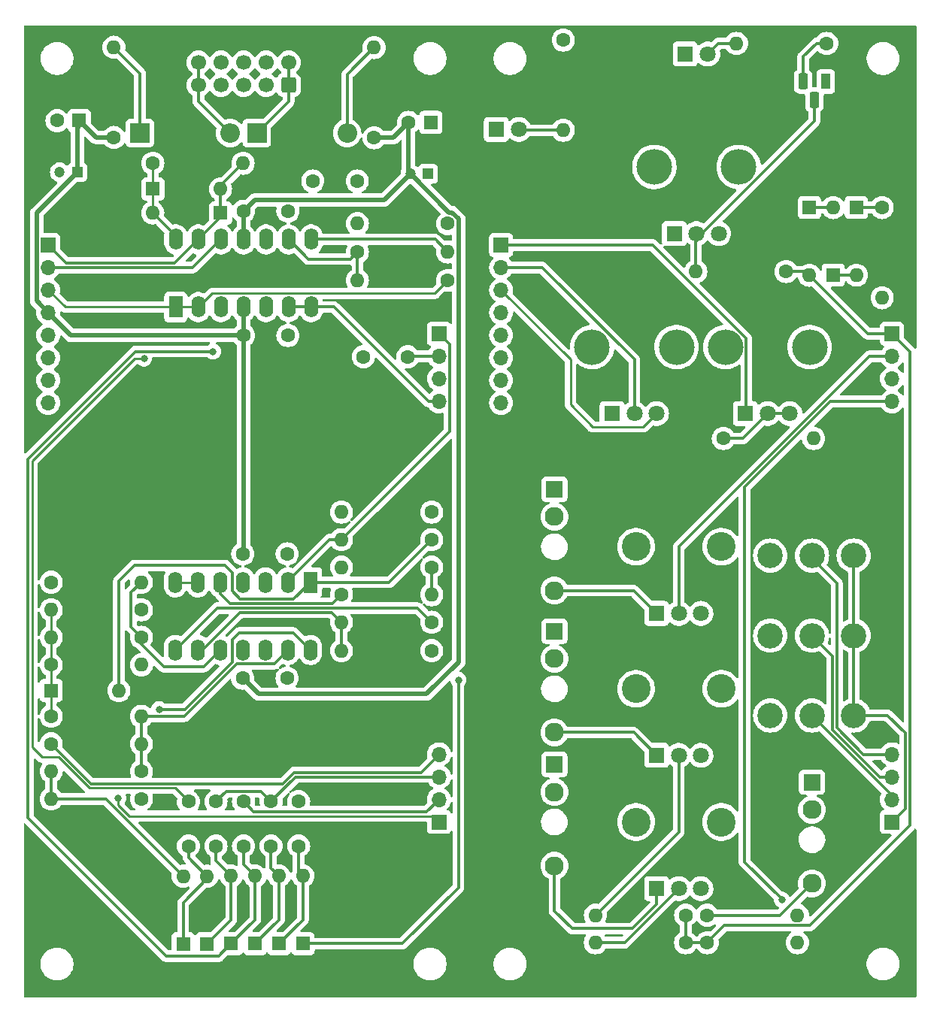
<source format=gtl>
G04 #@! TF.GenerationSoftware,KiCad,Pcbnew,8.0.2-1*
G04 #@! TF.CreationDate,2024-06-17T09:55:16+02:00*
G04 #@! TF.ProjectId,low-orbit,6c6f772d-6f72-4626-9974-2e6b69636164,rev?*
G04 #@! TF.SameCoordinates,Original*
G04 #@! TF.FileFunction,Copper,L1,Top*
G04 #@! TF.FilePolarity,Positive*
%FSLAX46Y46*%
G04 Gerber Fmt 4.6, Leading zero omitted, Abs format (unit mm)*
G04 Created by KiCad (PCBNEW 8.0.2-1) date 2024-06-17 09:55:16*
%MOMM*%
%LPD*%
G01*
G04 APERTURE LIST*
G04 Aperture macros list*
%AMRoundRect*
0 Rectangle with rounded corners*
0 $1 Rounding radius*
0 $2 $3 $4 $5 $6 $7 $8 $9 X,Y pos of 4 corners*
0 Add a 4 corners polygon primitive as box body*
4,1,4,$2,$3,$4,$5,$6,$7,$8,$9,$2,$3,0*
0 Add four circle primitives for the rounded corners*
1,1,$1+$1,$2,$3*
1,1,$1+$1,$4,$5*
1,1,$1+$1,$6,$7*
1,1,$1+$1,$8,$9*
0 Add four rect primitives between the rounded corners*
20,1,$1+$1,$2,$3,$4,$5,0*
20,1,$1+$1,$4,$5,$6,$7,0*
20,1,$1+$1,$6,$7,$8,$9,0*
20,1,$1+$1,$8,$9,$2,$3,0*%
G04 Aperture macros list end*
G04 #@! TA.AperFunction,ComponentPad*
%ADD10R,1.600000X1.600000*%
G04 #@! TD*
G04 #@! TA.AperFunction,ComponentPad*
%ADD11O,1.600000X1.600000*%
G04 #@! TD*
G04 #@! TA.AperFunction,ComponentPad*
%ADD12C,1.600000*%
G04 #@! TD*
G04 #@! TA.AperFunction,ComponentPad*
%ADD13C,2.850000*%
G04 #@! TD*
G04 #@! TA.AperFunction,ComponentPad*
%ADD14R,1.930000X1.830000*%
G04 #@! TD*
G04 #@! TA.AperFunction,ComponentPad*
%ADD15C,2.130000*%
G04 #@! TD*
G04 #@! TA.AperFunction,ComponentPad*
%ADD16R,1.700000X1.700000*%
G04 #@! TD*
G04 #@! TA.AperFunction,ComponentPad*
%ADD17O,1.700000X1.700000*%
G04 #@! TD*
G04 #@! TA.AperFunction,ComponentPad*
%ADD18O,4.000000X4.000000*%
G04 #@! TD*
G04 #@! TA.AperFunction,ComponentPad*
%ADD19R,1.800000X1.800000*%
G04 #@! TD*
G04 #@! TA.AperFunction,ComponentPad*
%ADD20C,1.800000*%
G04 #@! TD*
G04 #@! TA.AperFunction,ComponentPad*
%ADD21R,2.200000X2.200000*%
G04 #@! TD*
G04 #@! TA.AperFunction,ComponentPad*
%ADD22O,2.200000X2.200000*%
G04 #@! TD*
G04 #@! TA.AperFunction,ComponentPad*
%ADD23C,3.240000*%
G04 #@! TD*
G04 #@! TA.AperFunction,ComponentPad*
%ADD24R,1.600000X2.400000*%
G04 #@! TD*
G04 #@! TA.AperFunction,ComponentPad*
%ADD25O,1.600000X2.400000*%
G04 #@! TD*
G04 #@! TA.AperFunction,ComponentPad*
%ADD26R,1.100000X1.800000*%
G04 #@! TD*
G04 #@! TA.AperFunction,ComponentPad*
%ADD27RoundRect,0.275000X0.275000X0.625000X-0.275000X0.625000X-0.275000X-0.625000X0.275000X-0.625000X0*%
G04 #@! TD*
G04 #@! TA.AperFunction,ComponentPad*
%ADD28R,1.200000X1.200000*%
G04 #@! TD*
G04 #@! TA.AperFunction,ComponentPad*
%ADD29C,1.200000*%
G04 #@! TD*
G04 #@! TA.AperFunction,ComponentPad*
%ADD30RoundRect,0.250000X0.600000X-0.600000X0.600000X0.600000X-0.600000X0.600000X-0.600000X-0.600000X0*%
G04 #@! TD*
G04 #@! TA.AperFunction,ComponentPad*
%ADD31C,1.700000*%
G04 #@! TD*
G04 #@! TA.AperFunction,ViaPad*
%ADD32C,0.800000*%
G04 #@! TD*
G04 #@! TA.AperFunction,Conductor*
%ADD33C,0.300000*%
G04 #@! TD*
G04 #@! TA.AperFunction,Conductor*
%ADD34C,0.500000*%
G04 #@! TD*
G04 #@! TA.AperFunction,Conductor*
%ADD35C,0.250000*%
G04 #@! TD*
G04 APERTURE END LIST*
D10*
X79000000Y-153710000D03*
D11*
X79000000Y-146090000D03*
D12*
X86020000Y-114400000D03*
D11*
X96180000Y-114400000D03*
D13*
X143700000Y-119000000D03*
X139000000Y-119000000D03*
X134300000Y-119000000D03*
D14*
X110000000Y-133520000D03*
D15*
X110000000Y-144920000D03*
X110000000Y-136620000D03*
D10*
X138700000Y-70790000D03*
D11*
X138700000Y-78410000D03*
D12*
X111000000Y-51920000D03*
D11*
X111000000Y-62080000D03*
D16*
X53000000Y-75000000D03*
D17*
X53000000Y-77540000D03*
X53000000Y-80080000D03*
X53000000Y-82620000D03*
X53000000Y-85160000D03*
X53000000Y-87700000D03*
X53000000Y-90240000D03*
X53000000Y-92780000D03*
D12*
X63500000Y-116100000D03*
D11*
X53340000Y-116100000D03*
D16*
X97000000Y-85000000D03*
D17*
X97000000Y-87540000D03*
X97000000Y-90080000D03*
X97000000Y-92620000D03*
D12*
X81200000Y-137710000D03*
X81200000Y-142710000D03*
D18*
X129250000Y-86500000D03*
X138750000Y-86500000D03*
D19*
X131500000Y-94000000D03*
D20*
X134000000Y-94000000D03*
X136500000Y-94000000D03*
D14*
X110000000Y-118520000D03*
D15*
X110000000Y-129920000D03*
X110000000Y-121620000D03*
D12*
X97980000Y-72600000D03*
D11*
X87820000Y-72600000D03*
D10*
X64790000Y-68700000D03*
D11*
X72410000Y-68700000D03*
D18*
X114250000Y-86500000D03*
X123750000Y-86500000D03*
D19*
X116500000Y-94000000D03*
D20*
X119000000Y-94000000D03*
X121500000Y-94000000D03*
D19*
X124730000Y-53500000D03*
D20*
X127270000Y-53500000D03*
D12*
X146900000Y-70790000D03*
D11*
X146900000Y-80950000D03*
D12*
X63500000Y-119200000D03*
D11*
X53340000Y-119200000D03*
D21*
X63340000Y-62400000D03*
D22*
X73500000Y-62400000D03*
D10*
X144000000Y-70790000D03*
D11*
X144000000Y-78410000D03*
D12*
X124780000Y-150500000D03*
D11*
X114620000Y-150500000D03*
D12*
X96180000Y-120700000D03*
D11*
X86020000Y-120700000D03*
D10*
X81700000Y-153710000D03*
D11*
X81700000Y-146090000D03*
D10*
X72410000Y-71400000D03*
D11*
X64790000Y-71400000D03*
D12*
X136080000Y-78000000D03*
D11*
X125920000Y-78000000D03*
D12*
X63500000Y-134300000D03*
D11*
X53340000Y-134300000D03*
D12*
X53340000Y-128100000D03*
D11*
X63500000Y-128100000D03*
D12*
X53340000Y-113000000D03*
D11*
X63500000Y-113000000D03*
D12*
X97980000Y-79000000D03*
D11*
X87820000Y-79000000D03*
D12*
X96180000Y-105094230D03*
D11*
X86020000Y-105094230D03*
D12*
X96180000Y-117500000D03*
D11*
X86020000Y-117500000D03*
D10*
X141400000Y-78410000D03*
D11*
X141400000Y-70790000D03*
D12*
X53340000Y-131200000D03*
D11*
X63500000Y-131200000D03*
D12*
X124780000Y-153600000D03*
D11*
X114620000Y-153600000D03*
D12*
X74915000Y-109800000D03*
X79915000Y-109800000D03*
X53340000Y-122300000D03*
D11*
X63500000Y-122300000D03*
D12*
X96180000Y-108200000D03*
D11*
X86020000Y-108200000D03*
D14*
X139000000Y-135520000D03*
D15*
X139000000Y-146920000D03*
X139000000Y-138620000D03*
D10*
X68200000Y-153720000D03*
D11*
X68200000Y-146100000D03*
D23*
X119200000Y-140000000D03*
X128800000Y-140000000D03*
D19*
X121500000Y-147500000D03*
D20*
X124000000Y-147500000D03*
X126500000Y-147500000D03*
D10*
X73600000Y-153710000D03*
D11*
X73600000Y-146090000D03*
D10*
X70900000Y-153720000D03*
D11*
X70900000Y-146100000D03*
D12*
X89700000Y-62930000D03*
D11*
X89700000Y-52770000D03*
D13*
X134300000Y-128000000D03*
X139000000Y-128000000D03*
X143700000Y-128000000D03*
D12*
X140660000Y-52300000D03*
D11*
X130500000Y-52300000D03*
D13*
X134300000Y-110000000D03*
X139000000Y-110000000D03*
X143700000Y-110000000D03*
D19*
X103460000Y-62000000D03*
D20*
X106000000Y-62000000D03*
D18*
X121250000Y-66225000D03*
X130750000Y-66225000D03*
D19*
X123500000Y-73725000D03*
D20*
X126000000Y-73725000D03*
X128500000Y-73725000D03*
D12*
X78100000Y-137710000D03*
X78100000Y-142710000D03*
D24*
X82540000Y-113000000D03*
D25*
X80000000Y-113000000D03*
X77460000Y-113000000D03*
X74920000Y-113000000D03*
X72380000Y-113000000D03*
X69840000Y-113000000D03*
X67300000Y-113000000D03*
X67300000Y-120620000D03*
X69840000Y-120620000D03*
X72380000Y-120620000D03*
X74920000Y-120620000D03*
X77460000Y-120620000D03*
X80000000Y-120620000D03*
X82540000Y-120620000D03*
D14*
X110000000Y-102520000D03*
D15*
X110000000Y-113920000D03*
X110000000Y-105620000D03*
D12*
X79900000Y-123800000D03*
X74900000Y-123800000D03*
X127200000Y-153600000D03*
D11*
X137360000Y-153600000D03*
D10*
X53340000Y-125200000D03*
D11*
X60960000Y-125200000D03*
D12*
X71900000Y-137710000D03*
X71900000Y-142710000D03*
X129020000Y-96800000D03*
D11*
X139180000Y-96800000D03*
D12*
X96180000Y-111300000D03*
D11*
X86020000Y-111300000D03*
D21*
X76500000Y-62400000D03*
D22*
X86660000Y-62400000D03*
D23*
X119200000Y-125000000D03*
X128800000Y-125000000D03*
D19*
X121500000Y-132500000D03*
D20*
X124000000Y-132500000D03*
X126500000Y-132500000D03*
D12*
X80000000Y-71200000D03*
X75000000Y-71200000D03*
D10*
X76300000Y-153710000D03*
D11*
X76300000Y-146090000D03*
D12*
X64790000Y-65800000D03*
D11*
X74950000Y-65800000D03*
D16*
X97000000Y-140000000D03*
D17*
X97000000Y-137460000D03*
X97000000Y-134920000D03*
X97000000Y-132380000D03*
D12*
X75000000Y-137710000D03*
X75000000Y-142710000D03*
X60400000Y-62900000D03*
D11*
X60400000Y-52740000D03*
D12*
X75000000Y-85200000D03*
X80000000Y-85200000D03*
D20*
X126500000Y-116500000D03*
X124000000Y-116500000D03*
D19*
X121500000Y-116500000D03*
D23*
X128800000Y-109000000D03*
X119200000Y-109000000D03*
D12*
X63500000Y-137400000D03*
D11*
X53340000Y-137400000D03*
D24*
X67375000Y-82000000D03*
D25*
X69915000Y-82000000D03*
X72455000Y-82000000D03*
X74995000Y-82000000D03*
X77535000Y-82000000D03*
X80075000Y-82000000D03*
X82615000Y-82000000D03*
X82615000Y-74380000D03*
X80075000Y-74380000D03*
X77535000Y-74380000D03*
X74995000Y-74380000D03*
X72455000Y-74380000D03*
X69915000Y-74380000D03*
X67375000Y-74380000D03*
D26*
X140540000Y-56600000D03*
D27*
X139270000Y-58670000D03*
X138000000Y-56600000D03*
D12*
X87820000Y-75800000D03*
D11*
X97980000Y-75800000D03*
D12*
X127200000Y-150500000D03*
D11*
X137360000Y-150500000D03*
D12*
X68800000Y-137710000D03*
X68800000Y-142710000D03*
X82800000Y-67800000D03*
X87800000Y-67800000D03*
D16*
X148000000Y-140000000D03*
D17*
X148000000Y-137460000D03*
X148000000Y-134920000D03*
X148000000Y-132380000D03*
D28*
X95772600Y-67000000D03*
D29*
X93772600Y-67000000D03*
D16*
X104000000Y-75000000D03*
D17*
X104000000Y-77540000D03*
X104000000Y-80080000D03*
X104000000Y-82620000D03*
X104000000Y-85160000D03*
X104000000Y-87700000D03*
X104000000Y-90240000D03*
X104000000Y-92780000D03*
D10*
X56500000Y-61000000D03*
D12*
X54000000Y-61000000D03*
D28*
X56300000Y-66800000D03*
D29*
X54300000Y-66800000D03*
D30*
X80080000Y-57000000D03*
D31*
X80080000Y-54460000D03*
X77540000Y-57000000D03*
X77540000Y-54460000D03*
X75000000Y-57000000D03*
X75000000Y-54460000D03*
X72460000Y-57000000D03*
X72460000Y-54460000D03*
X69920000Y-57000000D03*
X69920000Y-54460000D03*
D10*
X96082380Y-61200000D03*
D12*
X93582380Y-61200000D03*
D16*
X148000000Y-85000000D03*
D17*
X148000000Y-87540000D03*
X148000000Y-90080000D03*
X148000000Y-92620000D03*
D12*
X93500000Y-87600000D03*
X88500000Y-87600000D03*
D32*
X71550000Y-87000000D03*
X63800000Y-87800000D03*
X60900000Y-137300000D03*
X99200000Y-124000000D03*
X135600000Y-148740000D03*
X65500000Y-127300000D03*
D33*
X135600000Y-148740000D02*
X135600000Y-148700000D01*
X141087106Y-92620000D02*
X148000000Y-92620000D01*
X135600000Y-148700000D02*
X131400000Y-144500000D01*
X131400000Y-144500000D02*
X131400000Y-102307106D01*
X131400000Y-102307106D02*
X141087106Y-92620000D01*
X143700000Y-128000000D02*
X147500000Y-128000000D01*
X149500000Y-138500000D02*
X148000000Y-140000000D01*
X147500000Y-128000000D02*
X149500000Y-130000000D01*
X149500000Y-130000000D02*
X149500000Y-138500000D01*
X143700000Y-119000000D02*
X143700000Y-128000000D01*
X143700000Y-110000000D02*
X143700000Y-119000000D01*
X148000000Y-132380000D02*
X144780000Y-132380000D01*
X144780000Y-132380000D02*
X141800000Y-129400000D01*
X141800000Y-129400000D02*
X141800000Y-113100000D01*
X139000000Y-110300000D02*
X139000000Y-110000000D01*
X141800000Y-113100000D02*
X139000000Y-110300000D01*
X148000000Y-134920000D02*
X146612893Y-134920000D01*
X146612893Y-134920000D02*
X141300000Y-129607107D01*
X141300000Y-129607107D02*
X141300000Y-121300000D01*
X141300000Y-121300000D02*
X139000000Y-119000000D01*
X139000000Y-119000000D02*
X138700000Y-119000000D01*
X148000000Y-137460000D02*
X148000000Y-137014214D01*
X148000000Y-137014214D02*
X138985786Y-128000000D01*
X138985786Y-128000000D02*
X138700000Y-128000000D01*
D34*
X51700000Y-81320000D02*
X53000000Y-82620000D01*
X53000000Y-82620000D02*
X55580000Y-85200000D01*
X74995000Y-82000000D02*
X74995000Y-85195000D01*
X55580000Y-85200000D02*
X75000000Y-85200000D01*
X56500000Y-61000000D02*
X56500000Y-61600000D01*
X75000000Y-109715000D02*
X74915000Y-109800000D01*
X58400000Y-62900000D02*
X56500000Y-61000000D01*
X51700000Y-71400000D02*
X51700000Y-81320000D01*
X74995000Y-85195000D02*
X75000000Y-85200000D01*
X75000000Y-85200000D02*
X75000000Y-109715000D01*
X74915000Y-112995000D02*
X74920000Y-113000000D01*
X56300000Y-66800000D02*
X51700000Y-71400000D01*
X60400000Y-62900000D02*
X58400000Y-62900000D01*
X56300000Y-61800000D02*
X56300000Y-66800000D01*
X56500000Y-61600000D02*
X56300000Y-61800000D01*
X93582380Y-66809780D02*
X93772600Y-67000000D01*
X75000000Y-74375000D02*
X74995000Y-74380000D01*
X99230000Y-72082233D02*
X99230000Y-121970000D01*
X98122600Y-71350000D02*
X98497767Y-71350000D01*
X99230000Y-121970000D02*
X95600000Y-125600000D01*
X75000000Y-71200000D02*
X75000000Y-74375000D01*
X93582380Y-61200000D02*
X93582380Y-66809780D01*
X90822600Y-69950000D02*
X76250000Y-69950000D01*
X93772600Y-67000000D02*
X90822600Y-69950000D01*
X93772600Y-67000000D02*
X98122600Y-71350000D01*
X89700000Y-62930000D02*
X91852380Y-62930000D01*
X91852380Y-62930000D02*
X93582380Y-61200000D01*
X76250000Y-69950000D02*
X75000000Y-71200000D01*
X98497767Y-71350000D02*
X99230000Y-72082233D01*
X76700000Y-125600000D02*
X74900000Y-123800000D01*
X74920000Y-123780000D02*
X74900000Y-123800000D01*
X95600000Y-125600000D02*
X76700000Y-125600000D01*
D33*
X71900000Y-144390000D02*
X73600000Y-146090000D01*
X73600000Y-151020000D02*
X70900000Y-153720000D01*
X73600000Y-146090000D02*
X73600000Y-151020000D01*
X71900000Y-142710000D02*
X71900000Y-144390000D01*
X66300000Y-155100000D02*
X72210000Y-155100000D01*
X75000000Y-144790000D02*
X76300000Y-146090000D01*
X75000000Y-142710000D02*
X75000000Y-144790000D01*
X62828248Y-87000000D02*
X50725000Y-99103248D01*
X71550000Y-87000000D02*
X62828248Y-87000000D01*
X76300000Y-151010000D02*
X73600000Y-153710000D01*
X50725000Y-139525000D02*
X66300000Y-155100000D01*
X50725000Y-99103248D02*
X50725000Y-139525000D01*
X72210000Y-155100000D02*
X73600000Y-153710000D01*
X76300000Y-146090000D02*
X76300000Y-151010000D01*
X79000000Y-146090000D02*
X79000000Y-151010000D01*
X78100000Y-145190000D02*
X79000000Y-146090000D01*
X79000000Y-151010000D02*
X76300000Y-153710000D01*
X78100000Y-142710000D02*
X78100000Y-145190000D01*
X81200000Y-142710000D02*
X81200000Y-145590000D01*
X81700000Y-146090000D02*
X81700000Y-151010000D01*
X81200000Y-145590000D02*
X81700000Y-146090000D01*
X81700000Y-151010000D02*
X79000000Y-153710000D01*
X72410000Y-71400000D02*
X72410000Y-71885000D01*
X67255000Y-77040000D02*
X69915000Y-74380000D01*
X55040000Y-77040000D02*
X67255000Y-77040000D01*
X72410000Y-71885000D02*
X69915000Y-74380000D01*
X74950000Y-65800000D02*
X72410000Y-68340000D01*
X72410000Y-68340000D02*
X72410000Y-68700000D01*
X53000000Y-75000000D02*
X55040000Y-77040000D01*
X72410000Y-68700000D02*
X72410000Y-71400000D01*
X96560000Y-74380000D02*
X82615000Y-74380000D01*
X97980000Y-75800000D02*
X96560000Y-74380000D01*
X106080000Y-62080000D02*
X106000000Y-62000000D01*
X111000000Y-62080000D02*
X106080000Y-62080000D01*
X69920000Y-57000000D02*
X69920000Y-58820000D01*
X69920000Y-54460000D02*
X69920000Y-57000000D01*
X69920000Y-58820000D02*
X73500000Y-62400000D01*
X79402894Y-135700000D02*
X57840000Y-135700000D01*
X80682894Y-134420000D02*
X79402894Y-135700000D01*
X97000000Y-132380000D02*
X94960000Y-134420000D01*
X94960000Y-134420000D02*
X80682894Y-134420000D01*
X57840000Y-135700000D02*
X53340000Y-131200000D01*
X138000000Y-57000000D02*
X138000000Y-53800000D01*
X138000000Y-53800000D02*
X139500000Y-52300000D01*
X139500000Y-52300000D02*
X140660000Y-52300000D01*
X97000000Y-137460000D02*
X95600000Y-138860000D01*
X76150000Y-138860000D02*
X75000000Y-137710000D01*
X95600000Y-138860000D02*
X76150000Y-138860000D01*
X72380000Y-114280000D02*
X72380000Y-113000000D01*
X86020000Y-114400000D02*
X85020000Y-115400000D01*
X73500000Y-115400000D02*
X72380000Y-114280000D01*
X85020000Y-115400000D02*
X73500000Y-115400000D01*
X62350000Y-114150000D02*
X63500000Y-113000000D01*
X66000000Y-122500000D02*
X63500000Y-120000000D01*
X63500000Y-119200000D02*
X62350000Y-118050000D01*
X62350000Y-118050000D02*
X62350000Y-114150000D01*
X63500000Y-120000000D02*
X63500000Y-119200000D01*
X72380000Y-120620000D02*
X70500000Y-122500000D01*
X70500000Y-122500000D02*
X66000000Y-122500000D01*
X68300000Y-128100000D02*
X74230000Y-122170000D01*
X63500000Y-131200000D02*
X63500000Y-134300000D01*
X78450000Y-122170000D02*
X80000000Y-120620000D01*
X63500000Y-128100000D02*
X68300000Y-128100000D01*
X74230000Y-122170000D02*
X78450000Y-122170000D01*
X63500000Y-128100000D02*
X63500000Y-131200000D01*
X86020000Y-117500000D02*
X86020000Y-120700000D01*
X86020000Y-117500000D02*
X84920000Y-116400000D01*
X70353654Y-120620000D02*
X69840000Y-120620000D01*
X74573654Y-116400000D02*
X70353654Y-120620000D01*
X84920000Y-116400000D02*
X74573654Y-116400000D01*
X80075000Y-74380000D02*
X82294999Y-76599999D01*
X82294999Y-76599999D02*
X87020001Y-76599999D01*
X87020001Y-76599999D02*
X87820000Y-75800000D01*
X87820000Y-75800000D02*
X87820000Y-79000000D01*
X125920000Y-74680000D02*
X125920000Y-78000000D01*
X139270000Y-61028402D02*
X126573402Y-73725000D01*
X139270000Y-58270000D02*
X139270000Y-61028402D01*
X126000000Y-73725000D02*
X126000000Y-74600000D01*
X126573402Y-73725000D02*
X126000000Y-73725000D01*
X126000000Y-74600000D02*
X125920000Y-74680000D01*
X110000000Y-129920000D02*
X118920000Y-129920000D01*
X118920000Y-129920000D02*
X121500000Y-132500000D01*
X124000000Y-141120000D02*
X124000000Y-132500000D01*
X114620000Y-150500000D02*
X124000000Y-141120000D01*
X121500000Y-149292894D02*
X118792894Y-152000000D01*
X121500000Y-147500000D02*
X121500000Y-149292894D01*
X110000000Y-150000000D02*
X110000000Y-144920000D01*
X112000000Y-152000000D02*
X110000000Y-150000000D01*
X118792894Y-152000000D02*
X112000000Y-152000000D01*
X114620000Y-153600000D02*
X117900000Y-153600000D01*
X117900000Y-153600000D02*
X124000000Y-147500000D01*
X86660000Y-62400000D02*
X86660000Y-55810000D01*
X86660000Y-55810000D02*
X89700000Y-52770000D01*
X80080000Y-57000000D02*
X80080000Y-58820000D01*
X80080000Y-58820000D02*
X76500000Y-62400000D01*
X80080000Y-54460000D02*
X80080000Y-57000000D01*
X68800000Y-144000000D02*
X70900000Y-146100000D01*
X70900000Y-146400000D02*
X68200000Y-149100000D01*
X68800000Y-142710000D02*
X68800000Y-144000000D01*
X68200000Y-149100000D02*
X68200000Y-153720000D01*
X70900000Y-146100000D02*
X70900000Y-146400000D01*
X53340000Y-137400000D02*
X53340000Y-134300000D01*
X53340000Y-137400000D02*
X59500000Y-137400000D01*
X59500000Y-137400000D02*
X68200000Y-146100000D01*
X138290000Y-78000000D02*
X138700000Y-78410000D01*
X150000000Y-140400000D02*
X150000000Y-87000000D01*
X127200000Y-153600000D02*
X129150000Y-151650000D01*
X145290000Y-85000000D02*
X148000000Y-85000000D01*
X124800000Y-150500000D02*
X124800000Y-153600000D01*
X124800000Y-153600000D02*
X127200000Y-153600000D01*
X138700000Y-78410000D02*
X145290000Y-85000000D01*
X150000000Y-87000000D02*
X148000000Y-85000000D01*
X129150000Y-151650000D02*
X138750000Y-151650000D01*
X138750000Y-151650000D02*
X150000000Y-140400000D01*
X136080000Y-78000000D02*
X138290000Y-78000000D01*
D35*
X62700000Y-87800000D02*
X51200000Y-99300000D01*
X67265000Y-136175000D02*
X68800000Y-137710000D01*
X54168248Y-132700000D02*
X57368248Y-135900000D01*
X52300000Y-132700000D02*
X54168248Y-132700000D01*
X57368248Y-135900000D02*
X57643249Y-136175000D01*
X57643249Y-136175000D02*
X67265000Y-136175000D01*
X67375000Y-73985000D02*
X64790000Y-71400000D01*
X64790000Y-71400000D02*
X64790000Y-68700000D01*
X51200000Y-99300000D02*
X51200000Y-131600000D01*
X51200000Y-131600000D02*
X52300000Y-132700000D01*
X64790000Y-65800000D02*
X64790000Y-68700000D01*
X63800000Y-87800000D02*
X62700000Y-87800000D01*
X67375000Y-74380000D02*
X67375000Y-73985000D01*
X53340000Y-128100000D02*
X53340000Y-125200000D01*
X53340000Y-125200000D02*
X53340000Y-122300000D01*
X53340000Y-119200000D02*
X53340000Y-116100000D01*
X53340000Y-122300000D02*
X53340000Y-119200000D01*
D33*
X141400000Y-78410000D02*
X144000000Y-78410000D01*
X144000000Y-70790000D02*
X146900000Y-70790000D01*
D35*
X111800000Y-87880000D02*
X111800000Y-93000000D01*
X120000000Y-95500000D02*
X121500000Y-94000000D01*
X111800000Y-93000000D02*
X114300000Y-95500000D01*
X104000000Y-80080000D02*
X111800000Y-87880000D01*
X114300000Y-95500000D02*
X120000000Y-95500000D01*
X54920000Y-82000000D02*
X53000000Y-80080000D01*
X69915000Y-82000000D02*
X67375000Y-82000000D01*
X67375000Y-82000000D02*
X54920000Y-82000000D01*
X96505000Y-80475000D02*
X71440000Y-80475000D01*
X71440000Y-80475000D02*
X69915000Y-82000000D01*
X97980000Y-79000000D02*
X96505000Y-80475000D01*
X67300000Y-113000000D02*
X69840000Y-113000000D01*
X60900000Y-138128248D02*
X60900000Y-137300000D01*
X97665000Y-139335000D02*
X62106752Y-139335000D01*
X62106752Y-139335000D02*
X60900000Y-138128248D01*
X97000000Y-140000000D02*
X97665000Y-139335000D01*
D33*
X110100000Y-113920000D02*
X118920000Y-113920000D01*
X118920000Y-113920000D02*
X121500000Y-116500000D01*
X127200000Y-150500000D02*
X135420000Y-150500000D01*
X135420000Y-150500000D02*
X139000000Y-146920000D01*
X76950000Y-136560000D02*
X73050000Y-136560000D01*
X73050000Y-136560000D02*
X71900000Y-137710000D01*
X80890000Y-134920000D02*
X78100000Y-137710000D01*
X97000000Y-134920000D02*
X80890000Y-134920000D01*
X78100000Y-137710000D02*
X76950000Y-136560000D01*
X96180000Y-111300000D02*
X96180000Y-114400000D01*
X93560000Y-87540000D02*
X93500000Y-87600000D01*
X97000000Y-87540000D02*
X93560000Y-87540000D01*
X63340000Y-62400000D02*
X63340000Y-55680000D01*
X63340000Y-55680000D02*
X60400000Y-52740000D01*
X99200000Y-147400000D02*
X99200000Y-124000000D01*
X81700000Y-153710000D02*
X92890000Y-153710000D01*
X96180000Y-117500000D02*
X94580000Y-115900000D01*
X72020000Y-115900000D02*
X67300000Y-120620000D01*
X92890000Y-153710000D02*
X99200000Y-147400000D01*
X94580000Y-115900000D02*
X72020000Y-115900000D01*
X130500000Y-52300000D02*
X128470000Y-52300000D01*
X128470000Y-52300000D02*
X127270000Y-53500000D01*
X141400000Y-70790000D02*
X138700000Y-70790000D01*
X72900000Y-111100000D02*
X62700000Y-111100000D01*
X73700000Y-111900000D02*
X72900000Y-111100000D01*
X82540000Y-113000000D02*
X80640000Y-114900000D01*
X91380000Y-113000000D02*
X82540000Y-113000000D01*
X74600000Y-114900000D02*
X73700000Y-114000000D01*
X80640000Y-114900000D02*
X74600000Y-114900000D01*
X73700000Y-114000000D02*
X73700000Y-111900000D01*
X96180000Y-108200000D02*
X91380000Y-113000000D01*
X62700000Y-111100000D02*
X60960000Y-112840000D01*
X60960000Y-112840000D02*
X60960000Y-125200000D01*
X104000000Y-77540000D02*
X108613402Y-77540000D01*
X108613402Y-77540000D02*
X119000000Y-87926598D01*
X119000000Y-87926598D02*
X119000000Y-94000000D01*
X131600000Y-93900000D02*
X131500000Y-94000000D01*
X131600000Y-85526598D02*
X131600000Y-93900000D01*
X104000000Y-75000000D02*
X121073402Y-75000000D01*
X121073402Y-75000000D02*
X131600000Y-85526598D01*
X80000000Y-112840000D02*
X80000000Y-113000000D01*
X97000000Y-85000000D02*
X98200000Y-86200000D01*
X98200000Y-86200000D02*
X98200000Y-96020000D01*
X84640000Y-108200000D02*
X80000000Y-112840000D01*
X98200000Y-96020000D02*
X86020000Y-108200000D01*
X86020000Y-108200000D02*
X84640000Y-108200000D01*
X85177919Y-82000000D02*
X95797919Y-92620000D01*
X82615000Y-82000000D02*
X85177919Y-82000000D01*
X80075000Y-82000000D02*
X82615000Y-82000000D01*
X95797919Y-92620000D02*
X97000000Y-92620000D01*
X148000000Y-87540000D02*
X145460000Y-87540000D01*
X145460000Y-87540000D02*
X124000000Y-109000000D01*
X124000000Y-109000000D02*
X124000000Y-116500000D01*
X53000000Y-77540000D02*
X69295000Y-77540000D01*
X69295000Y-77540000D02*
X72455000Y-74380000D01*
X68392894Y-127300000D02*
X65500000Y-127300000D01*
X74500000Y-118700000D02*
X73700000Y-119500000D01*
X82540000Y-120620000D02*
X80620000Y-118700000D01*
X73700000Y-121992894D02*
X68392894Y-127300000D01*
X80620000Y-118700000D02*
X74500000Y-118700000D01*
X73700000Y-119500000D02*
X73700000Y-121992894D01*
X136500000Y-94000000D02*
X134000000Y-94000000D01*
X134000000Y-94000000D02*
X131200000Y-96800000D01*
X131200000Y-96800000D02*
X129020000Y-96800000D01*
G04 #@! TA.AperFunction,NonConductor*
G36*
X78692902Y-70720185D02*
G01*
X78738657Y-70772989D01*
X78748601Y-70842147D01*
X78745638Y-70856593D01*
X78714366Y-70973302D01*
X78714364Y-70973313D01*
X78694532Y-71199998D01*
X78694532Y-71200001D01*
X78714364Y-71426686D01*
X78714366Y-71426697D01*
X78773258Y-71646488D01*
X78773261Y-71646497D01*
X78869431Y-71852732D01*
X78869432Y-71852734D01*
X78999954Y-72039141D01*
X79160858Y-72200045D01*
X79160861Y-72200047D01*
X79347266Y-72330568D01*
X79553504Y-72426739D01*
X79553509Y-72426740D01*
X79553511Y-72426741D01*
X79748404Y-72478962D01*
X79808065Y-72515327D01*
X79838594Y-72578174D01*
X79830299Y-72647549D01*
X79785814Y-72701427D01*
X79754630Y-72716668D01*
X79575776Y-72774781D01*
X79393386Y-72867715D01*
X79227786Y-72988028D01*
X79083028Y-73132786D01*
X78962715Y-73298386D01*
X78915485Y-73391080D01*
X78867510Y-73441876D01*
X78799689Y-73458671D01*
X78733554Y-73436134D01*
X78694515Y-73391080D01*
X78693883Y-73389840D01*
X78647287Y-73298390D01*
X78625716Y-73268700D01*
X78526971Y-73132786D01*
X78382213Y-72988028D01*
X78216613Y-72867715D01*
X78216612Y-72867714D01*
X78216610Y-72867713D01*
X78136090Y-72826686D01*
X78034223Y-72774781D01*
X77839534Y-72711522D01*
X77664995Y-72683878D01*
X77637352Y-72679500D01*
X77432648Y-72679500D01*
X77408329Y-72683351D01*
X77230465Y-72711522D01*
X77035776Y-72774781D01*
X76853386Y-72867715D01*
X76687786Y-72988028D01*
X76543028Y-73132786D01*
X76422715Y-73298386D01*
X76375485Y-73391080D01*
X76327510Y-73441876D01*
X76259689Y-73458671D01*
X76193554Y-73436134D01*
X76154515Y-73391080D01*
X76153883Y-73389840D01*
X76107287Y-73298390D01*
X76085716Y-73268700D01*
X75986971Y-73132786D01*
X75842221Y-72988036D01*
X75842219Y-72988034D01*
X75828673Y-72978192D01*
X75801613Y-72958531D01*
X75758948Y-72903200D01*
X75750500Y-72858214D01*
X75750500Y-72326662D01*
X75770185Y-72259623D01*
X75803379Y-72225086D01*
X75839140Y-72200046D01*
X76000045Y-72039141D01*
X76000047Y-72039139D01*
X76130568Y-71852734D01*
X76226739Y-71646496D01*
X76285635Y-71426692D01*
X76305468Y-71200000D01*
X76290869Y-71033137D01*
X76304635Y-70964639D01*
X76326710Y-70934657D01*
X76524550Y-70736816D01*
X76585873Y-70703334D01*
X76612230Y-70700500D01*
X78625863Y-70700500D01*
X78692902Y-70720185D01*
G37*
G04 #@! TD.AperFunction*
G04 #@! TA.AperFunction,NonConductor*
G36*
X73915701Y-71925320D02*
G01*
X73936074Y-71947910D01*
X73999954Y-72039141D01*
X74160859Y-72200046D01*
X74196621Y-72225086D01*
X74240247Y-72279662D01*
X74249500Y-72326662D01*
X74249500Y-72850949D01*
X74229815Y-72917988D01*
X74198385Y-72951267D01*
X74147787Y-72988028D01*
X74147782Y-72988032D01*
X74003028Y-73132786D01*
X73882715Y-73298386D01*
X73835485Y-73391080D01*
X73787510Y-73441876D01*
X73719689Y-73458671D01*
X73653554Y-73436134D01*
X73614515Y-73391080D01*
X73613883Y-73389840D01*
X73567287Y-73298390D01*
X73545716Y-73268700D01*
X73446971Y-73132786D01*
X73302217Y-72988032D01*
X73302212Y-72988028D01*
X73212170Y-72922609D01*
X73169504Y-72867280D01*
X73163525Y-72797666D01*
X73196130Y-72735871D01*
X73256969Y-72701514D01*
X73271795Y-72699002D01*
X73317483Y-72694091D01*
X73452331Y-72643796D01*
X73567546Y-72557546D01*
X73653796Y-72442331D01*
X73704091Y-72307483D01*
X73710500Y-72247873D01*
X73710499Y-72019031D01*
X73730183Y-71951994D01*
X73782987Y-71906239D01*
X73852146Y-71896295D01*
X73915701Y-71925320D01*
G37*
G04 #@! TD.AperFunction*
G04 #@! TA.AperFunction,NonConductor*
G36*
X93815934Y-68120548D02*
G01*
X93860281Y-68149049D01*
X97138341Y-71427109D01*
X97171826Y-71488432D01*
X97166842Y-71558124D01*
X97138342Y-71602471D01*
X96979951Y-71760862D01*
X96849432Y-71947265D01*
X96849431Y-71947267D01*
X96753261Y-72153502D01*
X96753258Y-72153511D01*
X96694366Y-72373302D01*
X96694364Y-72373313D01*
X96674532Y-72599998D01*
X96674532Y-72600001D01*
X96694364Y-72826686D01*
X96694366Y-72826697D01*
X96753258Y-73046488D01*
X96753261Y-73046497D01*
X96849431Y-73252732D01*
X96849432Y-73252734D01*
X96979954Y-73439141D01*
X97140858Y-73600045D01*
X97180677Y-73627926D01*
X97327266Y-73730568D01*
X97533504Y-73826739D01*
X97753308Y-73885635D01*
X97915230Y-73899801D01*
X97979998Y-73905468D01*
X97980000Y-73905468D01*
X97980002Y-73905468D01*
X98036673Y-73900509D01*
X98206692Y-73885635D01*
X98323408Y-73854361D01*
X98393256Y-73856024D01*
X98451119Y-73895186D01*
X98478623Y-73959415D01*
X98479500Y-73974136D01*
X98479500Y-74425863D01*
X98459815Y-74492902D01*
X98407011Y-74538657D01*
X98337853Y-74548601D01*
X98323407Y-74545638D01*
X98206697Y-74514366D01*
X98206693Y-74514365D01*
X98206692Y-74514365D01*
X98206691Y-74514364D01*
X98206686Y-74514364D01*
X97980002Y-74494532D01*
X97979998Y-74494532D01*
X97753313Y-74514364D01*
X97753299Y-74514367D01*
X97712834Y-74525209D01*
X97642984Y-74523545D01*
X97593061Y-74493115D01*
X96974674Y-73874727D01*
X96974673Y-73874726D01*
X96974669Y-73874723D01*
X96868127Y-73803535D01*
X96864474Y-73802022D01*
X96749744Y-73754499D01*
X96749738Y-73754497D01*
X96624071Y-73729500D01*
X96624069Y-73729500D01*
X88829049Y-73729500D01*
X88762010Y-73709815D01*
X88716255Y-73657011D01*
X88706311Y-73587853D01*
X88735336Y-73524297D01*
X88741368Y-73517819D01*
X88820045Y-73439141D01*
X88820047Y-73439139D01*
X88950568Y-73252734D01*
X89046739Y-73046496D01*
X89105635Y-72826692D01*
X89125468Y-72600000D01*
X89123558Y-72578174D01*
X89118060Y-72515327D01*
X89105635Y-72373308D01*
X89046739Y-72153504D01*
X88950568Y-71947266D01*
X88820047Y-71760861D01*
X88820045Y-71760858D01*
X88659141Y-71599954D01*
X88472734Y-71469432D01*
X88472732Y-71469431D01*
X88266497Y-71373261D01*
X88266488Y-71373258D01*
X88046697Y-71314366D01*
X88046693Y-71314365D01*
X88046692Y-71314365D01*
X88046691Y-71314364D01*
X88046686Y-71314364D01*
X87820002Y-71294532D01*
X87819998Y-71294532D01*
X87593313Y-71314364D01*
X87593302Y-71314366D01*
X87373511Y-71373258D01*
X87373502Y-71373261D01*
X87167267Y-71469431D01*
X87167265Y-71469432D01*
X86980858Y-71599954D01*
X86819954Y-71760858D01*
X86689432Y-71947265D01*
X86689431Y-71947267D01*
X86593261Y-72153502D01*
X86593258Y-72153511D01*
X86534366Y-72373302D01*
X86534364Y-72373313D01*
X86514532Y-72599998D01*
X86514532Y-72600001D01*
X86534364Y-72826686D01*
X86534366Y-72826697D01*
X86593258Y-73046488D01*
X86593261Y-73046497D01*
X86689431Y-73252732D01*
X86689432Y-73252734D01*
X86819954Y-73439141D01*
X86898632Y-73517819D01*
X86932117Y-73579142D01*
X86927133Y-73648834D01*
X86885261Y-73704767D01*
X86819797Y-73729184D01*
X86810951Y-73729500D01*
X83991125Y-73729500D01*
X83924086Y-73709815D01*
X83878331Y-73657011D01*
X83873194Y-73643818D01*
X83858971Y-73600045D01*
X83820220Y-73480781D01*
X83727287Y-73298390D01*
X83705716Y-73268700D01*
X83606971Y-73132786D01*
X83462213Y-72988028D01*
X83296613Y-72867715D01*
X83296612Y-72867714D01*
X83296610Y-72867713D01*
X83216090Y-72826686D01*
X83114223Y-72774781D01*
X82919534Y-72711522D01*
X82744995Y-72683878D01*
X82717352Y-72679500D01*
X82512648Y-72679500D01*
X82488329Y-72683351D01*
X82310465Y-72711522D01*
X82115776Y-72774781D01*
X81933386Y-72867715D01*
X81767786Y-72988028D01*
X81623028Y-73132786D01*
X81502715Y-73298386D01*
X81455485Y-73391080D01*
X81407510Y-73441876D01*
X81339689Y-73458671D01*
X81273554Y-73436134D01*
X81234515Y-73391080D01*
X81233883Y-73389840D01*
X81187287Y-73298390D01*
X81165716Y-73268700D01*
X81066971Y-73132786D01*
X80922213Y-72988028D01*
X80756613Y-72867715D01*
X80756612Y-72867714D01*
X80756610Y-72867713D01*
X80676090Y-72826686D01*
X80574223Y-72774781D01*
X80379536Y-72711523D01*
X80329824Y-72703649D01*
X80266690Y-72673719D01*
X80229760Y-72614406D01*
X80230758Y-72544544D01*
X80269369Y-72486312D01*
X80317128Y-72461402D01*
X80409492Y-72436653D01*
X80446486Y-72426742D01*
X80446489Y-72426740D01*
X80446496Y-72426739D01*
X80652734Y-72330568D01*
X80839139Y-72200047D01*
X81000047Y-72039139D01*
X81130568Y-71852734D01*
X81226739Y-71646496D01*
X81285635Y-71426692D01*
X81305468Y-71200000D01*
X81285635Y-70973308D01*
X81271776Y-70921584D01*
X81254362Y-70856593D01*
X81256025Y-70786743D01*
X81295188Y-70728881D01*
X81359417Y-70701377D01*
X81374137Y-70700500D01*
X90896520Y-70700500D01*
X90994062Y-70681096D01*
X91041513Y-70671658D01*
X91178095Y-70615084D01*
X91227329Y-70582186D01*
X91301016Y-70532952D01*
X93684919Y-68149049D01*
X93746242Y-68115564D01*
X93815934Y-68120548D01*
G37*
G04 #@! TD.AperFunction*
G04 #@! TA.AperFunction,NonConductor*
G36*
X86616279Y-75050185D02*
G01*
X86662034Y-75102989D01*
X86671978Y-75172147D01*
X86661622Y-75206905D01*
X86593261Y-75353502D01*
X86593258Y-75353511D01*
X86534366Y-75573302D01*
X86534364Y-75573313D01*
X86514532Y-75799998D01*
X86514532Y-75800003D01*
X86515817Y-75814693D01*
X86502050Y-75883193D01*
X86453434Y-75933375D01*
X86392289Y-75949499D01*
X83584048Y-75949499D01*
X83517009Y-75929814D01*
X83471254Y-75877010D01*
X83461310Y-75807852D01*
X83490335Y-75744296D01*
X83496367Y-75737818D01*
X83547366Y-75686819D01*
X83606966Y-75627219D01*
X83606968Y-75627215D01*
X83606971Y-75627213D01*
X83718006Y-75474384D01*
X83727287Y-75461610D01*
X83820220Y-75279219D01*
X83873194Y-75116182D01*
X83912632Y-75058506D01*
X83976990Y-75031308D01*
X83991125Y-75030500D01*
X86549240Y-75030500D01*
X86616279Y-75050185D01*
G37*
G04 #@! TD.AperFunction*
G04 #@! TA.AperFunction,NonConductor*
G36*
X69359836Y-75957621D02*
G01*
X69372787Y-75963313D01*
X69415781Y-75985220D01*
X69543419Y-76026692D01*
X69611323Y-76048756D01*
X69668998Y-76088194D01*
X69696196Y-76152553D01*
X69684281Y-76221399D01*
X69660685Y-76254368D01*
X69061873Y-76853181D01*
X69000550Y-76886666D01*
X68974192Y-76889500D01*
X68624808Y-76889500D01*
X68557769Y-76869815D01*
X68512014Y-76817011D01*
X68502070Y-76747853D01*
X68531095Y-76684297D01*
X68537127Y-76677819D01*
X68696528Y-76518418D01*
X69228824Y-75986120D01*
X69290145Y-75952637D01*
X69359836Y-75957621D01*
G37*
G04 #@! TD.AperFunction*
G04 #@! TA.AperFunction,NonConductor*
G36*
X125037699Y-74752775D02*
G01*
X125054434Y-74763752D01*
X125221663Y-74893911D01*
X125262475Y-74950620D01*
X125269500Y-74991764D01*
X125269500Y-76803316D01*
X125249815Y-76870355D01*
X125216623Y-76904891D01*
X125080859Y-76999953D01*
X124919954Y-77160858D01*
X124789432Y-77347265D01*
X124789431Y-77347267D01*
X124721542Y-77492855D01*
X124675369Y-77545294D01*
X124608176Y-77564446D01*
X124541295Y-77544230D01*
X124521479Y-77528131D01*
X122289416Y-75296067D01*
X122255931Y-75234744D01*
X122260915Y-75165052D01*
X122302787Y-75109119D01*
X122368251Y-75084702D01*
X122420427Y-75092203D01*
X122492517Y-75119091D01*
X122552127Y-75125500D01*
X124447872Y-75125499D01*
X124507483Y-75119091D01*
X124642331Y-75068796D01*
X124757546Y-74982546D01*
X124843796Y-74867331D01*
X124862092Y-74818274D01*
X124903961Y-74762342D01*
X124969425Y-74737924D01*
X125037699Y-74752775D01*
G37*
G04 #@! TD.AperFunction*
G04 #@! TA.AperFunction,NonConductor*
G36*
X96306231Y-75050185D02*
G01*
X96326873Y-75066819D01*
X96673115Y-75413061D01*
X96706600Y-75474384D01*
X96705209Y-75532834D01*
X96694367Y-75573299D01*
X96694364Y-75573313D01*
X96674532Y-75799998D01*
X96674532Y-75800001D01*
X96694364Y-76026686D01*
X96694366Y-76026697D01*
X96753258Y-76246488D01*
X96753261Y-76246497D01*
X96849431Y-76452732D01*
X96849432Y-76452734D01*
X96979954Y-76639141D01*
X97140858Y-76800045D01*
X97140861Y-76800047D01*
X97327266Y-76930568D01*
X97533504Y-77026739D01*
X97753308Y-77085635D01*
X97915230Y-77099801D01*
X97979998Y-77105468D01*
X97980000Y-77105468D01*
X97980002Y-77105468D01*
X98036673Y-77100509D01*
X98206692Y-77085635D01*
X98323408Y-77054361D01*
X98393256Y-77056024D01*
X98451119Y-77095186D01*
X98478623Y-77159415D01*
X98479500Y-77174136D01*
X98479500Y-77625863D01*
X98459815Y-77692902D01*
X98407011Y-77738657D01*
X98337853Y-77748601D01*
X98323407Y-77745638D01*
X98206697Y-77714366D01*
X98206693Y-77714365D01*
X98206692Y-77714365D01*
X98206691Y-77714364D01*
X98206686Y-77714364D01*
X97980002Y-77694532D01*
X97979998Y-77694532D01*
X97753313Y-77714364D01*
X97753302Y-77714366D01*
X97533511Y-77773258D01*
X97533502Y-77773261D01*
X97327267Y-77869431D01*
X97327265Y-77869432D01*
X97140858Y-77999954D01*
X96979954Y-78160858D01*
X96849432Y-78347265D01*
X96849431Y-78347267D01*
X96753261Y-78553502D01*
X96753258Y-78553511D01*
X96694366Y-78773302D01*
X96694364Y-78773313D01*
X96674532Y-78999998D01*
X96674532Y-79000000D01*
X96692781Y-79208597D01*
X96694365Y-79226692D01*
X96694367Y-79226699D01*
X96712680Y-79295049D01*
X96711016Y-79364899D01*
X96680586Y-79414822D01*
X96282229Y-79813181D01*
X96220906Y-79846666D01*
X96194548Y-79849500D01*
X89050992Y-79849500D01*
X88983953Y-79829815D01*
X88938198Y-79777011D01*
X88928254Y-79707853D01*
X88948147Y-79657584D01*
X88947862Y-79657420D01*
X88948977Y-79655487D01*
X88949416Y-79654378D01*
X88950568Y-79652734D01*
X89046739Y-79446496D01*
X89105635Y-79226692D01*
X89125468Y-79000000D01*
X89105635Y-78773308D01*
X89046739Y-78553504D01*
X88950568Y-78347266D01*
X88820047Y-78160861D01*
X88820045Y-78160858D01*
X88659140Y-77999953D01*
X88523377Y-77904891D01*
X88479752Y-77850314D01*
X88470500Y-77803316D01*
X88470500Y-76996682D01*
X88490185Y-76929643D01*
X88523371Y-76895111D01*
X88659139Y-76800047D01*
X88820047Y-76639139D01*
X88950568Y-76452734D01*
X89046739Y-76246496D01*
X89105635Y-76026692D01*
X89125468Y-75800000D01*
X89105635Y-75573308D01*
X89053622Y-75379191D01*
X89046741Y-75353511D01*
X89046738Y-75353502D01*
X89022409Y-75301328D01*
X88978377Y-75206904D01*
X88967886Y-75137828D01*
X88996406Y-75074044D01*
X89054882Y-75035804D01*
X89090760Y-75030500D01*
X96239192Y-75030500D01*
X96306231Y-75050185D01*
G37*
G04 #@! TD.AperFunction*
G04 #@! TA.AperFunction,NonConductor*
G36*
X78876445Y-75323865D02*
G01*
X78915483Y-75368917D01*
X78937976Y-75413061D01*
X78962715Y-75461614D01*
X79083028Y-75627213D01*
X79227786Y-75771971D01*
X79372363Y-75877010D01*
X79393390Y-75892287D01*
X79467041Y-75929814D01*
X79575776Y-75985218D01*
X79575778Y-75985218D01*
X79575781Y-75985220D01*
X79680137Y-76019127D01*
X79770465Y-76048477D01*
X79871557Y-76064488D01*
X79972648Y-76080500D01*
X79972649Y-76080500D01*
X80177351Y-76080500D01*
X80177352Y-76080500D01*
X80379534Y-76048477D01*
X80574219Y-75985220D01*
X80617200Y-75963319D01*
X80685866Y-75950422D01*
X80750607Y-75976696D01*
X80761176Y-75986122D01*
X81880324Y-77105271D01*
X81880327Y-77105274D01*
X81963521Y-77160862D01*
X81963520Y-77160862D01*
X81986870Y-77176463D01*
X81986871Y-77176463D01*
X81986872Y-77176464D01*
X82105255Y-77225500D01*
X82105259Y-77225500D01*
X82105260Y-77225501D01*
X82230927Y-77250499D01*
X87045500Y-77250499D01*
X87112539Y-77270184D01*
X87158294Y-77322988D01*
X87169500Y-77374499D01*
X87169500Y-77803316D01*
X87149815Y-77870355D01*
X87116623Y-77904891D01*
X86980859Y-77999953D01*
X86819954Y-78160858D01*
X86689432Y-78347265D01*
X86689431Y-78347267D01*
X86593261Y-78553502D01*
X86593258Y-78553511D01*
X86534366Y-78773302D01*
X86534364Y-78773313D01*
X86514532Y-78999998D01*
X86514532Y-79000001D01*
X86534364Y-79226686D01*
X86534366Y-79226697D01*
X86593258Y-79446488D01*
X86593261Y-79446497D01*
X86689430Y-79652731D01*
X86689431Y-79652733D01*
X86689432Y-79652734D01*
X86690582Y-79654377D01*
X86690865Y-79655216D01*
X86692138Y-79657420D01*
X86691695Y-79657675D01*
X86712910Y-79720581D01*
X86695901Y-79788348D01*
X86644954Y-79836162D01*
X86589008Y-79849500D01*
X71507741Y-79849500D01*
X71507721Y-79849499D01*
X71501607Y-79849499D01*
X71378394Y-79849499D01*
X71277597Y-79869548D01*
X71277592Y-79869548D01*
X71257549Y-79873536D01*
X71257547Y-79873536D01*
X71210397Y-79893067D01*
X71143719Y-79920685D01*
X71143717Y-79920686D01*
X71041266Y-79989141D01*
X70624598Y-80405809D01*
X70563275Y-80439294D01*
X70493583Y-80434310D01*
X70480623Y-80428613D01*
X70414219Y-80394779D01*
X70219536Y-80331523D01*
X70057816Y-80305909D01*
X70017352Y-80299500D01*
X69812648Y-80299500D01*
X69788329Y-80303351D01*
X69610465Y-80331522D01*
X69415776Y-80394781D01*
X69233386Y-80487715D01*
X69067786Y-80608028D01*
X68923032Y-80752782D01*
X68896668Y-80789070D01*
X68841338Y-80831735D01*
X68771724Y-80837714D01*
X68709929Y-80805108D01*
X68675572Y-80744269D01*
X68673060Y-80729438D01*
X68672400Y-80723302D01*
X68669091Y-80692517D01*
X68618796Y-80557669D01*
X68618795Y-80557668D01*
X68618793Y-80557664D01*
X68532547Y-80442455D01*
X68532544Y-80442452D01*
X68417335Y-80356206D01*
X68417328Y-80356202D01*
X68282482Y-80305908D01*
X68282483Y-80305908D01*
X68222883Y-80299501D01*
X68222881Y-80299500D01*
X68222873Y-80299500D01*
X68222864Y-80299500D01*
X66527129Y-80299500D01*
X66527123Y-80299501D01*
X66467516Y-80305908D01*
X66332671Y-80356202D01*
X66332664Y-80356206D01*
X66217455Y-80442452D01*
X66217452Y-80442455D01*
X66131206Y-80557664D01*
X66131202Y-80557671D01*
X66080908Y-80692517D01*
X66074501Y-80752116D01*
X66074500Y-80752135D01*
X66074500Y-81250500D01*
X66054815Y-81317539D01*
X66002011Y-81363294D01*
X65950500Y-81374500D01*
X55230452Y-81374500D01*
X55163413Y-81354815D01*
X55142771Y-81338181D01*
X54340237Y-80535647D01*
X54306752Y-80474324D01*
X54308143Y-80415872D01*
X54335063Y-80315408D01*
X54355659Y-80080000D01*
X54335063Y-79844592D01*
X54284393Y-79655487D01*
X54273905Y-79616344D01*
X54273904Y-79616343D01*
X54273903Y-79616337D01*
X54174035Y-79402171D01*
X54114736Y-79317482D01*
X54038494Y-79208597D01*
X53871402Y-79041506D01*
X53871396Y-79041501D01*
X53685842Y-78911575D01*
X53642217Y-78856998D01*
X53635023Y-78787500D01*
X53666546Y-78725145D01*
X53685842Y-78708425D01*
X53765377Y-78652734D01*
X53871401Y-78578495D01*
X54038495Y-78411401D01*
X54156147Y-78243377D01*
X54210724Y-78199752D01*
X54257722Y-78190500D01*
X69359071Y-78190500D01*
X69443615Y-78173682D01*
X69484744Y-78165501D01*
X69603127Y-78116465D01*
X69624963Y-78101875D01*
X69624964Y-78101875D01*
X69688348Y-78059522D01*
X69709669Y-78045277D01*
X71768824Y-75986120D01*
X71830145Y-75952637D01*
X71899836Y-75957621D01*
X71912787Y-75963313D01*
X71955781Y-75985220D01*
X72112124Y-76036018D01*
X72150465Y-76048477D01*
X72251557Y-76064488D01*
X72352648Y-76080500D01*
X72352649Y-76080500D01*
X72557351Y-76080500D01*
X72557352Y-76080500D01*
X72759534Y-76048477D01*
X72954219Y-75985220D01*
X73136610Y-75892287D01*
X73263632Y-75800001D01*
X73302213Y-75771971D01*
X73302215Y-75771968D01*
X73302219Y-75771966D01*
X73446966Y-75627219D01*
X73446968Y-75627215D01*
X73446971Y-75627213D01*
X73567284Y-75461614D01*
X73567285Y-75461613D01*
X73567287Y-75461610D01*
X73614516Y-75368917D01*
X73662489Y-75318123D01*
X73730310Y-75301328D01*
X73796445Y-75323865D01*
X73835483Y-75368917D01*
X73857976Y-75413061D01*
X73882715Y-75461614D01*
X74003028Y-75627213D01*
X74147786Y-75771971D01*
X74292363Y-75877010D01*
X74313390Y-75892287D01*
X74387041Y-75929814D01*
X74495776Y-75985218D01*
X74495778Y-75985218D01*
X74495781Y-75985220D01*
X74600137Y-76019127D01*
X74690465Y-76048477D01*
X74791557Y-76064488D01*
X74892648Y-76080500D01*
X74892649Y-76080500D01*
X75097351Y-76080500D01*
X75097352Y-76080500D01*
X75299534Y-76048477D01*
X75494219Y-75985220D01*
X75676610Y-75892287D01*
X75803632Y-75800001D01*
X75842213Y-75771971D01*
X75842215Y-75771968D01*
X75842219Y-75771966D01*
X75986966Y-75627219D01*
X75986968Y-75627215D01*
X75986971Y-75627213D01*
X76107284Y-75461614D01*
X76107285Y-75461613D01*
X76107287Y-75461610D01*
X76154516Y-75368917D01*
X76202489Y-75318123D01*
X76270310Y-75301328D01*
X76336445Y-75323865D01*
X76375483Y-75368917D01*
X76397976Y-75413061D01*
X76422715Y-75461614D01*
X76543028Y-75627213D01*
X76687786Y-75771971D01*
X76832363Y-75877010D01*
X76853390Y-75892287D01*
X76927041Y-75929814D01*
X77035776Y-75985218D01*
X77035778Y-75985218D01*
X77035781Y-75985220D01*
X77140137Y-76019127D01*
X77230465Y-76048477D01*
X77331557Y-76064488D01*
X77432648Y-76080500D01*
X77432649Y-76080500D01*
X77637351Y-76080500D01*
X77637352Y-76080500D01*
X77839534Y-76048477D01*
X78034219Y-75985220D01*
X78216610Y-75892287D01*
X78343632Y-75800001D01*
X78382213Y-75771971D01*
X78382215Y-75771968D01*
X78382219Y-75771966D01*
X78526966Y-75627219D01*
X78526968Y-75627215D01*
X78526971Y-75627213D01*
X78647284Y-75461614D01*
X78647285Y-75461613D01*
X78647287Y-75461610D01*
X78694516Y-75368917D01*
X78742489Y-75318123D01*
X78810310Y-75301328D01*
X78876445Y-75323865D01*
G37*
G04 #@! TD.AperFunction*
G04 #@! TA.AperFunction,NonConductor*
G36*
X54547861Y-82503627D02*
G01*
X54572490Y-82520084D01*
X54623714Y-82554312D01*
X54704207Y-82587652D01*
X54737548Y-82601463D01*
X54797971Y-82613481D01*
X54858393Y-82625500D01*
X54858394Y-82625500D01*
X65950501Y-82625500D01*
X66017540Y-82645185D01*
X66063295Y-82697989D01*
X66074501Y-82749500D01*
X66074501Y-83247876D01*
X66080908Y-83307483D01*
X66131202Y-83442328D01*
X66131206Y-83442335D01*
X66217452Y-83557544D01*
X66217455Y-83557547D01*
X66332664Y-83643793D01*
X66332671Y-83643797D01*
X66467517Y-83694091D01*
X66467516Y-83694091D01*
X66474444Y-83694835D01*
X66527127Y-83700500D01*
X68222872Y-83700499D01*
X68282483Y-83694091D01*
X68417331Y-83643796D01*
X68532546Y-83557546D01*
X68618796Y-83442331D01*
X68669091Y-83307483D01*
X68673061Y-83270556D01*
X68699796Y-83206011D01*
X68757188Y-83166161D01*
X68827013Y-83163666D01*
X68887102Y-83199317D01*
X68896667Y-83210929D01*
X68923032Y-83247217D01*
X69067786Y-83391971D01*
X69204644Y-83491402D01*
X69233390Y-83512287D01*
X69322212Y-83557544D01*
X69415776Y-83605218D01*
X69415778Y-83605218D01*
X69415781Y-83605220D01*
X69520137Y-83639127D01*
X69610465Y-83668477D01*
X69614702Y-83669148D01*
X69812648Y-83700500D01*
X69812649Y-83700500D01*
X70017351Y-83700500D01*
X70017352Y-83700500D01*
X70219534Y-83668477D01*
X70414219Y-83605220D01*
X70596610Y-83512287D01*
X70716619Y-83425096D01*
X70762213Y-83391971D01*
X70762215Y-83391968D01*
X70762219Y-83391966D01*
X70906966Y-83247219D01*
X70906968Y-83247215D01*
X70906971Y-83247213D01*
X71027284Y-83081614D01*
X71027285Y-83081613D01*
X71027287Y-83081610D01*
X71074516Y-82988917D01*
X71122489Y-82938123D01*
X71190310Y-82921328D01*
X71256445Y-82943865D01*
X71295485Y-82988919D01*
X71342715Y-83081614D01*
X71463028Y-83247213D01*
X71607786Y-83391971D01*
X71744644Y-83491402D01*
X71773390Y-83512287D01*
X71862212Y-83557544D01*
X71955776Y-83605218D01*
X71955778Y-83605218D01*
X71955781Y-83605220D01*
X72060137Y-83639127D01*
X72150465Y-83668477D01*
X72154702Y-83669148D01*
X72352648Y-83700500D01*
X72352649Y-83700500D01*
X72557351Y-83700500D01*
X72557352Y-83700500D01*
X72759534Y-83668477D01*
X72954219Y-83605220D01*
X73136610Y-83512287D01*
X73256619Y-83425096D01*
X73302213Y-83391971D01*
X73302215Y-83391968D01*
X73302219Y-83391966D01*
X73446966Y-83247219D01*
X73446968Y-83247215D01*
X73446971Y-83247213D01*
X73567284Y-83081614D01*
X73567285Y-83081613D01*
X73567287Y-83081610D01*
X73614516Y-82988917D01*
X73662489Y-82938123D01*
X73730310Y-82921328D01*
X73796445Y-82943865D01*
X73835485Y-82988919D01*
X73882715Y-83081614D01*
X74003028Y-83247213D01*
X74003034Y-83247219D01*
X74147781Y-83391966D01*
X74193384Y-83425098D01*
X74236050Y-83480425D01*
X74244500Y-83525416D01*
X74244500Y-84076837D01*
X74224815Y-84143876D01*
X74191626Y-84178410D01*
X74160865Y-84199949D01*
X74160863Y-84199951D01*
X73999951Y-84360862D01*
X73974912Y-84396623D01*
X73920335Y-84440248D01*
X73873337Y-84449500D01*
X55942230Y-84449500D01*
X55875191Y-84429815D01*
X55854549Y-84413181D01*
X54372869Y-82931501D01*
X54339384Y-82870178D01*
X54337022Y-82833012D01*
X54355659Y-82620000D01*
X54355444Y-82617546D01*
X54355659Y-82616477D01*
X54355659Y-82614586D01*
X54356039Y-82614586D01*
X54369205Y-82549047D01*
X54417815Y-82498860D01*
X54485843Y-82482921D01*
X54547861Y-82503627D01*
G37*
G04 #@! TD.AperFunction*
G04 #@! TA.AperFunction,NonConductor*
G36*
X108359633Y-78210185D02*
G01*
X108380275Y-78226819D01*
X113967215Y-83813759D01*
X114000700Y-83875082D01*
X113995716Y-83944774D01*
X113953844Y-84000707D01*
X113895076Y-84024462D01*
X113780534Y-84038932D01*
X113780523Y-84038934D01*
X113475774Y-84117180D01*
X113475771Y-84117181D01*
X113183242Y-84233001D01*
X113183241Y-84233002D01*
X112907516Y-84384584D01*
X112907504Y-84384591D01*
X112652978Y-84569515D01*
X112652968Y-84569523D01*
X112423608Y-84784907D01*
X112423606Y-84784909D01*
X112223054Y-85027334D01*
X112223051Y-85027338D01*
X112054464Y-85292990D01*
X112054461Y-85292996D01*
X111920499Y-85577678D01*
X111920497Y-85577683D01*
X111823270Y-85876916D01*
X111764311Y-86185988D01*
X111764310Y-86185995D01*
X111744556Y-86499994D01*
X111744556Y-86500005D01*
X111753489Y-86641996D01*
X111738053Y-86710139D01*
X111688226Y-86759119D01*
X111619828Y-86773386D01*
X111554576Y-86748409D01*
X111542053Y-86737463D01*
X105340237Y-80535647D01*
X105306752Y-80474324D01*
X105308143Y-80415872D01*
X105335063Y-80315408D01*
X105355659Y-80080000D01*
X105335063Y-79844592D01*
X105284393Y-79655487D01*
X105273905Y-79616344D01*
X105273904Y-79616343D01*
X105273903Y-79616337D01*
X105174035Y-79402171D01*
X105114736Y-79317482D01*
X105038494Y-79208597D01*
X104871402Y-79041506D01*
X104871396Y-79041501D01*
X104685842Y-78911575D01*
X104642217Y-78856998D01*
X104635023Y-78787500D01*
X104666546Y-78725145D01*
X104685842Y-78708425D01*
X104765377Y-78652734D01*
X104871401Y-78578495D01*
X105038495Y-78411401D01*
X105156147Y-78243377D01*
X105210724Y-78199752D01*
X105257722Y-78190500D01*
X108292594Y-78190500D01*
X108359633Y-78210185D01*
G37*
G04 #@! TD.AperFunction*
G04 #@! TA.AperFunction,NonConductor*
G36*
X98393256Y-80256024D02*
G01*
X98451119Y-80295186D01*
X98478623Y-80359415D01*
X98479500Y-80374136D01*
X98479500Y-83783180D01*
X98459815Y-83850219D01*
X98407011Y-83895974D01*
X98337853Y-83905918D01*
X98274297Y-83876893D01*
X98256234Y-83857492D01*
X98217046Y-83805145D01*
X98207546Y-83792454D01*
X98207544Y-83792453D01*
X98207544Y-83792452D01*
X98092335Y-83706206D01*
X98092328Y-83706202D01*
X97957482Y-83655908D01*
X97957483Y-83655908D01*
X97897883Y-83649501D01*
X97897881Y-83649500D01*
X97897873Y-83649500D01*
X97897864Y-83649500D01*
X96102129Y-83649500D01*
X96102123Y-83649501D01*
X96042516Y-83655908D01*
X95907671Y-83706202D01*
X95907664Y-83706206D01*
X95792455Y-83792452D01*
X95792452Y-83792455D01*
X95706206Y-83907664D01*
X95706202Y-83907671D01*
X95655908Y-84042517D01*
X95652219Y-84076837D01*
X95649501Y-84102123D01*
X95649500Y-84102135D01*
X95649500Y-85897870D01*
X95649501Y-85897876D01*
X95655908Y-85957483D01*
X95706202Y-86092328D01*
X95706206Y-86092335D01*
X95792452Y-86207544D01*
X95792455Y-86207547D01*
X95907664Y-86293793D01*
X95907671Y-86293797D01*
X96039081Y-86342810D01*
X96095015Y-86384681D01*
X96119432Y-86450145D01*
X96104580Y-86518418D01*
X96083430Y-86546673D01*
X95961503Y-86668600D01*
X95843854Y-86836623D01*
X95789277Y-86880248D01*
X95742279Y-86889500D01*
X94654671Y-86889500D01*
X94587632Y-86869815D01*
X94553096Y-86836623D01*
X94500045Y-86760858D01*
X94339141Y-86599954D01*
X94152734Y-86469432D01*
X94152732Y-86469431D01*
X93946497Y-86373261D01*
X93946488Y-86373258D01*
X93726697Y-86314366D01*
X93726693Y-86314365D01*
X93726692Y-86314365D01*
X93726691Y-86314364D01*
X93726686Y-86314364D01*
X93500002Y-86294532D01*
X93499998Y-86294532D01*
X93273313Y-86314364D01*
X93273302Y-86314366D01*
X93053511Y-86373258D01*
X93053502Y-86373261D01*
X92847267Y-86469431D01*
X92847265Y-86469432D01*
X92660858Y-86599954D01*
X92499954Y-86760858D01*
X92369432Y-86947265D01*
X92369431Y-86947267D01*
X92273261Y-87153502D01*
X92273258Y-87153511D01*
X92214366Y-87373302D01*
X92214364Y-87373313D01*
X92194532Y-87599998D01*
X92194532Y-87600001D01*
X92212458Y-87804896D01*
X92198691Y-87873396D01*
X92150076Y-87923579D01*
X92082047Y-87939512D01*
X92016204Y-87916137D01*
X92001249Y-87903384D01*
X85592593Y-81494727D01*
X85592592Y-81494726D01*
X85519615Y-81445965D01*
X85486046Y-81423535D01*
X85414544Y-81393918D01*
X85367663Y-81374499D01*
X85367657Y-81374497D01*
X85241990Y-81349500D01*
X85241988Y-81349500D01*
X83991125Y-81349500D01*
X83924086Y-81329815D01*
X83878331Y-81277011D01*
X83873162Y-81263720D01*
X83872838Y-81262720D01*
X83870901Y-81192877D01*
X83907031Y-81133074D01*
X83969758Y-81102299D01*
X83990801Y-81100500D01*
X96566607Y-81100500D01*
X96627029Y-81088481D01*
X96687452Y-81076463D01*
X96687455Y-81076461D01*
X96687458Y-81076461D01*
X96720787Y-81062654D01*
X96720786Y-81062654D01*
X96720792Y-81062652D01*
X96801286Y-81029312D01*
X96852509Y-80995084D01*
X96903733Y-80960858D01*
X96990858Y-80873733D01*
X96990859Y-80873731D01*
X96997925Y-80866665D01*
X96997928Y-80866661D01*
X97565178Y-80299410D01*
X97626499Y-80265927D01*
X97684946Y-80267317D01*
X97753308Y-80285635D01*
X97910780Y-80299412D01*
X97979998Y-80305468D01*
X97980000Y-80305468D01*
X97980002Y-80305468D01*
X98049220Y-80299412D01*
X98206692Y-80285635D01*
X98323408Y-80254361D01*
X98393256Y-80256024D01*
G37*
G04 #@! TD.AperFunction*
G04 #@! TA.AperFunction,NonConductor*
G36*
X149310355Y-88270098D02*
G01*
X149345769Y-88330327D01*
X149349500Y-88360517D01*
X149349500Y-89259482D01*
X149329815Y-89326521D01*
X149277011Y-89372276D01*
X149207853Y-89382220D01*
X149144297Y-89353195D01*
X149123925Y-89330606D01*
X149105163Y-89303811D01*
X149038495Y-89208599D01*
X149038493Y-89208597D01*
X149038491Y-89208594D01*
X148871402Y-89041506D01*
X148871396Y-89041501D01*
X148685842Y-88911575D01*
X148642217Y-88856998D01*
X148635023Y-88787500D01*
X148666546Y-88725145D01*
X148685842Y-88708425D01*
X148818672Y-88615416D01*
X148871401Y-88578495D01*
X149038495Y-88411401D01*
X149123925Y-88289393D01*
X149178502Y-88245769D01*
X149248000Y-88238575D01*
X149310355Y-88270098D01*
G37*
G04 #@! TD.AperFunction*
G04 #@! TA.AperFunction,NonConductor*
G36*
X95809317Y-88210185D02*
G01*
X95843853Y-88243377D01*
X95961501Y-88411396D01*
X95961506Y-88411402D01*
X96128597Y-88578493D01*
X96128603Y-88578498D01*
X96314158Y-88708425D01*
X96357783Y-88763002D01*
X96364977Y-88832500D01*
X96333454Y-88894855D01*
X96314158Y-88911575D01*
X96128597Y-89041505D01*
X95961505Y-89208597D01*
X95825965Y-89402169D01*
X95825964Y-89402171D01*
X95726098Y-89616335D01*
X95726094Y-89616344D01*
X95664938Y-89844586D01*
X95664936Y-89844596D01*
X95644341Y-90079999D01*
X95644341Y-90080000D01*
X95664936Y-90315403D01*
X95664938Y-90315413D01*
X95726094Y-90543655D01*
X95726096Y-90543659D01*
X95726097Y-90543663D01*
X95800707Y-90703664D01*
X95825965Y-90757830D01*
X95825967Y-90757834D01*
X95904736Y-90870327D01*
X95961501Y-90951396D01*
X95961506Y-90951402D01*
X96128597Y-91118493D01*
X96128603Y-91118498D01*
X96314158Y-91248425D01*
X96357783Y-91303002D01*
X96364977Y-91372500D01*
X96333454Y-91434855D01*
X96314158Y-91451575D01*
X96128597Y-91581505D01*
X95991665Y-91718438D01*
X95930342Y-91751923D01*
X95860650Y-91746939D01*
X95816303Y-91718438D01*
X93196615Y-89098750D01*
X93163130Y-89037427D01*
X93168114Y-88967735D01*
X93209986Y-88911802D01*
X93275450Y-88887385D01*
X93295092Y-88887540D01*
X93481934Y-88903887D01*
X93499999Y-88905468D01*
X93500000Y-88905468D01*
X93500002Y-88905468D01*
X93556673Y-88900509D01*
X93726692Y-88885635D01*
X93946496Y-88826739D01*
X94152734Y-88730568D01*
X94339139Y-88600047D01*
X94500047Y-88439139D01*
X94630568Y-88252734D01*
X94630573Y-88252722D01*
X94630706Y-88252495D01*
X94630793Y-88252411D01*
X94633673Y-88248299D01*
X94634499Y-88248877D01*
X94681275Y-88204282D01*
X94738090Y-88190500D01*
X95742278Y-88190500D01*
X95809317Y-88210185D01*
G37*
G04 #@! TD.AperFunction*
G04 #@! TA.AperFunction,NonConductor*
G36*
X149310355Y-90810098D02*
G01*
X149345769Y-90870327D01*
X149349500Y-90900517D01*
X149349500Y-91799482D01*
X149329815Y-91866521D01*
X149277011Y-91912276D01*
X149207853Y-91922220D01*
X149144297Y-91893195D01*
X149123925Y-91870606D01*
X149085873Y-91816262D01*
X149038495Y-91748599D01*
X149038492Y-91748596D01*
X149038491Y-91748594D01*
X148871402Y-91581506D01*
X148871396Y-91581501D01*
X148685842Y-91451575D01*
X148642217Y-91396998D01*
X148635023Y-91327500D01*
X148666546Y-91265145D01*
X148685842Y-91248425D01*
X148708026Y-91232891D01*
X148871401Y-91118495D01*
X149038495Y-90951401D01*
X149123925Y-90829393D01*
X149178502Y-90785769D01*
X149248000Y-90778575D01*
X149310355Y-90810098D01*
G37*
G04 #@! TD.AperFunction*
G04 #@! TA.AperFunction,NonConductor*
G36*
X146809317Y-88210185D02*
G01*
X146843853Y-88243377D01*
X146961501Y-88411396D01*
X146961506Y-88411402D01*
X147128597Y-88578493D01*
X147128603Y-88578498D01*
X147314158Y-88708425D01*
X147357783Y-88763002D01*
X147364977Y-88832500D01*
X147333454Y-88894855D01*
X147314158Y-88911575D01*
X147128597Y-89041505D01*
X146961505Y-89208597D01*
X146825965Y-89402169D01*
X146825964Y-89402171D01*
X146726098Y-89616335D01*
X146726094Y-89616344D01*
X146664938Y-89844586D01*
X146664936Y-89844596D01*
X146644341Y-90079999D01*
X146644341Y-90080000D01*
X146664936Y-90315403D01*
X146664938Y-90315413D01*
X146726094Y-90543655D01*
X146726096Y-90543659D01*
X146726097Y-90543663D01*
X146800707Y-90703664D01*
X146825965Y-90757830D01*
X146825967Y-90757834D01*
X146904736Y-90870327D01*
X146961501Y-90951396D01*
X146961506Y-90951402D01*
X147128597Y-91118493D01*
X147128603Y-91118498D01*
X147314158Y-91248425D01*
X147357783Y-91303002D01*
X147364977Y-91372500D01*
X147333454Y-91434855D01*
X147314158Y-91451575D01*
X147128597Y-91581505D01*
X146961506Y-91748596D01*
X146843854Y-91916623D01*
X146789277Y-91960248D01*
X146742279Y-91969500D01*
X142249808Y-91969500D01*
X142182769Y-91949815D01*
X142137014Y-91897011D01*
X142127070Y-91827853D01*
X142156095Y-91764297D01*
X142162127Y-91757819D01*
X145693127Y-88226819D01*
X145754450Y-88193334D01*
X145780808Y-88190500D01*
X146742278Y-88190500D01*
X146809317Y-88210185D01*
G37*
G04 #@! TD.AperFunction*
G04 #@! TA.AperFunction,NonConductor*
G36*
X116891072Y-86755388D02*
G01*
X116938420Y-86784964D01*
X118313181Y-88159725D01*
X118346666Y-88221048D01*
X118349500Y-88247406D01*
X118349500Y-92685714D01*
X118329815Y-92752753D01*
X118284519Y-92794768D01*
X118231376Y-92823528D01*
X118231372Y-92823530D01*
X118054436Y-92961245D01*
X117989442Y-92986887D01*
X117920902Y-92973320D01*
X117870577Y-92924852D01*
X117862092Y-92906723D01*
X117843798Y-92857673D01*
X117843793Y-92857664D01*
X117757547Y-92742455D01*
X117757544Y-92742452D01*
X117642335Y-92656206D01*
X117642328Y-92656202D01*
X117507482Y-92605908D01*
X117507483Y-92605908D01*
X117447883Y-92599501D01*
X117447881Y-92599500D01*
X117447873Y-92599500D01*
X117447864Y-92599500D01*
X115552129Y-92599500D01*
X115552123Y-92599501D01*
X115492516Y-92605908D01*
X115357671Y-92656202D01*
X115357664Y-92656206D01*
X115242455Y-92742452D01*
X115242452Y-92742455D01*
X115156206Y-92857664D01*
X115156202Y-92857671D01*
X115105908Y-92992517D01*
X115103447Y-93015413D01*
X115099500Y-93052127D01*
X115099500Y-93958843D01*
X115099501Y-94750500D01*
X115079816Y-94817539D01*
X115027013Y-94863294D01*
X114975501Y-94874500D01*
X114610452Y-94874500D01*
X114543413Y-94854815D01*
X114522771Y-94838181D01*
X112461819Y-92777229D01*
X112428334Y-92715906D01*
X112425500Y-92689548D01*
X112425500Y-88503416D01*
X112445185Y-88436377D01*
X112497989Y-88390622D01*
X112567147Y-88380678D01*
X112630703Y-88409703D01*
X112634385Y-88413025D01*
X112652968Y-88430476D01*
X112652978Y-88430484D01*
X112907504Y-88615408D01*
X112907509Y-88615410D01*
X112907516Y-88615416D01*
X113183234Y-88766994D01*
X113183239Y-88766996D01*
X113183241Y-88766997D01*
X113183242Y-88766998D01*
X113475771Y-88882818D01*
X113475774Y-88882819D01*
X113587772Y-88911575D01*
X113780527Y-88961066D01*
X113833318Y-88967735D01*
X114092670Y-89000499D01*
X114092679Y-89000499D01*
X114092682Y-89000500D01*
X114092684Y-89000500D01*
X114407316Y-89000500D01*
X114407318Y-89000500D01*
X114407321Y-89000499D01*
X114407329Y-89000499D01*
X114648752Y-88970000D01*
X114719473Y-88961066D01*
X115024225Y-88882819D01*
X115046411Y-88874035D01*
X115316757Y-88766998D01*
X115316758Y-88766997D01*
X115316756Y-88766997D01*
X115316766Y-88766994D01*
X115592484Y-88615416D01*
X115847030Y-88430478D01*
X116076390Y-88215094D01*
X116276947Y-87972663D01*
X116445537Y-87707007D01*
X116579503Y-87422315D01*
X116676731Y-87123079D01*
X116728936Y-86849406D01*
X116760833Y-86787246D01*
X116821275Y-86752196D01*
X116891072Y-86755388D01*
G37*
G04 #@! TD.AperFunction*
G04 #@! TA.AperFunction,NonConductor*
G36*
X84924150Y-82670185D02*
G01*
X84944792Y-82686819D01*
X88360248Y-86102275D01*
X88393733Y-86163598D01*
X88388749Y-86233290D01*
X88346877Y-86289223D01*
X88283378Y-86313483D01*
X88273308Y-86314365D01*
X88273305Y-86314365D01*
X88273302Y-86314366D01*
X88053511Y-86373258D01*
X88053502Y-86373261D01*
X87847267Y-86469431D01*
X87847265Y-86469432D01*
X87660858Y-86599954D01*
X87499954Y-86760858D01*
X87369432Y-86947265D01*
X87369431Y-86947267D01*
X87273261Y-87153502D01*
X87273258Y-87153511D01*
X87214366Y-87373302D01*
X87214364Y-87373313D01*
X87194532Y-87599998D01*
X87194532Y-87600001D01*
X87214364Y-87826686D01*
X87214366Y-87826697D01*
X87273258Y-88046488D01*
X87273261Y-88046497D01*
X87369431Y-88252732D01*
X87369432Y-88252734D01*
X87499954Y-88439141D01*
X87660858Y-88600045D01*
X87660861Y-88600047D01*
X87847266Y-88730568D01*
X88053504Y-88826739D01*
X88273308Y-88885635D01*
X88435230Y-88899801D01*
X88499998Y-88905468D01*
X88500000Y-88905468D01*
X88500002Y-88905468D01*
X88556673Y-88900509D01*
X88726692Y-88885635D01*
X88946496Y-88826739D01*
X89152734Y-88730568D01*
X89339139Y-88600047D01*
X89500047Y-88439139D01*
X89630568Y-88252734D01*
X89726739Y-88046496D01*
X89785635Y-87826692D01*
X89786515Y-87816625D01*
X89811964Y-87751560D01*
X89868553Y-87710579D01*
X89938315Y-87706698D01*
X89997724Y-87739751D01*
X95383244Y-93125272D01*
X95383251Y-93125278D01*
X95468820Y-93182453D01*
X95468821Y-93182453D01*
X95489792Y-93196465D01*
X95608175Y-93245501D01*
X95608179Y-93245501D01*
X95608180Y-93245502D01*
X95733847Y-93270500D01*
X95733850Y-93270500D01*
X95742278Y-93270500D01*
X95809317Y-93290185D01*
X95843853Y-93323377D01*
X95960662Y-93490198D01*
X95961505Y-93491401D01*
X96128599Y-93658495D01*
X96225384Y-93726265D01*
X96322165Y-93794032D01*
X96322167Y-93794033D01*
X96322170Y-93794035D01*
X96536337Y-93893903D01*
X96764592Y-93955063D01*
X96952918Y-93971539D01*
X96999999Y-93975659D01*
X97000000Y-93975659D01*
X97000001Y-93975659D01*
X97039376Y-93972214D01*
X97235408Y-93955063D01*
X97387200Y-93914391D01*
X97393407Y-93912728D01*
X97463257Y-93914391D01*
X97521119Y-93953554D01*
X97548623Y-94017782D01*
X97549500Y-94032503D01*
X97549500Y-95699191D01*
X97529815Y-95766230D01*
X97513181Y-95786872D01*
X87212627Y-106087425D01*
X87151304Y-106120910D01*
X87081612Y-106115926D01*
X87025679Y-106074054D01*
X87001262Y-106008590D01*
X87016114Y-105940317D01*
X87023366Y-105928627D01*
X87150568Y-105746964D01*
X87246739Y-105540726D01*
X87305635Y-105320922D01*
X87325468Y-105094230D01*
X87305635Y-104867538D01*
X87246739Y-104647734D01*
X87150568Y-104441496D01*
X87020047Y-104255091D01*
X87020045Y-104255088D01*
X86859141Y-104094184D01*
X86672734Y-103963662D01*
X86672732Y-103963661D01*
X86466497Y-103867491D01*
X86466488Y-103867488D01*
X86246697Y-103808596D01*
X86246693Y-103808595D01*
X86246692Y-103808595D01*
X86246691Y-103808594D01*
X86246686Y-103808594D01*
X86020002Y-103788762D01*
X86019998Y-103788762D01*
X85793313Y-103808594D01*
X85793302Y-103808596D01*
X85573511Y-103867488D01*
X85573502Y-103867491D01*
X85367267Y-103963661D01*
X85367265Y-103963662D01*
X85180858Y-104094184D01*
X85019954Y-104255088D01*
X84889432Y-104441495D01*
X84889431Y-104441497D01*
X84793261Y-104647732D01*
X84793258Y-104647741D01*
X84734366Y-104867532D01*
X84734364Y-104867543D01*
X84714532Y-105094228D01*
X84714532Y-105094231D01*
X84734364Y-105320916D01*
X84734366Y-105320927D01*
X84793258Y-105540718D01*
X84793261Y-105540727D01*
X84889431Y-105746962D01*
X84889432Y-105746964D01*
X85019954Y-105933371D01*
X85180858Y-106094275D01*
X85180861Y-106094277D01*
X85367266Y-106224798D01*
X85573504Y-106320969D01*
X85793308Y-106379865D01*
X85955230Y-106394031D01*
X86019998Y-106399698D01*
X86020000Y-106399698D01*
X86020002Y-106399698D01*
X86076673Y-106394739D01*
X86246692Y-106379865D01*
X86466496Y-106320969D01*
X86672734Y-106224798D01*
X86854392Y-106097600D01*
X86920597Y-106075274D01*
X86988364Y-106092284D01*
X87036177Y-106143232D01*
X87048855Y-106211942D01*
X87022373Y-106276599D01*
X87013195Y-106286857D01*
X86406937Y-106893115D01*
X86345614Y-106926600D01*
X86287163Y-106925209D01*
X86246697Y-106914366D01*
X86246693Y-106914365D01*
X86246692Y-106914365D01*
X86246691Y-106914364D01*
X86246686Y-106914364D01*
X86020002Y-106894532D01*
X86019998Y-106894532D01*
X85793313Y-106914364D01*
X85793302Y-106914366D01*
X85573511Y-106973258D01*
X85573502Y-106973261D01*
X85367267Y-107069431D01*
X85367265Y-107069432D01*
X85180858Y-107199954D01*
X85019954Y-107360858D01*
X84924892Y-107496623D01*
X84870315Y-107540248D01*
X84823317Y-107549500D01*
X84575929Y-107549500D01*
X84450261Y-107574497D01*
X84450255Y-107574499D01*
X84331874Y-107623534D01*
X84225326Y-107694726D01*
X80572615Y-111347437D01*
X80511292Y-111380922D01*
X80446616Y-111377687D01*
X80304536Y-111331523D01*
X80201630Y-111315224D01*
X80138495Y-111285295D01*
X80101564Y-111225983D01*
X80102562Y-111156120D01*
X80141172Y-111097888D01*
X80188933Y-111072976D01*
X80361496Y-111026739D01*
X80567734Y-110930568D01*
X80754139Y-110800047D01*
X80915047Y-110639139D01*
X81045568Y-110452734D01*
X81141739Y-110246496D01*
X81200635Y-110026692D01*
X81220468Y-109800000D01*
X81218298Y-109775202D01*
X81200647Y-109573446D01*
X81200635Y-109573308D01*
X81141739Y-109353504D01*
X81045568Y-109147266D01*
X80915047Y-108960861D01*
X80915045Y-108960858D01*
X80754141Y-108799954D01*
X80567734Y-108669432D01*
X80567732Y-108669431D01*
X80361497Y-108573261D01*
X80361488Y-108573258D01*
X80141697Y-108514366D01*
X80141693Y-108514365D01*
X80141692Y-108514365D01*
X80141691Y-108514364D01*
X80141686Y-108514364D01*
X79915002Y-108494532D01*
X79914998Y-108494532D01*
X79688313Y-108514364D01*
X79688302Y-108514366D01*
X79468511Y-108573258D01*
X79468502Y-108573261D01*
X79262267Y-108669431D01*
X79262265Y-108669432D01*
X79075858Y-108799954D01*
X78914954Y-108960858D01*
X78784432Y-109147265D01*
X78784431Y-109147267D01*
X78688261Y-109353502D01*
X78688258Y-109353511D01*
X78629366Y-109573302D01*
X78629364Y-109573313D01*
X78609532Y-109799998D01*
X78609532Y-109800001D01*
X78629364Y-110026686D01*
X78629366Y-110026697D01*
X78688258Y-110246488D01*
X78688261Y-110246497D01*
X78784431Y-110452732D01*
X78784432Y-110452734D01*
X78914954Y-110639141D01*
X79075858Y-110800045D01*
X79075861Y-110800047D01*
X79262266Y-110930568D01*
X79468504Y-111026739D01*
X79688308Y-111085635D01*
X79688318Y-111085635D01*
X79693637Y-111086574D01*
X79693377Y-111088043D01*
X79751972Y-111110948D01*
X79792963Y-111167530D01*
X79796857Y-111237291D01*
X79762417Y-111298083D01*
X79700578Y-111330605D01*
X79695539Y-111331511D01*
X79695467Y-111331522D01*
X79695465Y-111331522D01*
X79500776Y-111394781D01*
X79318386Y-111487715D01*
X79152786Y-111608028D01*
X79008028Y-111752786D01*
X78887715Y-111918386D01*
X78840485Y-112011080D01*
X78792510Y-112061876D01*
X78724689Y-112078671D01*
X78658554Y-112056134D01*
X78619515Y-112011080D01*
X78589785Y-111952732D01*
X78572287Y-111918390D01*
X78564556Y-111907749D01*
X78451971Y-111752786D01*
X78307213Y-111608028D01*
X78141613Y-111487715D01*
X78141612Y-111487714D01*
X78141610Y-111487713D01*
X78055436Y-111443805D01*
X77959223Y-111394781D01*
X77764534Y-111331522D01*
X77589995Y-111303878D01*
X77562352Y-111299500D01*
X77357648Y-111299500D01*
X77333329Y-111303351D01*
X77155465Y-111331522D01*
X76960776Y-111394781D01*
X76778386Y-111487715D01*
X76612786Y-111608028D01*
X76468028Y-111752786D01*
X76347715Y-111918386D01*
X76300485Y-112011080D01*
X76252510Y-112061876D01*
X76184689Y-112078671D01*
X76118554Y-112056134D01*
X76079515Y-112011080D01*
X76049785Y-111952732D01*
X76032287Y-111918390D01*
X76024556Y-111907749D01*
X75911971Y-111752786D01*
X75767213Y-111608028D01*
X75601613Y-111487715D01*
X75601612Y-111487714D01*
X75601610Y-111487713D01*
X75515436Y-111443805D01*
X75419223Y-111394781D01*
X75224536Y-111331523D01*
X75171907Y-111323187D01*
X75108773Y-111293257D01*
X75071843Y-111233945D01*
X75072841Y-111164082D01*
X75111452Y-111105850D01*
X75159209Y-111080941D01*
X75361496Y-111026739D01*
X75567734Y-110930568D01*
X75754139Y-110800047D01*
X75915047Y-110639139D01*
X76045568Y-110452734D01*
X76141739Y-110246496D01*
X76200635Y-110026692D01*
X76220468Y-109800000D01*
X76218298Y-109775202D01*
X76200647Y-109573446D01*
X76200635Y-109573308D01*
X76141739Y-109353504D01*
X76045568Y-109147266D01*
X75915047Y-108960861D01*
X75915045Y-108960858D01*
X75786819Y-108832632D01*
X75753334Y-108771309D01*
X75750500Y-108744951D01*
X75750500Y-86326662D01*
X75770185Y-86259623D01*
X75803379Y-86225086D01*
X75816571Y-86215849D01*
X75839139Y-86200047D01*
X76000047Y-86039139D01*
X76130568Y-85852734D01*
X76226739Y-85646496D01*
X76285635Y-85426692D01*
X76305468Y-85200000D01*
X76301968Y-85160000D01*
X76290362Y-85027337D01*
X76285635Y-84973308D01*
X76226739Y-84753504D01*
X76130568Y-84547266D01*
X76000047Y-84360861D01*
X75839139Y-84199953D01*
X75798374Y-84171409D01*
X75754751Y-84116833D01*
X75745500Y-84069836D01*
X75745500Y-83525416D01*
X75765185Y-83458377D01*
X75796613Y-83425099D01*
X75842219Y-83391966D01*
X75986966Y-83247219D01*
X75986968Y-83247215D01*
X75986971Y-83247213D01*
X76107284Y-83081614D01*
X76107285Y-83081613D01*
X76107287Y-83081610D01*
X76154516Y-82988917D01*
X76202489Y-82938123D01*
X76270310Y-82921328D01*
X76336445Y-82943865D01*
X76375485Y-82988919D01*
X76422715Y-83081614D01*
X76543028Y-83247213D01*
X76687786Y-83391971D01*
X76824644Y-83491402D01*
X76853390Y-83512287D01*
X76942212Y-83557544D01*
X77035776Y-83605218D01*
X77035778Y-83605218D01*
X77035781Y-83605220D01*
X77140137Y-83639127D01*
X77230465Y-83668477D01*
X77234702Y-83669148D01*
X77432648Y-83700500D01*
X77432649Y-83700500D01*
X77637351Y-83700500D01*
X77637352Y-83700500D01*
X77839534Y-83668477D01*
X78034219Y-83605220D01*
X78216610Y-83512287D01*
X78336619Y-83425096D01*
X78382213Y-83391971D01*
X78382215Y-83391968D01*
X78382219Y-83391966D01*
X78526966Y-83247219D01*
X78526968Y-83247215D01*
X78526971Y-83247213D01*
X78647284Y-83081614D01*
X78647285Y-83081613D01*
X78647287Y-83081610D01*
X78694516Y-82988917D01*
X78742489Y-82938123D01*
X78810310Y-82921328D01*
X78876445Y-82943865D01*
X78915485Y-82988919D01*
X78962715Y-83081614D01*
X79083028Y-83247213D01*
X79227786Y-83391971D01*
X79364644Y-83491402D01*
X79393390Y-83512287D01*
X79482212Y-83557544D01*
X79575776Y-83605218D01*
X79575778Y-83605218D01*
X79575781Y-83605220D01*
X79770466Y-83668477D01*
X79774712Y-83669149D01*
X79837846Y-83699072D01*
X79874782Y-83758381D01*
X79873790Y-83828244D01*
X79835185Y-83886479D01*
X79778534Y-83912955D01*
X79778537Y-83912964D01*
X79778489Y-83912976D01*
X79776863Y-83913737D01*
X79773318Y-83914362D01*
X79553511Y-83973258D01*
X79553502Y-83973261D01*
X79347267Y-84069431D01*
X79347265Y-84069432D01*
X79160858Y-84199954D01*
X78999954Y-84360858D01*
X78869432Y-84547265D01*
X78869431Y-84547267D01*
X78773261Y-84753502D01*
X78773258Y-84753511D01*
X78714366Y-84973302D01*
X78714364Y-84973313D01*
X78694532Y-85199998D01*
X78694532Y-85200001D01*
X78714364Y-85426686D01*
X78714366Y-85426697D01*
X78773258Y-85646488D01*
X78773261Y-85646497D01*
X78869431Y-85852732D01*
X78869432Y-85852734D01*
X78999954Y-86039141D01*
X79160858Y-86200045D01*
X79160861Y-86200047D01*
X79347266Y-86330568D01*
X79553504Y-86426739D01*
X79773308Y-86485635D01*
X79935230Y-86499801D01*
X79999998Y-86505468D01*
X80000000Y-86505468D01*
X80000002Y-86505468D01*
X80062568Y-86499994D01*
X80226692Y-86485635D01*
X80446496Y-86426739D01*
X80652734Y-86330568D01*
X80839139Y-86200047D01*
X81000047Y-86039139D01*
X81130568Y-85852734D01*
X81226739Y-85646496D01*
X81285635Y-85426692D01*
X81305468Y-85200000D01*
X81301968Y-85160000D01*
X81290362Y-85027337D01*
X81285635Y-84973308D01*
X81226739Y-84753504D01*
X81130568Y-84547266D01*
X81000047Y-84360861D01*
X81000045Y-84360858D01*
X80839141Y-84199954D01*
X80652734Y-84069432D01*
X80652732Y-84069431D01*
X80446497Y-83973261D01*
X80446488Y-83973258D01*
X80270219Y-83926028D01*
X80210558Y-83889663D01*
X80180029Y-83826816D01*
X80188324Y-83757441D01*
X80232809Y-83703563D01*
X80282912Y-83683780D01*
X80379534Y-83668477D01*
X80574219Y-83605220D01*
X80756610Y-83512287D01*
X80876619Y-83425096D01*
X80922213Y-83391971D01*
X80922215Y-83391968D01*
X80922219Y-83391966D01*
X81066966Y-83247219D01*
X81066968Y-83247215D01*
X81066971Y-83247213D01*
X81187284Y-83081614D01*
X81187285Y-83081613D01*
X81187287Y-83081610D01*
X81234516Y-82988917D01*
X81282489Y-82938123D01*
X81350310Y-82921328D01*
X81416445Y-82943865D01*
X81455485Y-82988919D01*
X81502715Y-83081614D01*
X81623028Y-83247213D01*
X81767786Y-83391971D01*
X81904644Y-83491402D01*
X81933390Y-83512287D01*
X82022212Y-83557544D01*
X82115776Y-83605218D01*
X82115778Y-83605218D01*
X82115781Y-83605220D01*
X82220137Y-83639127D01*
X82310465Y-83668477D01*
X82314702Y-83669148D01*
X82512648Y-83700500D01*
X82512649Y-83700500D01*
X82717351Y-83700500D01*
X82717352Y-83700500D01*
X82919534Y-83668477D01*
X83114219Y-83605220D01*
X83296610Y-83512287D01*
X83416619Y-83425096D01*
X83462213Y-83391971D01*
X83462215Y-83391968D01*
X83462219Y-83391966D01*
X83606966Y-83247219D01*
X83606968Y-83247215D01*
X83606971Y-83247213D01*
X83667670Y-83163666D01*
X83727287Y-83081610D01*
X83820220Y-82899219D01*
X83873194Y-82736182D01*
X83912632Y-82678506D01*
X83976990Y-82651308D01*
X83991125Y-82650500D01*
X84857111Y-82650500D01*
X84924150Y-82670185D01*
G37*
G04 #@! TD.AperFunction*
G04 #@! TA.AperFunction,NonConductor*
G36*
X62130147Y-112692312D02*
G01*
X62186080Y-112734184D01*
X62210497Y-112799648D01*
X62210341Y-112819301D01*
X62194532Y-112999998D01*
X62194532Y-113000001D01*
X62214364Y-113226686D01*
X62214366Y-113226697D01*
X62225209Y-113267163D01*
X62223546Y-113337013D01*
X62193115Y-113386937D01*
X61844725Y-113735328D01*
X61844724Y-113735329D01*
X61844723Y-113735331D01*
X61837601Y-113745989D01*
X61783991Y-113790794D01*
X61714666Y-113799501D01*
X61651638Y-113769347D01*
X61614918Y-113709904D01*
X61610500Y-113677098D01*
X61610500Y-113160807D01*
X61630185Y-113093768D01*
X61646815Y-113073130D01*
X61999133Y-112720812D01*
X62060455Y-112687328D01*
X62130147Y-112692312D01*
G37*
G04 #@! TD.AperFunction*
G04 #@! TA.AperFunction,NonConductor*
G36*
X84806952Y-113670185D02*
G01*
X84852707Y-113722989D01*
X84862651Y-113792147D01*
X84852295Y-113826904D01*
X84793263Y-113953497D01*
X84793258Y-113953511D01*
X84734366Y-114173302D01*
X84734364Y-114173313D01*
X84714532Y-114399998D01*
X84714532Y-114400001D01*
X84733315Y-114614693D01*
X84719548Y-114683193D01*
X84670933Y-114733376D01*
X84609787Y-114749500D01*
X83801571Y-114749500D01*
X83734532Y-114729815D01*
X83688777Y-114677011D01*
X83678833Y-114607853D01*
X83702305Y-114551189D01*
X83783793Y-114442335D01*
X83783792Y-114442335D01*
X83783796Y-114442331D01*
X83834091Y-114307483D01*
X83840500Y-114247873D01*
X83840500Y-113774500D01*
X83860185Y-113707461D01*
X83912989Y-113661706D01*
X83964500Y-113650500D01*
X84739913Y-113650500D01*
X84806952Y-113670185D01*
G37*
G04 #@! TD.AperFunction*
G04 #@! TA.AperFunction,NonConductor*
G36*
X95104914Y-110297544D02*
G01*
X95160847Y-110339416D01*
X95185264Y-110404880D01*
X95170412Y-110473153D01*
X95163156Y-110484848D01*
X95049431Y-110647267D01*
X94953261Y-110853502D01*
X94953258Y-110853511D01*
X94894366Y-111073302D01*
X94894364Y-111073313D01*
X94874532Y-111299998D01*
X94874532Y-111300001D01*
X94894364Y-111526686D01*
X94894366Y-111526697D01*
X94953258Y-111746488D01*
X94953261Y-111746497D01*
X95049431Y-111952732D01*
X95049432Y-111952734D01*
X95179954Y-112139141D01*
X95340855Y-112300042D01*
X95340858Y-112300044D01*
X95340861Y-112300047D01*
X95476626Y-112395109D01*
X95520248Y-112449683D01*
X95529500Y-112496682D01*
X95529500Y-113203316D01*
X95509815Y-113270355D01*
X95476623Y-113304891D01*
X95340859Y-113399953D01*
X95179954Y-113560858D01*
X95049432Y-113747265D01*
X95049431Y-113747267D01*
X94953261Y-113953502D01*
X94953258Y-113953511D01*
X94894366Y-114173302D01*
X94894364Y-114173313D01*
X94874532Y-114399998D01*
X94874532Y-114400001D01*
X94894364Y-114626686D01*
X94894366Y-114626697D01*
X94953258Y-114846488D01*
X94953261Y-114846497D01*
X94977267Y-114897977D01*
X95049432Y-115052734D01*
X95145851Y-115190436D01*
X95168453Y-115222715D01*
X95190780Y-115288922D01*
X95173768Y-115356689D01*
X95122820Y-115404501D01*
X95054110Y-115417179D01*
X94997987Y-115396940D01*
X94888128Y-115323535D01*
X94888129Y-115323535D01*
X94769744Y-115274499D01*
X94769738Y-115274497D01*
X94644071Y-115249500D01*
X94644069Y-115249500D01*
X87250992Y-115249500D01*
X87183953Y-115229815D01*
X87138198Y-115177011D01*
X87128254Y-115107853D01*
X87148147Y-115057584D01*
X87147862Y-115057420D01*
X87148977Y-115055487D01*
X87149416Y-115054378D01*
X87150568Y-115052734D01*
X87246739Y-114846496D01*
X87305635Y-114626692D01*
X87323767Y-114419446D01*
X87325468Y-114400001D01*
X87325468Y-114399998D01*
X87317321Y-114306884D01*
X87305635Y-114173308D01*
X87246739Y-113953504D01*
X87246736Y-113953497D01*
X87187705Y-113826904D01*
X87177213Y-113757827D01*
X87205733Y-113694043D01*
X87264210Y-113655804D01*
X87300087Y-113650500D01*
X91444071Y-113650500D01*
X91528615Y-113633682D01*
X91569744Y-113625501D01*
X91688127Y-113576465D01*
X91721283Y-113554311D01*
X91794669Y-113505277D01*
X94973901Y-110326043D01*
X95035222Y-110292560D01*
X95104914Y-110297544D01*
G37*
G04 #@! TD.AperFunction*
G04 #@! TA.AperFunction,NonConductor*
G36*
X52030703Y-116320717D02*
G01*
X52068477Y-116379495D01*
X52069275Y-116382337D01*
X52113258Y-116546488D01*
X52113261Y-116546497D01*
X52209431Y-116752732D01*
X52209432Y-116752734D01*
X52339954Y-116939141D01*
X52500858Y-117100045D01*
X52661623Y-117212613D01*
X52705248Y-117267189D01*
X52714500Y-117314188D01*
X52714500Y-117985811D01*
X52694815Y-118052850D01*
X52661623Y-118087386D01*
X52500859Y-118199953D01*
X52339954Y-118360858D01*
X52209432Y-118547265D01*
X52209431Y-118547267D01*
X52113261Y-118753502D01*
X52113258Y-118753511D01*
X52069275Y-118917662D01*
X52032910Y-118977323D01*
X51970063Y-119007852D01*
X51900688Y-118999557D01*
X51846810Y-118955072D01*
X51825535Y-118888520D01*
X51825500Y-118885569D01*
X51825500Y-116414430D01*
X51845185Y-116347391D01*
X51897989Y-116301636D01*
X51967147Y-116291692D01*
X52030703Y-116320717D01*
G37*
G04 #@! TD.AperFunction*
G04 #@! TA.AperFunction,NonConductor*
G36*
X73270885Y-116570185D02*
G01*
X73316640Y-116622989D01*
X73326584Y-116692147D01*
X73297559Y-116755703D01*
X73291527Y-116762181D01*
X70842297Y-119211409D01*
X70780974Y-119244894D01*
X70711282Y-119239910D01*
X70681731Y-119224046D01*
X70521613Y-119107715D01*
X70521612Y-119107714D01*
X70521610Y-119107713D01*
X70462473Y-119077581D01*
X70339223Y-119014781D01*
X70143676Y-118951243D01*
X70086001Y-118911805D01*
X70058803Y-118847446D01*
X70070718Y-118778600D01*
X70094311Y-118745634D01*
X72253127Y-116586819D01*
X72314450Y-116553334D01*
X72340808Y-116550500D01*
X73203846Y-116550500D01*
X73270885Y-116570185D01*
G37*
G04 #@! TD.AperFunction*
G04 #@! TA.AperFunction,NonConductor*
G36*
X141068833Y-119214486D02*
G01*
X141124767Y-119256357D01*
X141149184Y-119321822D01*
X141149500Y-119330668D01*
X141149500Y-119930192D01*
X141129815Y-119997231D01*
X141077011Y-120042986D01*
X141007853Y-120052930D01*
X140944297Y-120023905D01*
X140937819Y-120017873D01*
X140803056Y-119883110D01*
X140769571Y-119821787D01*
X140774554Y-119752097D01*
X140852223Y-119543862D01*
X140904334Y-119304310D01*
X140937819Y-119242987D01*
X140999142Y-119209502D01*
X141068833Y-119214486D01*
G37*
G04 #@! TD.AperFunction*
G04 #@! TA.AperFunction,NonConductor*
G36*
X66137946Y-111770185D02*
G01*
X66183701Y-111822989D01*
X66193645Y-111892147D01*
X66181392Y-111930795D01*
X66094781Y-112100776D01*
X66031522Y-112295465D01*
X66007097Y-112449683D01*
X65999500Y-112497648D01*
X65999500Y-113502352D01*
X66003878Y-113529995D01*
X66031522Y-113704534D01*
X66094781Y-113899223D01*
X66187715Y-114081613D01*
X66308028Y-114247213D01*
X66452786Y-114391971D01*
X66607749Y-114504556D01*
X66618390Y-114512287D01*
X66732639Y-114570500D01*
X66800776Y-114605218D01*
X66800778Y-114605218D01*
X66800781Y-114605220D01*
X66886033Y-114632920D01*
X66995465Y-114668477D01*
X67088378Y-114683193D01*
X67197648Y-114700500D01*
X67197649Y-114700500D01*
X67402351Y-114700500D01*
X67402352Y-114700500D01*
X67604534Y-114668477D01*
X67799219Y-114605220D01*
X67981610Y-114512287D01*
X68128916Y-114405264D01*
X68147213Y-114391971D01*
X68147215Y-114391968D01*
X68147219Y-114391966D01*
X68291966Y-114247219D01*
X68291968Y-114247215D01*
X68291971Y-114247213D01*
X68412284Y-114081614D01*
X68412285Y-114081613D01*
X68412287Y-114081610D01*
X68459516Y-113988917D01*
X68507489Y-113938123D01*
X68575310Y-113921328D01*
X68641445Y-113943865D01*
X68680483Y-113988917D01*
X68686155Y-114000047D01*
X68727715Y-114081614D01*
X68848028Y-114247213D01*
X68992786Y-114391971D01*
X69147749Y-114504556D01*
X69158390Y-114512287D01*
X69272639Y-114570500D01*
X69340776Y-114605218D01*
X69340778Y-114605218D01*
X69340781Y-114605220D01*
X69426033Y-114632920D01*
X69535465Y-114668477D01*
X69628378Y-114683193D01*
X69737648Y-114700500D01*
X69737649Y-114700500D01*
X69942351Y-114700500D01*
X69942352Y-114700500D01*
X70144534Y-114668477D01*
X70339219Y-114605220D01*
X70521610Y-114512287D01*
X70668916Y-114405264D01*
X70687213Y-114391971D01*
X70687215Y-114391968D01*
X70687219Y-114391966D01*
X70831966Y-114247219D01*
X70831968Y-114247215D01*
X70831971Y-114247213D01*
X70952284Y-114081614D01*
X70952285Y-114081613D01*
X70952287Y-114081610D01*
X70999516Y-113988917D01*
X71047489Y-113938123D01*
X71115310Y-113921328D01*
X71181445Y-113943865D01*
X71220483Y-113988917D01*
X71226155Y-114000047D01*
X71267715Y-114081614D01*
X71388028Y-114247213D01*
X71532786Y-114391971D01*
X71698388Y-114512286D01*
X71752474Y-114539844D01*
X71799028Y-114583811D01*
X71800150Y-114583062D01*
X71874724Y-114694671D01*
X71874727Y-114694674D01*
X72217873Y-115037819D01*
X72251358Y-115099142D01*
X72246374Y-115168833D01*
X72204503Y-115224767D01*
X72139038Y-115249184D01*
X72130192Y-115249500D01*
X71955929Y-115249500D01*
X71830261Y-115274497D01*
X71830255Y-115274499D01*
X71711874Y-115323534D01*
X71605326Y-115394726D01*
X67986176Y-119013876D01*
X67924853Y-119047361D01*
X67855161Y-119042377D01*
X67842200Y-119036680D01*
X67799223Y-119014781D01*
X67604534Y-118951522D01*
X67429995Y-118923878D01*
X67402352Y-118919500D01*
X67197648Y-118919500D01*
X67173329Y-118923351D01*
X66995465Y-118951522D01*
X66800776Y-119014781D01*
X66618386Y-119107715D01*
X66452786Y-119228028D01*
X66308028Y-119372786D01*
X66187715Y-119538386D01*
X66094781Y-119720776D01*
X66031522Y-119915465D01*
X66005915Y-120077146D01*
X65999500Y-120117648D01*
X65999500Y-121122352D01*
X66004945Y-121156732D01*
X66025841Y-121288662D01*
X66016886Y-121357956D01*
X65971890Y-121411408D01*
X65905139Y-121432047D01*
X65837825Y-121413322D01*
X65815687Y-121395741D01*
X64556750Y-120136804D01*
X64523265Y-120075481D01*
X64528249Y-120005789D01*
X64542854Y-119978003D01*
X64630568Y-119852734D01*
X64726739Y-119646496D01*
X64785635Y-119426692D01*
X64805468Y-119200000D01*
X64785635Y-118973308D01*
X64726739Y-118753504D01*
X64630568Y-118547266D01*
X64500047Y-118360861D01*
X64500045Y-118360858D01*
X64339141Y-118199954D01*
X64152734Y-118069432D01*
X64152732Y-118069431D01*
X63946497Y-117973261D01*
X63946488Y-117973258D01*
X63726697Y-117914366D01*
X63726693Y-117914365D01*
X63726692Y-117914365D01*
X63726691Y-117914364D01*
X63726686Y-117914364D01*
X63500002Y-117894532D01*
X63499998Y-117894532D01*
X63273313Y-117914364D01*
X63273299Y-117914367D01*
X63232834Y-117925209D01*
X63162984Y-117923545D01*
X63113061Y-117893115D01*
X63036819Y-117816873D01*
X63003334Y-117755550D01*
X63000500Y-117729192D01*
X63000500Y-117474136D01*
X63020185Y-117407097D01*
X63072989Y-117361342D01*
X63142147Y-117351398D01*
X63156582Y-117354358D01*
X63273308Y-117385635D01*
X63435230Y-117399801D01*
X63499998Y-117405468D01*
X63500000Y-117405468D01*
X63500002Y-117405468D01*
X63556673Y-117400509D01*
X63726692Y-117385635D01*
X63946496Y-117326739D01*
X64152734Y-117230568D01*
X64339139Y-117100047D01*
X64500047Y-116939139D01*
X64630568Y-116752734D01*
X64726739Y-116546496D01*
X64785635Y-116326692D01*
X64805468Y-116100000D01*
X64785635Y-115873308D01*
X64726739Y-115653504D01*
X64630568Y-115447266D01*
X64500047Y-115260861D01*
X64500045Y-115260858D01*
X64339141Y-115099954D01*
X64152734Y-114969432D01*
X64152732Y-114969431D01*
X63946497Y-114873261D01*
X63946488Y-114873258D01*
X63726697Y-114814366D01*
X63726693Y-114814365D01*
X63726692Y-114814365D01*
X63726691Y-114814364D01*
X63726686Y-114814364D01*
X63500002Y-114794532D01*
X63499998Y-114794532D01*
X63273313Y-114814364D01*
X63273302Y-114814366D01*
X63156593Y-114845638D01*
X63086743Y-114843975D01*
X63028881Y-114804812D01*
X63001377Y-114740583D01*
X63000500Y-114725863D01*
X63000500Y-114470808D01*
X63020185Y-114403769D01*
X63036814Y-114383131D01*
X63113062Y-114306882D01*
X63174383Y-114273399D01*
X63232834Y-114274789D01*
X63273308Y-114285635D01*
X63435230Y-114299801D01*
X63499998Y-114305468D01*
X63500000Y-114305468D01*
X63500002Y-114305468D01*
X63556673Y-114300509D01*
X63726692Y-114285635D01*
X63946496Y-114226739D01*
X64152734Y-114130568D01*
X64339139Y-114000047D01*
X64500047Y-113839139D01*
X64630568Y-113652734D01*
X64726739Y-113446496D01*
X64785635Y-113226692D01*
X64805468Y-113000000D01*
X64785635Y-112773308D01*
X64726739Y-112553504D01*
X64630568Y-112347266D01*
X64500047Y-112160861D01*
X64500045Y-112160858D01*
X64339141Y-111999954D01*
X64305038Y-111976075D01*
X64261413Y-111921498D01*
X64254219Y-111852000D01*
X64285742Y-111789645D01*
X64345971Y-111754231D01*
X64376161Y-111750500D01*
X66070907Y-111750500D01*
X66137946Y-111770185D01*
G37*
G04 #@! TD.AperFunction*
G04 #@! TA.AperFunction,NonConductor*
G36*
X52030703Y-119420717D02*
G01*
X52068477Y-119479495D01*
X52069275Y-119482337D01*
X52113258Y-119646488D01*
X52113261Y-119646497D01*
X52209431Y-119852732D01*
X52209432Y-119852734D01*
X52339954Y-120039141D01*
X52500858Y-120200045D01*
X52661623Y-120312613D01*
X52705248Y-120367189D01*
X52714500Y-120414188D01*
X52714500Y-121085811D01*
X52694815Y-121152850D01*
X52661623Y-121187386D01*
X52500859Y-121299953D01*
X52339954Y-121460858D01*
X52209432Y-121647265D01*
X52209431Y-121647267D01*
X52113261Y-121853502D01*
X52113258Y-121853511D01*
X52069275Y-122017662D01*
X52032910Y-122077323D01*
X51970063Y-122107852D01*
X51900688Y-122099557D01*
X51846810Y-122055072D01*
X51825535Y-121988520D01*
X51825500Y-121985569D01*
X51825500Y-119514430D01*
X51845185Y-119447391D01*
X51897989Y-119401636D01*
X51967147Y-119391692D01*
X52030703Y-119420717D01*
G37*
G04 #@! TD.AperFunction*
G04 #@! TA.AperFunction,NonConductor*
G36*
X79444836Y-122197621D02*
G01*
X79457787Y-122203313D01*
X79500781Y-122225220D01*
X79664611Y-122278451D01*
X79668330Y-122279660D01*
X79726006Y-122319098D01*
X79753204Y-122383456D01*
X79741289Y-122452303D01*
X79694045Y-122503778D01*
X79662106Y-122517366D01*
X79453508Y-122573259D01*
X79453502Y-122573261D01*
X79247270Y-122669430D01*
X79247266Y-122669432D01*
X79151561Y-122736444D01*
X79085356Y-122758771D01*
X79017589Y-122741759D01*
X78969777Y-122690811D01*
X78957099Y-122622101D01*
X78983581Y-122557445D01*
X78992751Y-122547194D01*
X79313825Y-122226119D01*
X79375145Y-122192637D01*
X79444836Y-122197621D01*
G37*
G04 #@! TD.AperFunction*
G04 #@! TA.AperFunction,NonConductor*
G36*
X52030703Y-122520717D02*
G01*
X52068477Y-122579495D01*
X52069275Y-122582337D01*
X52113258Y-122746488D01*
X52113261Y-122746497D01*
X52209431Y-122952732D01*
X52209432Y-122952734D01*
X52339954Y-123139141D01*
X52500858Y-123300045D01*
X52661623Y-123412613D01*
X52705248Y-123467189D01*
X52714500Y-123514188D01*
X52714500Y-123775500D01*
X52694815Y-123842539D01*
X52642011Y-123888294D01*
X52590501Y-123899500D01*
X52492130Y-123899500D01*
X52492123Y-123899501D01*
X52432516Y-123905908D01*
X52297671Y-123956202D01*
X52297664Y-123956206D01*
X52182455Y-124042452D01*
X52182452Y-124042455D01*
X52096206Y-124157664D01*
X52096202Y-124157671D01*
X52065682Y-124239501D01*
X52023811Y-124295435D01*
X51958346Y-124319852D01*
X51890073Y-124305000D01*
X51840668Y-124255595D01*
X51825500Y-124196168D01*
X51825500Y-122614430D01*
X51845185Y-122547391D01*
X51897989Y-122501636D01*
X51967147Y-122491692D01*
X52030703Y-122520717D01*
G37*
G04 #@! TD.AperFunction*
G04 #@! TA.AperFunction,NonConductor*
G36*
X98398834Y-96843625D02*
G01*
X98454767Y-96885497D01*
X98479184Y-96950961D01*
X98479500Y-96959807D01*
X98479500Y-121607770D01*
X98459815Y-121674809D01*
X98443181Y-121695451D01*
X95325451Y-124813181D01*
X95264128Y-124846666D01*
X95237770Y-124849500D01*
X80989049Y-124849500D01*
X80922010Y-124829815D01*
X80876255Y-124777011D01*
X80866311Y-124707853D01*
X80895336Y-124644297D01*
X80899220Y-124640124D01*
X80900043Y-124639144D01*
X80911122Y-124623322D01*
X81030568Y-124452734D01*
X81126739Y-124246496D01*
X81185635Y-124026692D01*
X81205468Y-123800000D01*
X81185635Y-123573308D01*
X81126739Y-123353504D01*
X81030568Y-123147266D01*
X80900047Y-122960861D01*
X80900045Y-122960858D01*
X80739141Y-122799954D01*
X80552734Y-122669432D01*
X80552732Y-122669431D01*
X80346497Y-122573261D01*
X80346491Y-122573259D01*
X80226418Y-122541086D01*
X80166758Y-122504721D01*
X80136229Y-122441874D01*
X80144524Y-122372498D01*
X80189009Y-122318620D01*
X80239108Y-122298839D01*
X80304534Y-122288477D01*
X80499219Y-122225220D01*
X80681610Y-122132287D01*
X80803238Y-122043920D01*
X80847213Y-122011971D01*
X80847215Y-122011968D01*
X80847219Y-122011966D01*
X80991966Y-121867219D01*
X80991968Y-121867215D01*
X80991971Y-121867213D01*
X81112284Y-121701614D01*
X81112285Y-121701613D01*
X81112287Y-121701610D01*
X81159516Y-121608917D01*
X81207489Y-121558123D01*
X81275310Y-121541328D01*
X81341445Y-121563865D01*
X81380483Y-121608917D01*
X81414057Y-121674809D01*
X81427715Y-121701614D01*
X81548028Y-121867213D01*
X81692786Y-122011971D01*
X81824758Y-122107852D01*
X81858390Y-122132287D01*
X81974607Y-122191503D01*
X82040776Y-122225218D01*
X82040778Y-122225218D01*
X82040781Y-122225220D01*
X82145137Y-122259127D01*
X82235465Y-122288477D01*
X82308218Y-122300000D01*
X82437648Y-122320500D01*
X82437649Y-122320500D01*
X82642351Y-122320500D01*
X82642352Y-122320500D01*
X82844534Y-122288477D01*
X83039219Y-122225220D01*
X83221610Y-122132287D01*
X83343238Y-122043920D01*
X83387213Y-122011971D01*
X83387215Y-122011968D01*
X83387219Y-122011966D01*
X83531966Y-121867219D01*
X83531968Y-121867215D01*
X83531971Y-121867213D01*
X83584732Y-121794590D01*
X83652287Y-121701610D01*
X83745220Y-121519219D01*
X83808477Y-121324534D01*
X83840500Y-121122352D01*
X83840500Y-120117648D01*
X83814768Y-119955183D01*
X83808477Y-119915465D01*
X83768537Y-119792544D01*
X83745220Y-119720781D01*
X83745218Y-119720778D01*
X83745218Y-119720776D01*
X83686171Y-119604891D01*
X83652287Y-119538390D01*
X83634879Y-119514430D01*
X83531971Y-119372786D01*
X83387213Y-119228028D01*
X83221613Y-119107715D01*
X83221612Y-119107714D01*
X83221610Y-119107713D01*
X83162473Y-119077581D01*
X83039223Y-119014781D01*
X82844534Y-118951522D01*
X82669995Y-118923878D01*
X82642352Y-118919500D01*
X82437648Y-118919500D01*
X82413329Y-118923351D01*
X82235465Y-118951522D01*
X82086275Y-118999998D01*
X82040781Y-119014780D01*
X82040778Y-119014781D01*
X82040776Y-119014782D01*
X81997796Y-119036681D01*
X81929127Y-119049576D01*
X81864387Y-119023299D01*
X81853822Y-119013876D01*
X81034674Y-118194727D01*
X81034673Y-118194726D01*
X80971824Y-118152732D01*
X80928127Y-118123535D01*
X80809744Y-118074499D01*
X80793908Y-118071349D01*
X80784266Y-118069431D01*
X80684071Y-118049500D01*
X80684069Y-118049500D01*
X74435931Y-118049500D01*
X74435929Y-118049500D01*
X74335734Y-118069431D01*
X74326092Y-118071349D01*
X74314186Y-118073717D01*
X74310255Y-118074499D01*
X74191874Y-118123534D01*
X74085326Y-118194726D01*
X74085325Y-118194727D01*
X73198669Y-119081384D01*
X73137346Y-119114869D01*
X73067654Y-119109885D01*
X73054697Y-119104190D01*
X73039358Y-119096375D01*
X73031025Y-119092129D01*
X72980228Y-119044157D01*
X72963431Y-118976337D01*
X72985966Y-118910201D01*
X72999630Y-118893968D01*
X74806781Y-117086819D01*
X74868104Y-117053334D01*
X74894462Y-117050500D01*
X84599192Y-117050500D01*
X84666231Y-117070185D01*
X84686873Y-117086819D01*
X84713115Y-117113061D01*
X84746600Y-117174384D01*
X84745209Y-117232834D01*
X84734367Y-117273299D01*
X84734364Y-117273313D01*
X84714532Y-117499998D01*
X84714532Y-117500001D01*
X84734364Y-117726686D01*
X84734366Y-117726697D01*
X84793258Y-117946488D01*
X84793261Y-117946497D01*
X84889431Y-118152732D01*
X84889432Y-118152734D01*
X85019954Y-118339141D01*
X85180855Y-118500042D01*
X85180858Y-118500044D01*
X85180861Y-118500047D01*
X85316626Y-118595109D01*
X85360248Y-118649683D01*
X85369500Y-118696682D01*
X85369500Y-119503316D01*
X85349815Y-119570355D01*
X85316623Y-119604891D01*
X85180859Y-119699953D01*
X85019954Y-119860858D01*
X84889432Y-120047265D01*
X84889431Y-120047267D01*
X84793261Y-120253502D01*
X84793258Y-120253511D01*
X84734366Y-120473302D01*
X84734364Y-120473313D01*
X84714532Y-120699998D01*
X84714532Y-120700001D01*
X84734364Y-120926686D01*
X84734366Y-120926697D01*
X84793258Y-121146488D01*
X84793261Y-121146497D01*
X84889431Y-121352732D01*
X84889432Y-121352734D01*
X85019954Y-121539141D01*
X85180858Y-121700045D01*
X85183099Y-121701614D01*
X85367266Y-121830568D01*
X85573504Y-121926739D01*
X85793308Y-121985635D01*
X85955230Y-121999801D01*
X86019998Y-122005468D01*
X86020000Y-122005468D01*
X86020002Y-122005468D01*
X86076673Y-122000509D01*
X86246692Y-121985635D01*
X86466496Y-121926739D01*
X86672734Y-121830568D01*
X86859139Y-121700047D01*
X87020047Y-121539139D01*
X87150568Y-121352734D01*
X87246739Y-121146496D01*
X87305635Y-120926692D01*
X87325468Y-120700000D01*
X87325468Y-120699998D01*
X94874532Y-120699998D01*
X94874532Y-120700001D01*
X94894364Y-120926686D01*
X94894366Y-120926697D01*
X94953258Y-121146488D01*
X94953261Y-121146497D01*
X95049431Y-121352732D01*
X95049432Y-121352734D01*
X95179954Y-121539141D01*
X95340858Y-121700045D01*
X95343099Y-121701614D01*
X95527266Y-121830568D01*
X95733504Y-121926739D01*
X95953308Y-121985635D01*
X96115230Y-121999801D01*
X96179998Y-122005468D01*
X96180000Y-122005468D01*
X96180002Y-122005468D01*
X96236673Y-122000509D01*
X96406692Y-121985635D01*
X96626496Y-121926739D01*
X96832734Y-121830568D01*
X97019139Y-121700047D01*
X97180047Y-121539139D01*
X97310568Y-121352734D01*
X97406739Y-121146496D01*
X97465635Y-120926692D01*
X97485468Y-120700000D01*
X97465635Y-120473308D01*
X97406739Y-120253504D01*
X97310568Y-120047266D01*
X97180047Y-119860861D01*
X97180045Y-119860858D01*
X97019141Y-119699954D01*
X96832734Y-119569432D01*
X96832732Y-119569431D01*
X96626497Y-119473261D01*
X96626488Y-119473258D01*
X96406697Y-119414366D01*
X96406693Y-119414365D01*
X96406692Y-119414365D01*
X96406691Y-119414364D01*
X96406686Y-119414364D01*
X96180002Y-119394532D01*
X96179998Y-119394532D01*
X95953313Y-119414364D01*
X95953302Y-119414366D01*
X95733511Y-119473258D01*
X95733502Y-119473261D01*
X95527267Y-119569431D01*
X95527265Y-119569432D01*
X95340858Y-119699954D01*
X95179954Y-119860858D01*
X95049432Y-120047265D01*
X95049431Y-120047267D01*
X94953261Y-120253502D01*
X94953258Y-120253511D01*
X94894366Y-120473302D01*
X94894364Y-120473313D01*
X94874532Y-120699998D01*
X87325468Y-120699998D01*
X87305635Y-120473308D01*
X87246739Y-120253504D01*
X87150568Y-120047266D01*
X87020047Y-119860861D01*
X87020045Y-119860858D01*
X86859140Y-119699953D01*
X86723377Y-119604891D01*
X86679752Y-119550314D01*
X86670500Y-119503316D01*
X86670500Y-118696682D01*
X86690185Y-118629643D01*
X86723371Y-118595111D01*
X86859139Y-118500047D01*
X87020047Y-118339139D01*
X87150568Y-118152734D01*
X87246739Y-117946496D01*
X87305635Y-117726692D01*
X87325468Y-117500000D01*
X87320907Y-117447873D01*
X87317251Y-117406080D01*
X87305635Y-117273308D01*
X87246739Y-117053504D01*
X87150568Y-116847266D01*
X87079396Y-116745621D01*
X87057070Y-116679417D01*
X87074080Y-116611650D01*
X87125028Y-116563837D01*
X87180972Y-116550500D01*
X94259192Y-116550500D01*
X94326231Y-116570185D01*
X94346873Y-116586819D01*
X94873115Y-117113061D01*
X94906600Y-117174384D01*
X94905209Y-117232834D01*
X94894367Y-117273299D01*
X94894364Y-117273313D01*
X94874532Y-117499998D01*
X94874532Y-117500001D01*
X94894364Y-117726686D01*
X94894366Y-117726697D01*
X94953258Y-117946488D01*
X94953261Y-117946497D01*
X95049431Y-118152732D01*
X95049432Y-118152734D01*
X95179954Y-118339141D01*
X95340858Y-118500045D01*
X95340861Y-118500047D01*
X95527266Y-118630568D01*
X95733504Y-118726739D01*
X95733509Y-118726740D01*
X95733511Y-118726741D01*
X95786415Y-118740916D01*
X95953308Y-118785635D01*
X96115230Y-118799801D01*
X96179998Y-118805468D01*
X96180000Y-118805468D01*
X96180002Y-118805468D01*
X96236673Y-118800509D01*
X96406692Y-118785635D01*
X96626496Y-118726739D01*
X96832734Y-118630568D01*
X97019139Y-118500047D01*
X97180047Y-118339139D01*
X97310568Y-118152734D01*
X97406739Y-117946496D01*
X97465635Y-117726692D01*
X97485468Y-117500000D01*
X97480907Y-117447873D01*
X97477251Y-117406080D01*
X97465635Y-117273308D01*
X97406739Y-117053504D01*
X97310568Y-116847266D01*
X97212839Y-116707693D01*
X97180045Y-116660858D01*
X97019141Y-116499954D01*
X96832734Y-116369432D01*
X96832732Y-116369431D01*
X96626497Y-116273261D01*
X96626488Y-116273258D01*
X96406697Y-116214366D01*
X96406693Y-116214365D01*
X96406692Y-116214365D01*
X96406691Y-116214364D01*
X96406686Y-116214364D01*
X96180002Y-116194532D01*
X96179998Y-116194532D01*
X95953313Y-116214364D01*
X95953299Y-116214367D01*
X95912834Y-116225209D01*
X95842984Y-116223545D01*
X95793061Y-116193115D01*
X95206049Y-115606103D01*
X95172564Y-115544780D01*
X95177548Y-115475088D01*
X95219420Y-115419155D01*
X95284884Y-115394738D01*
X95353157Y-115409590D01*
X95364853Y-115416847D01*
X95464882Y-115486887D01*
X95527266Y-115530568D01*
X95733504Y-115626739D01*
X95953308Y-115685635D01*
X96115230Y-115699801D01*
X96179998Y-115705468D01*
X96180000Y-115705468D01*
X96180002Y-115705468D01*
X96236673Y-115700509D01*
X96406692Y-115685635D01*
X96626496Y-115626739D01*
X96832734Y-115530568D01*
X97019139Y-115400047D01*
X97180047Y-115239139D01*
X97310568Y-115052734D01*
X97406739Y-114846496D01*
X97465635Y-114626692D01*
X97483767Y-114419446D01*
X97485468Y-114400001D01*
X97485468Y-114399998D01*
X97477321Y-114306884D01*
X97465635Y-114173308D01*
X97406739Y-113953504D01*
X97310568Y-113747266D01*
X97180047Y-113560861D01*
X97180045Y-113560858D01*
X97019140Y-113399953D01*
X96883377Y-113304891D01*
X96839752Y-113250314D01*
X96830500Y-113203316D01*
X96830500Y-112496682D01*
X96850185Y-112429643D01*
X96883371Y-112395111D01*
X97019139Y-112300047D01*
X97180047Y-112139139D01*
X97310568Y-111952734D01*
X97406739Y-111746496D01*
X97465635Y-111526692D01*
X97485468Y-111300000D01*
X97485424Y-111299501D01*
X97472880Y-111156120D01*
X97465635Y-111073308D01*
X97406739Y-110853504D01*
X97310568Y-110647266D01*
X97203638Y-110494553D01*
X97180045Y-110460858D01*
X97019141Y-110299954D01*
X96832734Y-110169432D01*
X96832732Y-110169431D01*
X96626497Y-110073261D01*
X96626488Y-110073258D01*
X96406697Y-110014366D01*
X96406693Y-110014365D01*
X96406692Y-110014365D01*
X96406691Y-110014364D01*
X96406686Y-110014364D01*
X96180002Y-109994532D01*
X96179998Y-109994532D01*
X95953313Y-110014364D01*
X95953302Y-110014366D01*
X95733511Y-110073258D01*
X95733502Y-110073261D01*
X95527267Y-110169431D01*
X95527265Y-110169432D01*
X95364849Y-110283156D01*
X95298642Y-110305483D01*
X95230875Y-110288472D01*
X95183063Y-110237524D01*
X95170385Y-110168814D01*
X95196867Y-110104158D01*
X95206045Y-110093900D01*
X95453187Y-109846758D01*
X95793062Y-109506882D01*
X95854383Y-109473399D01*
X95912834Y-109474790D01*
X95953308Y-109485635D01*
X96115230Y-109499801D01*
X96179998Y-109505468D01*
X96180000Y-109505468D01*
X96180002Y-109505468D01*
X96236673Y-109500509D01*
X96406692Y-109485635D01*
X96626496Y-109426739D01*
X96832734Y-109330568D01*
X97019139Y-109200047D01*
X97180047Y-109039139D01*
X97310568Y-108852734D01*
X97406739Y-108646496D01*
X97465635Y-108426692D01*
X97485468Y-108200000D01*
X97465635Y-107973308D01*
X97415916Y-107787753D01*
X97406741Y-107753511D01*
X97406738Y-107753502D01*
X97394081Y-107726360D01*
X97310568Y-107547266D01*
X97180047Y-107360861D01*
X97180045Y-107360858D01*
X97019141Y-107199954D01*
X96832734Y-107069432D01*
X96832732Y-107069431D01*
X96626497Y-106973261D01*
X96626488Y-106973258D01*
X96406697Y-106914366D01*
X96406693Y-106914365D01*
X96406692Y-106914365D01*
X96406691Y-106914364D01*
X96406686Y-106914364D01*
X96180002Y-106894532D01*
X96179998Y-106894532D01*
X95953313Y-106914364D01*
X95953302Y-106914366D01*
X95733511Y-106973258D01*
X95733502Y-106973261D01*
X95527267Y-107069431D01*
X95527265Y-107069432D01*
X95340858Y-107199954D01*
X95179954Y-107360858D01*
X95049432Y-107547265D01*
X95049431Y-107547267D01*
X94953261Y-107753502D01*
X94953258Y-107753511D01*
X94894366Y-107973302D01*
X94894364Y-107973313D01*
X94874532Y-108199998D01*
X94874532Y-108200001D01*
X94894364Y-108426686D01*
X94894366Y-108426697D01*
X94905209Y-108467163D01*
X94903546Y-108537013D01*
X94873115Y-108586937D01*
X91146873Y-112313181D01*
X91085550Y-112346666D01*
X91059192Y-112349500D01*
X87109049Y-112349500D01*
X87042010Y-112329815D01*
X86996255Y-112277011D01*
X86986311Y-112207853D01*
X87015336Y-112144297D01*
X87019220Y-112140124D01*
X87020043Y-112139144D01*
X87046905Y-112100781D01*
X87150568Y-111952734D01*
X87246739Y-111746496D01*
X87305635Y-111526692D01*
X87325468Y-111300000D01*
X87325424Y-111299501D01*
X87312880Y-111156120D01*
X87305635Y-111073308D01*
X87246739Y-110853504D01*
X87150568Y-110647266D01*
X87043638Y-110494553D01*
X87020045Y-110460858D01*
X86859141Y-110299954D01*
X86672734Y-110169432D01*
X86672732Y-110169431D01*
X86466497Y-110073261D01*
X86466488Y-110073258D01*
X86246697Y-110014366D01*
X86246693Y-110014365D01*
X86246692Y-110014365D01*
X86246691Y-110014364D01*
X86246686Y-110014364D01*
X86020002Y-109994532D01*
X86019998Y-109994532D01*
X85793313Y-110014364D01*
X85793302Y-110014366D01*
X85573511Y-110073258D01*
X85573502Y-110073261D01*
X85367267Y-110169431D01*
X85367265Y-110169432D01*
X85180858Y-110299954D01*
X85019954Y-110460858D01*
X84889432Y-110647265D01*
X84889431Y-110647267D01*
X84793261Y-110853502D01*
X84793258Y-110853511D01*
X84734366Y-111073302D01*
X84734364Y-111073313D01*
X84714532Y-111299998D01*
X84714532Y-111300001D01*
X84734364Y-111526686D01*
X84734366Y-111526697D01*
X84793258Y-111746488D01*
X84793261Y-111746497D01*
X84889431Y-111952732D01*
X84889432Y-111952734D01*
X85019956Y-112139144D01*
X85023434Y-112143289D01*
X85022189Y-112144333D01*
X85052117Y-112199142D01*
X85047133Y-112268834D01*
X85005261Y-112324767D01*
X84939797Y-112349184D01*
X84930951Y-112349500D01*
X83964499Y-112349500D01*
X83897460Y-112329815D01*
X83851705Y-112277011D01*
X83840499Y-112225500D01*
X83840499Y-111752129D01*
X83840498Y-111752123D01*
X83839893Y-111746497D01*
X83834091Y-111692517D01*
X83808524Y-111623969D01*
X83783797Y-111557671D01*
X83783793Y-111557664D01*
X83697547Y-111442455D01*
X83697544Y-111442452D01*
X83582335Y-111356206D01*
X83582328Y-111356202D01*
X83447482Y-111305908D01*
X83447483Y-111305908D01*
X83387883Y-111299501D01*
X83387881Y-111299500D01*
X83387873Y-111299500D01*
X83387865Y-111299500D01*
X82759807Y-111299500D01*
X82692768Y-111279815D01*
X82647013Y-111227011D01*
X82637069Y-111157853D01*
X82666094Y-111094297D01*
X82672126Y-111087819D01*
X83686687Y-110073258D01*
X84792261Y-108967683D01*
X84853582Y-108934200D01*
X84923274Y-108939184D01*
X84979207Y-108981056D01*
X84981499Y-108984221D01*
X84992548Y-109000000D01*
X85019955Y-109039142D01*
X85180858Y-109200045D01*
X85180861Y-109200047D01*
X85367266Y-109330568D01*
X85573504Y-109426739D01*
X85793308Y-109485635D01*
X85955230Y-109499801D01*
X86019998Y-109505468D01*
X86020000Y-109505468D01*
X86020002Y-109505468D01*
X86076673Y-109500509D01*
X86246692Y-109485635D01*
X86466496Y-109426739D01*
X86672734Y-109330568D01*
X86859139Y-109200047D01*
X87020047Y-109039139D01*
X87150568Y-108852734D01*
X87246739Y-108646496D01*
X87305635Y-108426692D01*
X87325468Y-108200000D01*
X87305635Y-107973308D01*
X87294790Y-107932834D01*
X87296453Y-107862984D01*
X87326882Y-107813062D01*
X90045716Y-105094228D01*
X94874532Y-105094228D01*
X94874532Y-105094231D01*
X94894364Y-105320916D01*
X94894366Y-105320927D01*
X94953258Y-105540718D01*
X94953261Y-105540727D01*
X95049431Y-105746962D01*
X95049432Y-105746964D01*
X95179954Y-105933371D01*
X95340858Y-106094275D01*
X95340861Y-106094277D01*
X95527266Y-106224798D01*
X95733504Y-106320969D01*
X95953308Y-106379865D01*
X96115230Y-106394031D01*
X96179998Y-106399698D01*
X96180000Y-106399698D01*
X96180002Y-106399698D01*
X96236673Y-106394739D01*
X96406692Y-106379865D01*
X96626496Y-106320969D01*
X96832734Y-106224798D01*
X97019139Y-106094277D01*
X97180047Y-105933369D01*
X97310568Y-105746964D01*
X97406739Y-105540726D01*
X97465635Y-105320922D01*
X97485468Y-105094230D01*
X97465635Y-104867538D01*
X97406739Y-104647734D01*
X97310568Y-104441496D01*
X97180047Y-104255091D01*
X97180045Y-104255088D01*
X97019141Y-104094184D01*
X96832734Y-103963662D01*
X96832732Y-103963661D01*
X96626497Y-103867491D01*
X96626488Y-103867488D01*
X96406697Y-103808596D01*
X96406693Y-103808595D01*
X96406692Y-103808595D01*
X96406691Y-103808594D01*
X96406686Y-103808594D01*
X96180002Y-103788762D01*
X96179998Y-103788762D01*
X95953313Y-103808594D01*
X95953302Y-103808596D01*
X95733511Y-103867488D01*
X95733502Y-103867491D01*
X95527267Y-103963661D01*
X95527265Y-103963662D01*
X95340858Y-104094184D01*
X95179954Y-104255088D01*
X95049432Y-104441495D01*
X95049431Y-104441497D01*
X94953261Y-104647732D01*
X94953258Y-104647741D01*
X94894366Y-104867532D01*
X94894364Y-104867543D01*
X94874532Y-105094228D01*
X90045716Y-105094228D01*
X98267819Y-96872126D01*
X98329142Y-96838641D01*
X98398834Y-96843625D01*
G37*
G04 #@! TD.AperFunction*
G04 #@! TA.AperFunction,NonConductor*
G36*
X78918901Y-122726216D02*
G01*
X78965592Y-122778193D01*
X78976771Y-122847163D01*
X78948887Y-122911227D01*
X78941419Y-122919393D01*
X78899954Y-122960858D01*
X78769432Y-123147265D01*
X78769431Y-123147267D01*
X78673261Y-123353502D01*
X78673258Y-123353511D01*
X78614366Y-123573302D01*
X78614364Y-123573313D01*
X78594532Y-123799998D01*
X78594532Y-123800001D01*
X78614364Y-124026686D01*
X78614366Y-124026697D01*
X78673258Y-124246488D01*
X78673261Y-124246497D01*
X78769431Y-124452732D01*
X78769432Y-124452734D01*
X78899956Y-124639144D01*
X78903434Y-124643289D01*
X78902189Y-124644333D01*
X78932117Y-124699142D01*
X78927133Y-124768834D01*
X78885261Y-124824767D01*
X78819797Y-124849184D01*
X78810951Y-124849500D01*
X77062229Y-124849500D01*
X76995190Y-124829815D01*
X76974548Y-124813181D01*
X76226716Y-124065348D01*
X76193231Y-124004025D01*
X76190869Y-123966863D01*
X76205468Y-123800000D01*
X76185635Y-123573308D01*
X76126739Y-123353504D01*
X76030568Y-123147266D01*
X75997122Y-123099500D01*
X75938392Y-123015623D01*
X75916064Y-122949416D01*
X75933076Y-122881649D01*
X75984024Y-122833837D01*
X76039967Y-122820500D01*
X78514071Y-122820500D01*
X78598615Y-122803682D01*
X78639744Y-122795501D01*
X78758127Y-122746465D01*
X78765088Y-122741814D01*
X78784846Y-122728611D01*
X78851520Y-122707733D01*
X78918901Y-122726216D01*
G37*
G04 #@! TD.AperFunction*
G04 #@! TA.AperFunction,NonConductor*
G36*
X142648809Y-120618336D02*
G01*
X142656337Y-120623971D01*
X142656339Y-120623972D01*
X142656343Y-120623975D01*
X142898069Y-120755967D01*
X142898073Y-120755969D01*
X142898075Y-120755970D01*
X142947904Y-120774555D01*
X142968833Y-120782361D01*
X143024767Y-120824232D01*
X143049184Y-120889697D01*
X143049500Y-120898543D01*
X143049500Y-126101456D01*
X143029815Y-126168495D01*
X142977011Y-126214250D01*
X142968835Y-126217637D01*
X142898076Y-126244029D01*
X142898069Y-126244032D01*
X142656342Y-126376025D01*
X142656337Y-126376028D01*
X142648808Y-126381665D01*
X142583343Y-126406080D01*
X142515071Y-126391227D01*
X142465666Y-126341820D01*
X142450500Y-126282396D01*
X142450500Y-120717603D01*
X142470185Y-120650564D01*
X142522989Y-120604809D01*
X142592147Y-120594865D01*
X142648809Y-120618336D01*
G37*
G04 #@! TD.AperFunction*
G04 #@! TA.AperFunction,NonConductor*
G36*
X52030703Y-126110118D02*
G01*
X52065682Y-126160498D01*
X52096202Y-126242328D01*
X52096206Y-126242335D01*
X52182452Y-126357544D01*
X52182455Y-126357547D01*
X52297664Y-126443793D01*
X52297671Y-126443797D01*
X52342618Y-126460561D01*
X52432517Y-126494091D01*
X52492127Y-126500500D01*
X52590500Y-126500499D01*
X52657538Y-126520183D01*
X52703294Y-126572986D01*
X52714500Y-126624499D01*
X52714500Y-126885811D01*
X52694815Y-126952850D01*
X52661623Y-126987386D01*
X52500859Y-127099953D01*
X52339954Y-127260858D01*
X52209432Y-127447265D01*
X52209431Y-127447267D01*
X52113261Y-127653502D01*
X52113258Y-127653511D01*
X52069275Y-127817662D01*
X52032910Y-127877323D01*
X51970063Y-127907852D01*
X51900688Y-127899557D01*
X51846810Y-127855072D01*
X51825535Y-127788520D01*
X51825500Y-127785569D01*
X51825500Y-126203831D01*
X51845185Y-126136792D01*
X51897989Y-126091037D01*
X51967147Y-126081093D01*
X52030703Y-126110118D01*
G37*
G04 #@! TD.AperFunction*
G04 #@! TA.AperFunction,NonConductor*
G36*
X147246231Y-128670185D02*
G01*
X147266873Y-128686819D01*
X148813181Y-130233126D01*
X148846666Y-130294449D01*
X148849500Y-130320807D01*
X148849500Y-131091375D01*
X148829815Y-131158414D01*
X148777011Y-131204169D01*
X148707853Y-131214113D01*
X148673095Y-131203757D01*
X148644522Y-131190433D01*
X148463663Y-131106097D01*
X148463659Y-131106096D01*
X148463655Y-131106094D01*
X148235413Y-131044938D01*
X148235403Y-131044936D01*
X148000001Y-131024341D01*
X147999999Y-131024341D01*
X147764596Y-131044936D01*
X147764586Y-131044938D01*
X147536344Y-131106094D01*
X147536335Y-131106098D01*
X147322171Y-131205964D01*
X147322169Y-131205965D01*
X147128597Y-131341505D01*
X146961506Y-131508596D01*
X146843854Y-131676623D01*
X146789277Y-131720248D01*
X146742279Y-131729500D01*
X145100808Y-131729500D01*
X145033769Y-131709815D01*
X145013127Y-131693181D01*
X143450810Y-130130864D01*
X143417325Y-130069541D01*
X143422309Y-129999849D01*
X143464181Y-129943916D01*
X143529645Y-129919499D01*
X143547333Y-129919499D01*
X143666095Y-129927993D01*
X143699999Y-129930418D01*
X143700000Y-129930418D01*
X143700001Y-129930418D01*
X143718338Y-129929106D01*
X143974727Y-129910769D01*
X144243862Y-129852223D01*
X144501925Y-129755970D01*
X144743663Y-129623971D01*
X144964155Y-129458913D01*
X145158913Y-129264155D01*
X145323971Y-129043663D01*
X145455970Y-128801925D01*
X145474245Y-128752929D01*
X145482363Y-128731165D01*
X145524234Y-128675232D01*
X145589699Y-128650816D01*
X145598544Y-128650500D01*
X147179192Y-128650500D01*
X147246231Y-128670185D01*
G37*
G04 #@! TD.AperFunction*
G04 #@! TA.AperFunction,NonConductor*
G36*
X146809317Y-133050185D02*
G01*
X146843853Y-133083377D01*
X146961501Y-133251396D01*
X146961506Y-133251402D01*
X147128597Y-133418493D01*
X147128603Y-133418498D01*
X147314158Y-133548425D01*
X147357783Y-133603002D01*
X147364977Y-133672500D01*
X147333454Y-133734855D01*
X147314158Y-133751575D01*
X147128597Y-133881505D01*
X146961508Y-134048595D01*
X146961501Y-134048603D01*
X146922685Y-134104037D01*
X146868108Y-134147660D01*
X146798609Y-134154852D01*
X146736255Y-134123328D01*
X146733431Y-134120592D01*
X145855020Y-133242181D01*
X145821535Y-133180858D01*
X145826519Y-133111166D01*
X145868391Y-133055233D01*
X145933855Y-133030816D01*
X145942701Y-133030500D01*
X146742278Y-133030500D01*
X146809317Y-133050185D01*
G37*
G04 #@! TD.AperFunction*
G04 #@! TA.AperFunction,NonConductor*
G36*
X98474312Y-132643004D02*
G01*
X98528190Y-132687489D01*
X98549465Y-132754041D01*
X98549500Y-132756993D01*
X98549500Y-134543006D01*
X98529815Y-134610045D01*
X98477011Y-134655800D01*
X98407853Y-134665744D01*
X98344297Y-134636719D01*
X98306523Y-134577941D01*
X98305725Y-134575099D01*
X98273905Y-134456344D01*
X98273904Y-134456343D01*
X98273903Y-134456337D01*
X98174035Y-134242171D01*
X98169682Y-134235953D01*
X98038494Y-134048597D01*
X97871402Y-133881506D01*
X97871396Y-133881501D01*
X97685842Y-133751575D01*
X97642217Y-133696998D01*
X97635023Y-133627500D01*
X97666546Y-133565145D01*
X97685842Y-133548425D01*
X97732942Y-133515445D01*
X97871401Y-133418495D01*
X98038495Y-133251401D01*
X98174035Y-133057830D01*
X98273903Y-132843663D01*
X98305725Y-132724899D01*
X98342090Y-132665240D01*
X98404936Y-132634710D01*
X98474312Y-132643004D01*
G37*
G04 #@! TD.AperFunction*
G04 #@! TA.AperFunction,NonConductor*
G36*
X73531513Y-123890945D02*
G01*
X73587446Y-123932817D01*
X73611707Y-123996317D01*
X73614364Y-124026688D01*
X73614366Y-124026697D01*
X73673258Y-124246488D01*
X73673261Y-124246497D01*
X73769431Y-124452732D01*
X73769432Y-124452734D01*
X73899954Y-124639141D01*
X74060858Y-124800045D01*
X74060861Y-124800047D01*
X74247266Y-124930568D01*
X74453504Y-125026739D01*
X74673308Y-125085635D01*
X74835230Y-125099801D01*
X74899998Y-125105468D01*
X74900000Y-125105468D01*
X74900001Y-125105468D01*
X74920062Y-125103712D01*
X75066861Y-125090869D01*
X75135359Y-125104635D01*
X75165348Y-125126716D01*
X76117048Y-126078415D01*
X76117049Y-126078416D01*
X76175425Y-126136792D01*
X76221585Y-126182952D01*
X76344498Y-126265080D01*
X76344511Y-126265087D01*
X76443186Y-126305959D01*
X76481087Y-126321658D01*
X76481091Y-126321658D01*
X76481092Y-126321659D01*
X76626079Y-126350500D01*
X76626082Y-126350500D01*
X95673920Y-126350500D01*
X95774120Y-126330568D01*
X95818913Y-126321658D01*
X95955495Y-126265084D01*
X96004729Y-126232186D01*
X96078416Y-126182952D01*
X98112090Y-124149275D01*
X98173411Y-124115792D01*
X98243102Y-124120776D01*
X98299036Y-124162647D01*
X98317700Y-124198640D01*
X98372818Y-124368277D01*
X98372821Y-124368284D01*
X98467466Y-124532215D01*
X98517649Y-124587948D01*
X98547880Y-124650940D01*
X98549500Y-124670921D01*
X98549500Y-132003006D01*
X98529815Y-132070045D01*
X98477011Y-132115800D01*
X98407853Y-132125744D01*
X98344297Y-132096719D01*
X98306523Y-132037941D01*
X98305725Y-132035099D01*
X98273905Y-131916344D01*
X98273904Y-131916343D01*
X98273903Y-131916337D01*
X98174035Y-131702171D01*
X98168177Y-131693804D01*
X98038494Y-131508597D01*
X97871402Y-131341506D01*
X97871395Y-131341501D01*
X97677834Y-131205967D01*
X97677830Y-131205965D01*
X97644526Y-131190435D01*
X97463663Y-131106097D01*
X97463659Y-131106096D01*
X97463655Y-131106094D01*
X97235413Y-131044938D01*
X97235403Y-131044936D01*
X97000001Y-131024341D01*
X96999999Y-131024341D01*
X96764596Y-131044936D01*
X96764586Y-131044938D01*
X96536344Y-131106094D01*
X96536335Y-131106098D01*
X96322171Y-131205964D01*
X96322169Y-131205965D01*
X96128597Y-131341505D01*
X95961505Y-131508597D01*
X95825965Y-131702169D01*
X95825964Y-131702171D01*
X95726098Y-131916335D01*
X95726094Y-131916344D01*
X95664938Y-132144586D01*
X95664936Y-132144596D01*
X95644341Y-132379999D01*
X95644341Y-132380000D01*
X95664936Y-132615403D01*
X95664939Y-132615416D01*
X95684384Y-132687989D01*
X95682721Y-132757839D01*
X95652290Y-132807762D01*
X94726873Y-133733181D01*
X94665550Y-133766666D01*
X94639192Y-133769500D01*
X80618823Y-133769500D01*
X80493155Y-133794497D01*
X80493149Y-133794499D01*
X80374764Y-133843535D01*
X80268225Y-133914722D01*
X80268218Y-133914728D01*
X79169767Y-135013181D01*
X79108444Y-135046666D01*
X79082086Y-135049500D01*
X64780087Y-135049500D01*
X64713048Y-135029815D01*
X64667293Y-134977011D01*
X64657349Y-134907853D01*
X64667705Y-134873096D01*
X64726736Y-134746502D01*
X64726739Y-134746496D01*
X64785635Y-134526692D01*
X64805468Y-134300000D01*
X64785635Y-134073308D01*
X64726739Y-133853504D01*
X64630568Y-133647266D01*
X64500047Y-133460861D01*
X64500045Y-133460858D01*
X64339140Y-133299953D01*
X64203377Y-133204891D01*
X64159752Y-133150314D01*
X64150500Y-133103316D01*
X64150500Y-132396682D01*
X64170185Y-132329643D01*
X64203371Y-132295111D01*
X64339139Y-132200047D01*
X64500047Y-132039139D01*
X64630568Y-131852734D01*
X64726739Y-131646496D01*
X64785635Y-131426692D01*
X64805468Y-131200000D01*
X64785635Y-130973308D01*
X64726739Y-130753504D01*
X64630568Y-130547266D01*
X64500047Y-130360861D01*
X64500045Y-130360858D01*
X64339140Y-130199953D01*
X64203377Y-130104891D01*
X64159752Y-130050314D01*
X64150500Y-130003316D01*
X64150500Y-129296682D01*
X64170185Y-129229643D01*
X64203371Y-129195111D01*
X64339139Y-129100047D01*
X64500047Y-128939139D01*
X64595108Y-128803377D01*
X64649685Y-128759752D01*
X64696683Y-128750500D01*
X68364071Y-128750500D01*
X68461270Y-128731165D01*
X68489744Y-128725501D01*
X68608127Y-128676465D01*
X68641283Y-128654311D01*
X68714669Y-128605277D01*
X73400500Y-123919444D01*
X73461821Y-123885961D01*
X73531513Y-123890945D01*
G37*
G04 #@! TD.AperFunction*
G04 #@! TA.AperFunction,NonConductor*
G36*
X73940376Y-85970185D02*
G01*
X73974912Y-86003377D01*
X73999954Y-86039141D01*
X74160859Y-86200046D01*
X74196621Y-86225086D01*
X74240247Y-86279662D01*
X74249500Y-86326662D01*
X74249500Y-108613819D01*
X74229815Y-108680858D01*
X74196624Y-108715394D01*
X74075856Y-108799956D01*
X73914954Y-108960858D01*
X73784432Y-109147265D01*
X73784431Y-109147267D01*
X73688261Y-109353502D01*
X73688258Y-109353511D01*
X73629366Y-109573302D01*
X73629364Y-109573313D01*
X73609532Y-109799998D01*
X73609532Y-109800001D01*
X73629364Y-110026686D01*
X73629366Y-110026697D01*
X73688258Y-110246488D01*
X73688261Y-110246497D01*
X73784431Y-110452732D01*
X73784432Y-110452734D01*
X73914954Y-110639141D01*
X74075858Y-110800045D01*
X74075861Y-110800047D01*
X74262266Y-110930568D01*
X74468504Y-111026739D01*
X74468509Y-111026740D01*
X74468511Y-111026741D01*
X74531673Y-111043665D01*
X74674500Y-111081935D01*
X74734161Y-111118300D01*
X74764690Y-111181147D01*
X74756395Y-111250522D01*
X74711910Y-111304400D01*
X74661806Y-111324183D01*
X74615464Y-111331523D01*
X74420776Y-111394781D01*
X74298304Y-111457185D01*
X74229635Y-111470081D01*
X74164894Y-111443805D01*
X74154328Y-111434381D01*
X73314673Y-110594726D01*
X73252762Y-110553359D01*
X73208127Y-110523535D01*
X73159980Y-110503592D01*
X73089744Y-110474499D01*
X73089738Y-110474497D01*
X72964071Y-110449500D01*
X72964069Y-110449500D01*
X62635931Y-110449500D01*
X62635929Y-110449500D01*
X62510261Y-110474497D01*
X62510255Y-110474499D01*
X62461842Y-110494553D01*
X62461841Y-110494553D01*
X62391881Y-110523530D01*
X62391863Y-110523540D01*
X62285332Y-110594721D01*
X62285325Y-110594727D01*
X60454727Y-112425325D01*
X60454721Y-112425332D01*
X60408356Y-112494723D01*
X60408357Y-112494724D01*
X60383534Y-112531874D01*
X60334499Y-112650255D01*
X60334497Y-112650261D01*
X60309500Y-112775928D01*
X60309500Y-124003316D01*
X60289815Y-124070355D01*
X60256623Y-124104891D01*
X60120859Y-124199953D01*
X59959954Y-124360858D01*
X59829432Y-124547265D01*
X59829431Y-124547267D01*
X59733261Y-124753502D01*
X59733258Y-124753511D01*
X59674366Y-124973302D01*
X59674364Y-124973313D01*
X59654532Y-125199998D01*
X59654532Y-125200001D01*
X59674364Y-125426686D01*
X59674366Y-125426697D01*
X59733258Y-125646488D01*
X59733261Y-125646497D01*
X59829431Y-125852732D01*
X59829432Y-125852734D01*
X59959954Y-126039141D01*
X60120858Y-126200045D01*
X60120861Y-126200047D01*
X60307266Y-126330568D01*
X60513504Y-126426739D01*
X60733308Y-126485635D01*
X60895230Y-126499801D01*
X60959998Y-126505468D01*
X60960000Y-126505468D01*
X60960002Y-126505468D01*
X61016807Y-126500498D01*
X61186692Y-126485635D01*
X61406496Y-126426739D01*
X61612734Y-126330568D01*
X61799139Y-126200047D01*
X61960047Y-126039139D01*
X62090568Y-125852734D01*
X62186739Y-125646496D01*
X62245635Y-125426692D01*
X62265468Y-125200000D01*
X62245635Y-124973308D01*
X62186739Y-124753504D01*
X62090568Y-124547266D01*
X61960047Y-124360861D01*
X61960045Y-124360858D01*
X61799140Y-124199953D01*
X61663377Y-124104891D01*
X61619752Y-124050314D01*
X61610500Y-124003316D01*
X61610500Y-118522902D01*
X61630185Y-118455863D01*
X61682989Y-118410108D01*
X61752147Y-118400164D01*
X61815703Y-118429189D01*
X61837600Y-118454008D01*
X61839023Y-118456138D01*
X61844726Y-118464673D01*
X61844727Y-118464674D01*
X62193115Y-118813061D01*
X62226600Y-118874384D01*
X62225209Y-118932834D01*
X62214367Y-118973299D01*
X62214364Y-118973313D01*
X62194532Y-119199998D01*
X62194532Y-119200001D01*
X62214364Y-119426686D01*
X62214366Y-119426697D01*
X62273258Y-119646488D01*
X62273261Y-119646497D01*
X62369431Y-119852732D01*
X62369432Y-119852734D01*
X62499954Y-120039141D01*
X62660858Y-120200045D01*
X62660861Y-120200047D01*
X62847266Y-120330568D01*
X62888010Y-120349567D01*
X62948768Y-120377899D01*
X62992213Y-120411611D01*
X62994722Y-120414668D01*
X63380552Y-120800498D01*
X63414037Y-120861821D01*
X63409053Y-120931513D01*
X63367181Y-120987446D01*
X63303682Y-121011707D01*
X63273311Y-121014364D01*
X63273302Y-121014366D01*
X63053511Y-121073258D01*
X63053502Y-121073261D01*
X62847267Y-121169431D01*
X62847265Y-121169432D01*
X62660858Y-121299954D01*
X62499954Y-121460858D01*
X62369432Y-121647265D01*
X62369431Y-121647267D01*
X62273261Y-121853502D01*
X62273258Y-121853511D01*
X62214366Y-122073302D01*
X62214364Y-122073313D01*
X62194532Y-122299998D01*
X62194532Y-122300001D01*
X62214364Y-122526686D01*
X62214366Y-122526697D01*
X62273258Y-122746488D01*
X62273261Y-122746497D01*
X62369431Y-122952732D01*
X62369432Y-122952734D01*
X62499954Y-123139141D01*
X62660858Y-123300045D01*
X62660861Y-123300047D01*
X62847266Y-123430568D01*
X63053504Y-123526739D01*
X63273308Y-123585635D01*
X63435230Y-123599801D01*
X63499998Y-123605468D01*
X63500000Y-123605468D01*
X63500002Y-123605468D01*
X63556673Y-123600509D01*
X63726692Y-123585635D01*
X63946496Y-123526739D01*
X64152734Y-123430568D01*
X64339139Y-123300047D01*
X64500047Y-123139139D01*
X64630568Y-122952734D01*
X64726739Y-122746496D01*
X64785635Y-122526692D01*
X64788292Y-122496320D01*
X64813744Y-122431252D01*
X64870335Y-122390273D01*
X64940097Y-122386395D01*
X64999501Y-122419447D01*
X65585325Y-123005272D01*
X65585332Y-123005278D01*
X65664750Y-123058343D01*
X65664751Y-123058343D01*
X65691873Y-123076465D01*
X65810256Y-123125501D01*
X65810260Y-123125501D01*
X65810261Y-123125502D01*
X65935928Y-123150500D01*
X65935931Y-123150500D01*
X70564071Y-123150500D01*
X70648615Y-123133682D01*
X70689744Y-123125501D01*
X70808127Y-123076465D01*
X70835249Y-123058343D01*
X70835250Y-123058343D01*
X70899185Y-123015623D01*
X70914669Y-123005277D01*
X71693824Y-122226120D01*
X71755145Y-122192637D01*
X71824836Y-122197621D01*
X71837787Y-122203313D01*
X71880781Y-122225220D01*
X72037124Y-122276018D01*
X72075465Y-122288477D01*
X72105699Y-122293265D01*
X72188181Y-122306329D01*
X72251315Y-122336258D01*
X72288247Y-122395569D01*
X72287249Y-122465432D01*
X72256464Y-122516483D01*
X68159767Y-126613181D01*
X68098444Y-126646666D01*
X68072086Y-126649500D01*
X66176975Y-126649500D01*
X66109936Y-126629815D01*
X66104090Y-126625818D01*
X65952734Y-126515851D01*
X65952729Y-126515848D01*
X65779807Y-126438857D01*
X65779802Y-126438855D01*
X65625603Y-126406080D01*
X65594646Y-126399500D01*
X65405354Y-126399500D01*
X65374397Y-126406080D01*
X65220197Y-126438855D01*
X65220192Y-126438857D01*
X65047270Y-126515848D01*
X65047265Y-126515851D01*
X64894129Y-126627111D01*
X64767466Y-126767785D01*
X64672821Y-126931715D01*
X64672818Y-126931722D01*
X64612318Y-127117924D01*
X64609513Y-127117012D01*
X64582268Y-127167237D01*
X64521037Y-127200890D01*
X64451332Y-127196097D01*
X64406665Y-127167478D01*
X64339141Y-127099954D01*
X64152734Y-126969432D01*
X64152732Y-126969431D01*
X63946497Y-126873261D01*
X63946488Y-126873258D01*
X63726697Y-126814366D01*
X63726693Y-126814365D01*
X63726692Y-126814365D01*
X63726691Y-126814364D01*
X63726686Y-126814364D01*
X63500002Y-126794532D01*
X63499998Y-126794532D01*
X63273313Y-126814364D01*
X63273302Y-126814366D01*
X63053511Y-126873258D01*
X63053502Y-126873261D01*
X62847267Y-126969431D01*
X62847265Y-126969432D01*
X62660858Y-127099954D01*
X62499954Y-127260858D01*
X62369432Y-127447265D01*
X62369431Y-127447267D01*
X62273261Y-127653502D01*
X62273258Y-127653511D01*
X62214366Y-127873302D01*
X62214364Y-127873313D01*
X62194532Y-128099998D01*
X62194532Y-128100001D01*
X62214364Y-128326686D01*
X62214366Y-128326697D01*
X62273258Y-128546488D01*
X62273261Y-128546497D01*
X62369431Y-128752732D01*
X62369432Y-128752734D01*
X62499954Y-128939141D01*
X62660855Y-129100042D01*
X62660858Y-129100044D01*
X62660861Y-129100047D01*
X62796626Y-129195109D01*
X62840248Y-129249683D01*
X62849500Y-129296682D01*
X62849500Y-130003316D01*
X62829815Y-130070355D01*
X62796623Y-130104891D01*
X62660859Y-130199953D01*
X62499954Y-130360858D01*
X62369432Y-130547265D01*
X62369431Y-130547267D01*
X62273261Y-130753502D01*
X62273258Y-130753511D01*
X62214366Y-130973302D01*
X62214364Y-130973313D01*
X62194532Y-131199998D01*
X62194532Y-131200001D01*
X62214364Y-131426686D01*
X62214366Y-131426697D01*
X62273258Y-131646488D01*
X62273261Y-131646497D01*
X62369431Y-131852732D01*
X62369432Y-131852734D01*
X62499954Y-132039141D01*
X62660855Y-132200042D01*
X62660858Y-132200044D01*
X62660861Y-132200047D01*
X62796626Y-132295109D01*
X62840248Y-132349683D01*
X62849500Y-132396682D01*
X62849500Y-133103316D01*
X62829815Y-133170355D01*
X62796623Y-133204891D01*
X62660859Y-133299953D01*
X62499954Y-133460858D01*
X62369432Y-133647265D01*
X62369431Y-133647267D01*
X62273261Y-133853502D01*
X62273258Y-133853511D01*
X62214366Y-134073302D01*
X62214364Y-134073313D01*
X62194532Y-134299998D01*
X62194532Y-134300001D01*
X62214364Y-134526686D01*
X62214366Y-134526697D01*
X62273258Y-134746488D01*
X62273263Y-134746502D01*
X62332295Y-134873096D01*
X62342787Y-134942173D01*
X62314267Y-135005957D01*
X62255790Y-135044196D01*
X62219913Y-135049500D01*
X58160808Y-135049500D01*
X58093769Y-135029815D01*
X58073127Y-135013181D01*
X54646884Y-131586938D01*
X54613399Y-131525615D01*
X54614791Y-131467162D01*
X54625633Y-131426699D01*
X54625632Y-131426699D01*
X54625635Y-131426692D01*
X54645468Y-131200000D01*
X54625635Y-130973308D01*
X54566739Y-130753504D01*
X54470568Y-130547266D01*
X54340047Y-130360861D01*
X54340045Y-130360858D01*
X54179141Y-130199954D01*
X53992734Y-130069432D01*
X53992732Y-130069431D01*
X53786497Y-129973261D01*
X53786488Y-129973258D01*
X53566697Y-129914366D01*
X53566693Y-129914365D01*
X53566692Y-129914365D01*
X53566691Y-129914364D01*
X53566686Y-129914364D01*
X53340002Y-129894532D01*
X53339998Y-129894532D01*
X53113313Y-129914364D01*
X53113302Y-129914366D01*
X52893511Y-129973258D01*
X52893502Y-129973261D01*
X52687267Y-130069431D01*
X52687265Y-130069432D01*
X52500858Y-130199954D01*
X52339954Y-130360858D01*
X52209432Y-130547265D01*
X52209431Y-130547267D01*
X52113261Y-130753502D01*
X52113258Y-130753511D01*
X52069275Y-130917662D01*
X52032910Y-130977323D01*
X51970063Y-131007852D01*
X51900688Y-130999557D01*
X51846810Y-130955072D01*
X51825535Y-130888520D01*
X51825500Y-130885569D01*
X51825500Y-128414430D01*
X51845185Y-128347391D01*
X51897989Y-128301636D01*
X51967147Y-128291692D01*
X52030703Y-128320717D01*
X52068477Y-128379495D01*
X52069275Y-128382337D01*
X52113258Y-128546488D01*
X52113261Y-128546497D01*
X52209431Y-128752732D01*
X52209432Y-128752734D01*
X52339954Y-128939141D01*
X52500858Y-129100045D01*
X52500861Y-129100047D01*
X52687266Y-129230568D01*
X52893504Y-129326739D01*
X53113308Y-129385635D01*
X53275230Y-129399801D01*
X53339998Y-129405468D01*
X53340000Y-129405468D01*
X53340002Y-129405468D01*
X53396673Y-129400509D01*
X53566692Y-129385635D01*
X53786496Y-129326739D01*
X53992734Y-129230568D01*
X54179139Y-129100047D01*
X54340047Y-128939139D01*
X54470568Y-128752734D01*
X54566739Y-128546496D01*
X54625635Y-128326692D01*
X54645468Y-128100000D01*
X54625635Y-127873308D01*
X54566739Y-127653504D01*
X54470568Y-127447266D01*
X54340047Y-127260861D01*
X54340045Y-127260858D01*
X54179140Y-127099953D01*
X54018377Y-126987386D01*
X53974752Y-126932809D01*
X53965500Y-126885811D01*
X53965500Y-126624499D01*
X53985185Y-126557460D01*
X54037989Y-126511705D01*
X54089500Y-126500499D01*
X54187871Y-126500499D01*
X54187872Y-126500499D01*
X54247483Y-126494091D01*
X54382331Y-126443796D01*
X54497546Y-126357546D01*
X54583796Y-126242331D01*
X54634091Y-126107483D01*
X54640500Y-126047873D01*
X54640499Y-124352128D01*
X54634091Y-124292517D01*
X54620675Y-124256548D01*
X54583797Y-124157671D01*
X54583793Y-124157664D01*
X54497547Y-124042455D01*
X54497544Y-124042452D01*
X54382335Y-123956206D01*
X54382328Y-123956202D01*
X54247482Y-123905908D01*
X54247483Y-123905908D01*
X54187883Y-123899501D01*
X54187881Y-123899500D01*
X54187873Y-123899500D01*
X54187865Y-123899500D01*
X54089500Y-123899500D01*
X54022461Y-123879815D01*
X53976706Y-123827011D01*
X53965500Y-123775500D01*
X53965500Y-123514188D01*
X53985185Y-123447149D01*
X54018377Y-123412613D01*
X54102794Y-123353504D01*
X54179139Y-123300047D01*
X54340047Y-123139139D01*
X54470568Y-122952734D01*
X54566739Y-122746496D01*
X54625635Y-122526692D01*
X54643238Y-122325488D01*
X54645468Y-122300001D01*
X54645468Y-122299998D01*
X54639801Y-122235230D01*
X54625635Y-122073308D01*
X54566739Y-121853504D01*
X54470568Y-121647266D01*
X54340047Y-121460861D01*
X54340045Y-121460858D01*
X54179140Y-121299953D01*
X54018377Y-121187386D01*
X53974752Y-121132809D01*
X53965500Y-121085811D01*
X53965500Y-120414188D01*
X53985185Y-120347149D01*
X54018377Y-120312613D01*
X54102794Y-120253504D01*
X54179139Y-120200047D01*
X54340047Y-120039139D01*
X54470568Y-119852734D01*
X54566739Y-119646496D01*
X54625635Y-119426692D01*
X54645468Y-119200000D01*
X54625635Y-118973308D01*
X54566739Y-118753504D01*
X54470568Y-118547266D01*
X54340047Y-118360861D01*
X54340045Y-118360858D01*
X54179140Y-118199953D01*
X54018377Y-118087386D01*
X53974752Y-118032809D01*
X53965500Y-117985811D01*
X53965500Y-117314188D01*
X53985185Y-117247149D01*
X54018377Y-117212613D01*
X54110973Y-117147777D01*
X54179139Y-117100047D01*
X54340047Y-116939139D01*
X54470568Y-116752734D01*
X54566739Y-116546496D01*
X54625635Y-116326692D01*
X54645468Y-116100000D01*
X54625635Y-115873308D01*
X54566739Y-115653504D01*
X54470568Y-115447266D01*
X54340047Y-115260861D01*
X54340045Y-115260858D01*
X54179141Y-115099954D01*
X53992734Y-114969432D01*
X53992732Y-114969431D01*
X53786497Y-114873261D01*
X53786488Y-114873258D01*
X53566697Y-114814366D01*
X53566693Y-114814365D01*
X53566692Y-114814365D01*
X53566691Y-114814364D01*
X53566686Y-114814364D01*
X53340002Y-114794532D01*
X53339998Y-114794532D01*
X53113313Y-114814364D01*
X53113302Y-114814366D01*
X52893511Y-114873258D01*
X52893502Y-114873261D01*
X52687267Y-114969431D01*
X52687265Y-114969432D01*
X52500858Y-115099954D01*
X52339954Y-115260858D01*
X52209432Y-115447265D01*
X52209431Y-115447267D01*
X52113261Y-115653502D01*
X52113258Y-115653511D01*
X52069275Y-115817662D01*
X52032910Y-115877323D01*
X51970063Y-115907852D01*
X51900688Y-115899557D01*
X51846810Y-115855072D01*
X51825535Y-115788520D01*
X51825500Y-115785569D01*
X51825500Y-113314430D01*
X51845185Y-113247391D01*
X51897989Y-113201636D01*
X51967147Y-113191692D01*
X52030703Y-113220717D01*
X52068477Y-113279495D01*
X52069275Y-113282337D01*
X52113258Y-113446488D01*
X52113261Y-113446497D01*
X52209431Y-113652732D01*
X52209432Y-113652734D01*
X52339954Y-113839141D01*
X52500858Y-114000045D01*
X52500861Y-114000047D01*
X52687266Y-114130568D01*
X52893504Y-114226739D01*
X53113308Y-114285635D01*
X53275230Y-114299801D01*
X53339998Y-114305468D01*
X53340000Y-114305468D01*
X53340002Y-114305468D01*
X53396673Y-114300509D01*
X53566692Y-114285635D01*
X53786496Y-114226739D01*
X53992734Y-114130568D01*
X54179139Y-114000047D01*
X54340047Y-113839139D01*
X54470568Y-113652734D01*
X54566739Y-113446496D01*
X54625635Y-113226692D01*
X54645468Y-113000000D01*
X54625635Y-112773308D01*
X54566739Y-112553504D01*
X54470568Y-112347266D01*
X54340047Y-112160861D01*
X54340045Y-112160858D01*
X54179141Y-111999954D01*
X53992734Y-111869432D01*
X53992732Y-111869431D01*
X53786497Y-111773261D01*
X53786488Y-111773258D01*
X53566697Y-111714366D01*
X53566693Y-111714365D01*
X53566692Y-111714365D01*
X53566691Y-111714364D01*
X53566686Y-111714364D01*
X53340002Y-111694532D01*
X53339998Y-111694532D01*
X53113313Y-111714364D01*
X53113302Y-111714366D01*
X52893511Y-111773258D01*
X52893502Y-111773261D01*
X52687267Y-111869431D01*
X52687265Y-111869432D01*
X52500858Y-111999954D01*
X52339954Y-112160858D01*
X52209432Y-112347265D01*
X52209431Y-112347267D01*
X52113261Y-112553502D01*
X52113258Y-112553511D01*
X52069275Y-112717662D01*
X52032910Y-112777323D01*
X51970063Y-112807852D01*
X51900688Y-112799557D01*
X51846810Y-112755072D01*
X51825535Y-112688520D01*
X51825500Y-112685569D01*
X51825500Y-99610452D01*
X51845185Y-99543413D01*
X51861819Y-99522771D01*
X62922771Y-88461819D01*
X62984094Y-88428334D01*
X63010452Y-88425500D01*
X63096252Y-88425500D01*
X63163291Y-88445185D01*
X63188400Y-88466526D01*
X63194126Y-88472885D01*
X63194130Y-88472889D01*
X63347265Y-88584148D01*
X63347270Y-88584151D01*
X63520192Y-88661142D01*
X63520197Y-88661144D01*
X63705354Y-88700500D01*
X63705355Y-88700500D01*
X63894644Y-88700500D01*
X63894646Y-88700500D01*
X64079803Y-88661144D01*
X64252730Y-88584151D01*
X64405871Y-88472888D01*
X64532533Y-88332216D01*
X64627179Y-88168284D01*
X64685674Y-87988256D01*
X64705460Y-87800000D01*
X64704142Y-87787460D01*
X64716712Y-87718731D01*
X64764444Y-87667708D01*
X64827463Y-87650500D01*
X70873025Y-87650500D01*
X70940064Y-87670185D01*
X70945910Y-87674182D01*
X71097265Y-87784148D01*
X71097270Y-87784151D01*
X71270192Y-87861142D01*
X71270197Y-87861144D01*
X71455354Y-87900500D01*
X71455355Y-87900500D01*
X71644644Y-87900500D01*
X71644646Y-87900500D01*
X71829803Y-87861144D01*
X72002730Y-87784151D01*
X72155871Y-87672888D01*
X72282533Y-87532216D01*
X72377179Y-87368284D01*
X72435674Y-87188256D01*
X72455460Y-87000000D01*
X72435674Y-86811744D01*
X72377179Y-86631716D01*
X72282533Y-86467784D01*
X72155871Y-86327112D01*
X72138328Y-86314366D01*
X72002734Y-86215851D01*
X72002729Y-86215848D01*
X71939685Y-86187779D01*
X71886448Y-86142529D01*
X71866127Y-86075679D01*
X71885173Y-86008456D01*
X71937539Y-85962201D01*
X71990121Y-85950500D01*
X73873337Y-85950500D01*
X73940376Y-85970185D01*
G37*
G04 #@! TD.AperFunction*
G04 #@! TA.AperFunction,NonConductor*
G36*
X54852662Y-134269004D02*
G01*
X55877698Y-135294041D01*
X56882390Y-136298733D01*
X57121476Y-136537819D01*
X57154961Y-136599142D01*
X57149977Y-136668834D01*
X57108105Y-136724767D01*
X57042641Y-136749184D01*
X57033795Y-136749500D01*
X54536683Y-136749500D01*
X54469644Y-136729815D01*
X54435108Y-136696623D01*
X54340045Y-136560858D01*
X54179140Y-136399953D01*
X54043377Y-136304891D01*
X53999752Y-136250314D01*
X53990500Y-136203316D01*
X53990500Y-135496682D01*
X54010185Y-135429643D01*
X54043371Y-135395111D01*
X54179139Y-135300047D01*
X54340047Y-135139139D01*
X54470568Y-134952734D01*
X54566739Y-134746496D01*
X54625635Y-134526692D01*
X54641454Y-134345878D01*
X54666906Y-134280810D01*
X54723497Y-134239831D01*
X54793259Y-134235953D01*
X54852662Y-134269004D01*
G37*
G04 #@! TD.AperFunction*
G04 #@! TA.AperFunction,NonConductor*
G36*
X98474312Y-135183004D02*
G01*
X98528190Y-135227489D01*
X98549465Y-135294041D01*
X98549500Y-135296993D01*
X98549500Y-137083006D01*
X98529815Y-137150045D01*
X98477011Y-137195800D01*
X98407853Y-137205744D01*
X98344297Y-137176719D01*
X98306523Y-137117941D01*
X98305725Y-137115099D01*
X98273905Y-136996344D01*
X98273904Y-136996343D01*
X98273903Y-136996337D01*
X98174035Y-136782171D01*
X98164956Y-136769204D01*
X98038494Y-136588597D01*
X97871402Y-136421506D01*
X97871396Y-136421501D01*
X97685842Y-136291575D01*
X97642217Y-136236998D01*
X97635023Y-136167500D01*
X97666546Y-136105145D01*
X97685842Y-136088425D01*
X97849500Y-135973830D01*
X97871401Y-135958495D01*
X98038495Y-135791401D01*
X98174035Y-135597830D01*
X98273903Y-135383663D01*
X98305725Y-135264899D01*
X98342090Y-135205240D01*
X98404936Y-135174710D01*
X98474312Y-135183004D01*
G37*
G04 #@! TD.AperFunction*
G04 #@! TA.AperFunction,NonConductor*
G36*
X95809317Y-135590185D02*
G01*
X95843853Y-135623377D01*
X95961501Y-135791396D01*
X95961506Y-135791402D01*
X96128597Y-135958493D01*
X96128603Y-135958498D01*
X96314158Y-136088425D01*
X96357783Y-136143002D01*
X96364977Y-136212500D01*
X96333454Y-136274855D01*
X96314158Y-136291575D01*
X96128597Y-136421505D01*
X95961505Y-136588597D01*
X95825965Y-136782169D01*
X95825964Y-136782171D01*
X95726098Y-136996335D01*
X95726094Y-136996344D01*
X95664938Y-137224586D01*
X95664936Y-137224596D01*
X95644341Y-137459999D01*
X95644341Y-137460000D01*
X95664936Y-137695403D01*
X95664939Y-137695416D01*
X95684384Y-137767989D01*
X95682721Y-137837839D01*
X95652290Y-137887762D01*
X95366871Y-138173182D01*
X95305551Y-138206666D01*
X95279192Y-138209500D01*
X82574137Y-138209500D01*
X82507098Y-138189815D01*
X82461343Y-138137011D01*
X82451399Y-138067853D01*
X82454362Y-138053407D01*
X82474791Y-137977162D01*
X82485635Y-137936692D01*
X82505468Y-137710000D01*
X82485635Y-137483308D01*
X82426739Y-137263504D01*
X82330568Y-137057266D01*
X82200047Y-136870861D01*
X82200045Y-136870858D01*
X82039141Y-136709954D01*
X81852734Y-136579432D01*
X81852732Y-136579431D01*
X81646497Y-136483261D01*
X81646488Y-136483258D01*
X81426697Y-136424366D01*
X81426693Y-136424365D01*
X81426692Y-136424365D01*
X81426691Y-136424364D01*
X81426686Y-136424364D01*
X81200002Y-136404532D01*
X81199998Y-136404532D01*
X80973313Y-136424364D01*
X80973302Y-136424366D01*
X80753511Y-136483258D01*
X80753502Y-136483261D01*
X80547267Y-136579431D01*
X80384848Y-136693156D01*
X80318642Y-136715483D01*
X80250875Y-136698471D01*
X80203062Y-136647523D01*
X80190385Y-136578813D01*
X80216868Y-136514156D01*
X80226032Y-136503913D01*
X81123127Y-135606819D01*
X81184450Y-135573334D01*
X81210808Y-135570500D01*
X95742278Y-135570500D01*
X95809317Y-135590185D01*
G37*
G04 #@! TD.AperFunction*
G04 #@! TA.AperFunction,NonConductor*
G36*
X80124915Y-136707544D02*
G01*
X80180848Y-136749416D01*
X80205265Y-136814880D01*
X80190413Y-136883153D01*
X80183156Y-136894849D01*
X80069432Y-137057265D01*
X80069431Y-137057267D01*
X79973261Y-137263502D01*
X79973258Y-137263511D01*
X79914366Y-137483302D01*
X79914364Y-137483313D01*
X79894532Y-137709998D01*
X79894532Y-137710001D01*
X79914364Y-137936686D01*
X79914366Y-137936697D01*
X79945638Y-138053407D01*
X79943975Y-138123257D01*
X79904812Y-138181119D01*
X79840583Y-138208623D01*
X79825863Y-138209500D01*
X79474137Y-138209500D01*
X79407098Y-138189815D01*
X79361343Y-138137011D01*
X79351399Y-138067853D01*
X79354362Y-138053407D01*
X79374791Y-137977162D01*
X79385635Y-137936692D01*
X79405468Y-137710000D01*
X79385635Y-137483308D01*
X79376997Y-137451074D01*
X79374790Y-137442834D01*
X79376453Y-137372984D01*
X79406882Y-137323062D01*
X79993900Y-136736044D01*
X80055223Y-136702560D01*
X80124915Y-136707544D01*
G37*
G04 #@! TD.AperFunction*
G04 #@! TA.AperFunction,NonConductor*
G36*
X76696231Y-137230185D02*
G01*
X76716873Y-137246819D01*
X76793115Y-137323061D01*
X76826600Y-137384384D01*
X76825209Y-137442834D01*
X76814367Y-137483299D01*
X76814364Y-137483313D01*
X76794532Y-137709998D01*
X76794532Y-137710001D01*
X76814364Y-137936686D01*
X76814366Y-137936697D01*
X76845638Y-138053407D01*
X76843975Y-138123257D01*
X76804812Y-138181119D01*
X76740583Y-138208623D01*
X76725863Y-138209500D01*
X76470808Y-138209500D01*
X76403769Y-138189815D01*
X76383127Y-138173181D01*
X76306884Y-138096938D01*
X76273399Y-138035615D01*
X76274791Y-137977162D01*
X76285633Y-137936699D01*
X76285632Y-137936699D01*
X76285635Y-137936692D01*
X76305468Y-137710000D01*
X76285635Y-137483308D01*
X76263313Y-137400000D01*
X76254362Y-137366593D01*
X76256025Y-137296743D01*
X76295188Y-137238881D01*
X76359417Y-137211377D01*
X76374137Y-137210500D01*
X76629192Y-137210500D01*
X76696231Y-137230185D01*
G37*
G04 #@! TD.AperFunction*
G04 #@! TA.AperFunction,NonConductor*
G36*
X73692902Y-137230185D02*
G01*
X73738657Y-137282989D01*
X73748601Y-137352147D01*
X73745638Y-137366593D01*
X73714366Y-137483302D01*
X73714364Y-137483313D01*
X73694532Y-137709998D01*
X73694532Y-137710001D01*
X73714364Y-137936686D01*
X73714366Y-137936697D01*
X73773258Y-138156488D01*
X73773261Y-138156497D01*
X73869431Y-138362732D01*
X73869432Y-138362734D01*
X73975612Y-138514377D01*
X73997940Y-138580584D01*
X73980928Y-138648351D01*
X73929980Y-138696163D01*
X73874037Y-138709500D01*
X73025963Y-138709500D01*
X72958924Y-138689815D01*
X72913169Y-138637011D01*
X72903225Y-138567853D01*
X72924388Y-138514377D01*
X73004441Y-138400047D01*
X73030568Y-138362734D01*
X73126739Y-138156496D01*
X73185635Y-137936692D01*
X73205468Y-137710000D01*
X73185635Y-137483308D01*
X73174790Y-137442834D01*
X73176453Y-137372986D01*
X73206885Y-137323060D01*
X73283129Y-137246818D01*
X73344452Y-137213333D01*
X73370809Y-137210500D01*
X73625863Y-137210500D01*
X73692902Y-137230185D01*
G37*
G04 #@! TD.AperFunction*
G04 #@! TA.AperFunction,NonConductor*
G36*
X71248053Y-136370185D02*
G01*
X71293808Y-136422989D01*
X71303752Y-136492147D01*
X71274727Y-136555703D01*
X71250989Y-136575311D01*
X71251701Y-136576327D01*
X71247267Y-136579431D01*
X71247266Y-136579432D01*
X71234177Y-136588597D01*
X71060858Y-136709954D01*
X70899954Y-136870858D01*
X70769432Y-137057265D01*
X70769431Y-137057267D01*
X70673261Y-137263502D01*
X70673258Y-137263511D01*
X70614366Y-137483302D01*
X70614364Y-137483313D01*
X70594532Y-137709998D01*
X70594532Y-137710001D01*
X70614364Y-137936686D01*
X70614366Y-137936697D01*
X70673258Y-138156488D01*
X70673261Y-138156497D01*
X70769431Y-138362732D01*
X70769432Y-138362734D01*
X70875612Y-138514377D01*
X70897940Y-138580584D01*
X70880928Y-138648351D01*
X70829980Y-138696163D01*
X70774037Y-138709500D01*
X69925963Y-138709500D01*
X69858924Y-138689815D01*
X69813169Y-138637011D01*
X69803225Y-138567853D01*
X69824388Y-138514377D01*
X69904441Y-138400047D01*
X69930568Y-138362734D01*
X70026739Y-138156496D01*
X70085635Y-137936692D01*
X70105468Y-137710000D01*
X70085635Y-137483308D01*
X70026739Y-137263504D01*
X69930568Y-137057266D01*
X69800047Y-136870861D01*
X69800045Y-136870858D01*
X69639141Y-136709954D01*
X69542733Y-136642449D01*
X69452734Y-136579432D01*
X69452732Y-136579431D01*
X69448299Y-136576327D01*
X69449725Y-136574289D01*
X69408744Y-136531268D01*
X69395553Y-136462655D01*
X69421552Y-136397802D01*
X69478485Y-136357301D01*
X69518986Y-136350500D01*
X71181014Y-136350500D01*
X71248053Y-136370185D01*
G37*
G04 #@! TD.AperFunction*
G04 #@! TA.AperFunction,NonConductor*
G36*
X67021587Y-136820185D02*
G01*
X67042229Y-136836819D01*
X67500586Y-137295176D01*
X67534071Y-137356499D01*
X67532681Y-137414948D01*
X67514365Y-137483307D01*
X67514364Y-137483313D01*
X67494532Y-137709999D01*
X67494532Y-137710001D01*
X67514364Y-137936686D01*
X67514366Y-137936697D01*
X67573258Y-138156488D01*
X67573261Y-138156497D01*
X67669431Y-138362732D01*
X67669432Y-138362734D01*
X67775612Y-138514377D01*
X67797940Y-138580584D01*
X67780928Y-138648351D01*
X67729980Y-138696163D01*
X67674037Y-138709500D01*
X64290471Y-138709500D01*
X64223432Y-138689815D01*
X64177677Y-138637011D01*
X64167733Y-138567853D01*
X64196758Y-138504297D01*
X64219348Y-138483925D01*
X64272605Y-138446634D01*
X64339139Y-138400047D01*
X64500047Y-138239139D01*
X64630568Y-138052734D01*
X64726739Y-137846496D01*
X64785635Y-137626692D01*
X64805468Y-137400000D01*
X64803104Y-137372984D01*
X64790122Y-137224596D01*
X64785635Y-137173308D01*
X64738216Y-136996337D01*
X64727567Y-136956593D01*
X64729230Y-136886743D01*
X64768393Y-136828881D01*
X64832621Y-136801377D01*
X64847342Y-136800500D01*
X66954548Y-136800500D01*
X67021587Y-136820185D01*
G37*
G04 #@! TD.AperFunction*
G04 #@! TA.AperFunction,NonConductor*
G36*
X62219697Y-136820185D02*
G01*
X62265452Y-136872989D01*
X62275396Y-136942147D01*
X62272433Y-136956593D01*
X62214366Y-137173302D01*
X62214364Y-137173313D01*
X62194532Y-137399998D01*
X62194532Y-137400001D01*
X62214364Y-137626686D01*
X62214366Y-137626697D01*
X62273258Y-137846488D01*
X62273261Y-137846497D01*
X62369431Y-138052732D01*
X62369432Y-138052734D01*
X62499954Y-138239141D01*
X62660858Y-138400045D01*
X62780652Y-138483925D01*
X62824277Y-138538501D01*
X62831471Y-138608000D01*
X62799948Y-138670355D01*
X62739719Y-138705769D01*
X62709529Y-138709500D01*
X62417204Y-138709500D01*
X62350165Y-138689815D01*
X62329523Y-138673181D01*
X61646834Y-137990492D01*
X61613349Y-137929169D01*
X61618333Y-137859477D01*
X61629790Y-137838136D01*
X61629284Y-137837844D01*
X61669903Y-137767489D01*
X61727179Y-137668284D01*
X61785674Y-137488256D01*
X61805460Y-137300000D01*
X61785674Y-137111744D01*
X61748175Y-136996335D01*
X61737285Y-136962818D01*
X61735290Y-136892977D01*
X61771370Y-136833144D01*
X61834071Y-136802316D01*
X61855216Y-136800500D01*
X62152658Y-136800500D01*
X62219697Y-136820185D01*
G37*
G04 #@! TD.AperFunction*
G04 #@! TA.AperFunction,NonConductor*
G36*
X98474312Y-137723004D02*
G01*
X98528190Y-137767489D01*
X98549465Y-137834041D01*
X98549500Y-137836993D01*
X98549500Y-138905951D01*
X98529815Y-138972990D01*
X98477011Y-139018745D01*
X98407853Y-139028689D01*
X98344297Y-138999664D01*
X98309318Y-138949284D01*
X98293797Y-138907671D01*
X98293793Y-138907664D01*
X98207547Y-138792455D01*
X98207544Y-138792452D01*
X98092335Y-138706206D01*
X98092328Y-138706202D01*
X97960917Y-138657189D01*
X97904983Y-138615318D01*
X97880566Y-138549853D01*
X97895418Y-138481580D01*
X97916563Y-138453332D01*
X98038495Y-138331401D01*
X98174035Y-138137830D01*
X98273903Y-137923663D01*
X98305725Y-137804899D01*
X98342090Y-137745240D01*
X98404936Y-137714710D01*
X98474312Y-137723004D01*
G37*
G04 #@! TD.AperFunction*
G04 #@! TA.AperFunction,NonConductor*
G36*
X146809317Y-93290185D02*
G01*
X146843853Y-93323377D01*
X146960662Y-93490198D01*
X146961505Y-93491401D01*
X147128599Y-93658495D01*
X147225384Y-93726265D01*
X147322165Y-93794032D01*
X147322167Y-93794033D01*
X147322170Y-93794035D01*
X147536337Y-93893903D01*
X147764592Y-93955063D01*
X147952918Y-93971539D01*
X147999999Y-93975659D01*
X148000000Y-93975659D01*
X148000001Y-93975659D01*
X148039376Y-93972214D01*
X148235408Y-93955063D01*
X148463663Y-93893903D01*
X148677830Y-93794035D01*
X148871401Y-93658495D01*
X149038495Y-93491401D01*
X149123925Y-93369393D01*
X149178502Y-93325769D01*
X149248000Y-93318575D01*
X149310355Y-93350098D01*
X149345769Y-93410327D01*
X149349500Y-93440517D01*
X149349500Y-128630191D01*
X149329815Y-128697230D01*
X149277011Y-128742985D01*
X149207853Y-128752929D01*
X149144297Y-128723904D01*
X149137819Y-128717872D01*
X147914673Y-127494726D01*
X147856932Y-127456145D01*
X147808127Y-127423535D01*
X147689744Y-127374499D01*
X147689738Y-127374497D01*
X147564071Y-127349500D01*
X147564069Y-127349500D01*
X145598544Y-127349500D01*
X145531505Y-127329815D01*
X145485750Y-127277011D01*
X145482363Y-127268835D01*
X145455970Y-127198076D01*
X145455967Y-127198069D01*
X145323974Y-126956342D01*
X145323969Y-126956334D01*
X145158919Y-126735852D01*
X145158903Y-126735834D01*
X144964165Y-126541096D01*
X144964147Y-126541080D01*
X144743665Y-126376030D01*
X144743657Y-126376025D01*
X144501930Y-126244032D01*
X144501923Y-126244029D01*
X144431165Y-126217637D01*
X144375232Y-126175766D01*
X144350816Y-126110301D01*
X144350500Y-126101456D01*
X144350500Y-120898543D01*
X144370185Y-120831504D01*
X144422989Y-120785749D01*
X144431167Y-120782361D01*
X144501925Y-120755970D01*
X144743663Y-120623971D01*
X144964155Y-120458913D01*
X145158913Y-120264155D01*
X145323971Y-120043663D01*
X145455970Y-119801925D01*
X145552223Y-119543862D01*
X145610769Y-119274727D01*
X145630418Y-119000000D01*
X145610769Y-118725273D01*
X145552223Y-118456138D01*
X145455970Y-118198075D01*
X145454141Y-118194726D01*
X145323974Y-117956342D01*
X145323969Y-117956334D01*
X145158919Y-117735852D01*
X145158903Y-117735834D01*
X144964165Y-117541096D01*
X144964147Y-117541080D01*
X144743665Y-117376030D01*
X144743657Y-117376025D01*
X144501930Y-117244032D01*
X144501923Y-117244029D01*
X144431165Y-117217637D01*
X144375232Y-117175766D01*
X144350816Y-117110301D01*
X144350500Y-117101456D01*
X144350500Y-111898543D01*
X144370185Y-111831504D01*
X144422989Y-111785749D01*
X144431167Y-111782361D01*
X144501925Y-111755970D01*
X144743663Y-111623971D01*
X144964155Y-111458913D01*
X145158913Y-111264155D01*
X145323971Y-111043663D01*
X145455970Y-110801925D01*
X145552223Y-110543862D01*
X145610769Y-110274727D01*
X145630418Y-110000000D01*
X145610769Y-109725273D01*
X145552223Y-109456138D01*
X145455970Y-109198075D01*
X145387957Y-109073519D01*
X145323974Y-108956342D01*
X145323969Y-108956334D01*
X145158919Y-108735852D01*
X145158903Y-108735834D01*
X144964165Y-108541096D01*
X144964147Y-108541080D01*
X144743665Y-108376030D01*
X144743657Y-108376025D01*
X144501930Y-108244032D01*
X144501931Y-108244032D01*
X144451679Y-108225289D01*
X144243862Y-108147777D01*
X144243855Y-108147775D01*
X144243854Y-108147775D01*
X143974734Y-108089232D01*
X143974727Y-108089231D01*
X143700001Y-108069582D01*
X143699999Y-108069582D01*
X143425272Y-108089231D01*
X143425265Y-108089232D01*
X143156145Y-108147775D01*
X143156141Y-108147776D01*
X143156138Y-108147777D01*
X143016121Y-108200001D01*
X142898069Y-108244032D01*
X142656342Y-108376025D01*
X142656334Y-108376030D01*
X142435852Y-108541080D01*
X142435834Y-108541096D01*
X142241096Y-108735834D01*
X142241080Y-108735852D01*
X142076030Y-108956334D01*
X142076025Y-108956342D01*
X141944032Y-109198069D01*
X141930956Y-109233127D01*
X141847777Y-109456138D01*
X141847776Y-109456141D01*
X141847775Y-109456145D01*
X141789232Y-109725265D01*
X141789231Y-109725272D01*
X141769582Y-109999998D01*
X141769582Y-110000001D01*
X141789231Y-110274727D01*
X141789232Y-110274734D01*
X141839017Y-110503592D01*
X141847777Y-110543862D01*
X141943329Y-110800045D01*
X141944032Y-110801930D01*
X142076025Y-111043657D01*
X142076030Y-111043665D01*
X142241080Y-111264147D01*
X142241096Y-111264165D01*
X142435834Y-111458903D01*
X142435852Y-111458919D01*
X142656334Y-111623969D01*
X142656342Y-111623974D01*
X142898069Y-111755967D01*
X142898073Y-111755969D01*
X142898075Y-111755970D01*
X142968833Y-111782361D01*
X143024767Y-111824232D01*
X143049184Y-111889697D01*
X143049500Y-111898543D01*
X143049500Y-117101456D01*
X143029815Y-117168495D01*
X142977011Y-117214250D01*
X142968835Y-117217637D01*
X142898076Y-117244029D01*
X142898069Y-117244032D01*
X142656342Y-117376025D01*
X142656337Y-117376028D01*
X142648808Y-117381665D01*
X142583343Y-117406080D01*
X142515071Y-117391227D01*
X142465666Y-117341820D01*
X142450500Y-117282396D01*
X142450500Y-113035928D01*
X142425502Y-112910261D01*
X142425501Y-112910260D01*
X142425501Y-112910256D01*
X142376465Y-112791873D01*
X142364060Y-112773308D01*
X142364058Y-112773305D01*
X142364058Y-112773304D01*
X142305278Y-112685332D01*
X142305272Y-112685325D01*
X140703607Y-111083661D01*
X140670122Y-111022338D01*
X140675106Y-110952646D01*
X140682448Y-110936568D01*
X140755970Y-110801925D01*
X140852223Y-110543862D01*
X140910769Y-110274727D01*
X140930418Y-110000000D01*
X140910769Y-109725273D01*
X140852223Y-109456138D01*
X140755970Y-109198075D01*
X140687957Y-109073519D01*
X140623974Y-108956342D01*
X140623969Y-108956334D01*
X140458919Y-108735852D01*
X140458903Y-108735834D01*
X140264165Y-108541096D01*
X140264147Y-108541080D01*
X140043665Y-108376030D01*
X140043657Y-108376025D01*
X139801930Y-108244032D01*
X139801931Y-108244032D01*
X139751679Y-108225289D01*
X139543862Y-108147777D01*
X139543855Y-108147775D01*
X139543854Y-108147775D01*
X139274734Y-108089232D01*
X139274727Y-108089231D01*
X139000001Y-108069582D01*
X138999999Y-108069582D01*
X138725272Y-108089231D01*
X138725265Y-108089232D01*
X138456145Y-108147775D01*
X138456141Y-108147776D01*
X138456138Y-108147777D01*
X138316121Y-108200001D01*
X138198069Y-108244032D01*
X137956342Y-108376025D01*
X137956334Y-108376030D01*
X137735852Y-108541080D01*
X137735834Y-108541096D01*
X137541096Y-108735834D01*
X137541080Y-108735852D01*
X137376030Y-108956334D01*
X137376025Y-108956342D01*
X137244032Y-109198069D01*
X137230956Y-109233127D01*
X137147777Y-109456138D01*
X137147776Y-109456141D01*
X137147775Y-109456145D01*
X137089232Y-109725265D01*
X137089231Y-109725272D01*
X137069582Y-109999998D01*
X137069582Y-110000001D01*
X137089231Y-110274727D01*
X137089232Y-110274734D01*
X137139017Y-110503592D01*
X137147777Y-110543862D01*
X137243329Y-110800045D01*
X137244032Y-110801930D01*
X137376025Y-111043657D01*
X137376030Y-111043665D01*
X137541080Y-111264147D01*
X137541096Y-111264165D01*
X137735834Y-111458903D01*
X137735852Y-111458919D01*
X137956334Y-111623969D01*
X137956342Y-111623974D01*
X138198069Y-111755967D01*
X138198068Y-111755967D01*
X138198072Y-111755968D01*
X138198075Y-111755970D01*
X138456138Y-111852223D01*
X138725273Y-111910769D01*
X138980350Y-111929012D01*
X138999999Y-111930418D01*
X139000000Y-111930418D01*
X139000001Y-111930418D01*
X139018338Y-111929106D01*
X139274727Y-111910769D01*
X139464753Y-111869432D01*
X139548190Y-111851282D01*
X139548540Y-111852893D01*
X139611438Y-111852868D01*
X139664232Y-111884178D01*
X141113181Y-113333127D01*
X141146666Y-113394450D01*
X141149500Y-113420808D01*
X141149500Y-118669331D01*
X141129815Y-118736370D01*
X141077011Y-118782125D01*
X141007853Y-118792069D01*
X140944297Y-118763044D01*
X140906523Y-118704266D01*
X140904334Y-118695689D01*
X140866746Y-118522902D01*
X140852223Y-118456138D01*
X140755970Y-118198075D01*
X140754141Y-118194726D01*
X140623974Y-117956342D01*
X140623969Y-117956334D01*
X140458919Y-117735852D01*
X140458903Y-117735834D01*
X140264165Y-117541096D01*
X140264147Y-117541080D01*
X140043665Y-117376030D01*
X140043657Y-117376025D01*
X139801930Y-117244032D01*
X139801931Y-117244032D01*
X139717693Y-117212613D01*
X139543862Y-117147777D01*
X139543855Y-117147775D01*
X139543854Y-117147775D01*
X139274734Y-117089232D01*
X139274727Y-117089231D01*
X139000001Y-117069582D01*
X138999999Y-117069582D01*
X138725272Y-117089231D01*
X138725265Y-117089232D01*
X138456145Y-117147775D01*
X138456141Y-117147776D01*
X138456138Y-117147777D01*
X138282307Y-117212613D01*
X138198069Y-117244032D01*
X137956342Y-117376025D01*
X137956334Y-117376030D01*
X137735852Y-117541080D01*
X137735834Y-117541096D01*
X137541096Y-117735834D01*
X137541080Y-117735852D01*
X137376030Y-117956334D01*
X137376025Y-117956342D01*
X137244032Y-118198069D01*
X137243329Y-118199954D01*
X137147777Y-118456138D01*
X137147776Y-118456141D01*
X137147775Y-118456145D01*
X137089232Y-118725265D01*
X137089231Y-118725272D01*
X137069582Y-118999998D01*
X137069582Y-119000001D01*
X137089231Y-119274727D01*
X137089232Y-119274734D01*
X137147477Y-119542482D01*
X137147777Y-119543862D01*
X137240531Y-119792544D01*
X137244032Y-119801930D01*
X137376025Y-120043657D01*
X137376030Y-120043665D01*
X137541080Y-120264147D01*
X137541096Y-120264165D01*
X137735834Y-120458903D01*
X137735852Y-120458919D01*
X137956334Y-120623969D01*
X137956342Y-120623974D01*
X138198069Y-120755967D01*
X138198068Y-120755967D01*
X138198072Y-120755968D01*
X138198075Y-120755970D01*
X138456138Y-120852223D01*
X138725273Y-120910769D01*
X138980350Y-120929012D01*
X138999999Y-120930418D01*
X139000000Y-120930418D01*
X139000001Y-120930418D01*
X139018338Y-120929106D01*
X139274727Y-120910769D01*
X139543862Y-120852223D01*
X139752097Y-120774555D01*
X139821788Y-120769571D01*
X139883111Y-120803056D01*
X140613181Y-121533126D01*
X140646666Y-121594449D01*
X140649500Y-121620807D01*
X140649500Y-126627069D01*
X140629815Y-126694108D01*
X140577011Y-126739863D01*
X140507853Y-126749807D01*
X140444297Y-126720782D01*
X140437819Y-126714750D01*
X140264165Y-126541096D01*
X140264147Y-126541080D01*
X140043665Y-126376030D01*
X140043657Y-126376025D01*
X139801930Y-126244032D01*
X139801931Y-126244032D01*
X139731163Y-126217637D01*
X139543862Y-126147777D01*
X139543855Y-126147775D01*
X139543854Y-126147775D01*
X139274734Y-126089232D01*
X139274727Y-126089231D01*
X139000001Y-126069582D01*
X138999999Y-126069582D01*
X138725272Y-126089231D01*
X138725265Y-126089232D01*
X138456145Y-126147775D01*
X138456141Y-126147776D01*
X138456138Y-126147777D01*
X138305852Y-126203831D01*
X138198069Y-126244032D01*
X137956342Y-126376025D01*
X137956334Y-126376030D01*
X137735852Y-126541080D01*
X137735834Y-126541096D01*
X137541096Y-126735834D01*
X137541080Y-126735852D01*
X137376030Y-126956334D01*
X137376025Y-126956342D01*
X137244032Y-127198069D01*
X137242980Y-127200890D01*
X137147777Y-127456138D01*
X137147776Y-127456141D01*
X137147775Y-127456145D01*
X137089232Y-127725265D01*
X137089231Y-127725272D01*
X137069582Y-127999998D01*
X137069582Y-128000001D01*
X137089231Y-128274727D01*
X137089232Y-128274734D01*
X137147775Y-128543854D01*
X137147777Y-128543862D01*
X137228300Y-128759752D01*
X137244032Y-128801930D01*
X137376025Y-129043657D01*
X137376030Y-129043665D01*
X137541080Y-129264147D01*
X137541096Y-129264165D01*
X137735834Y-129458903D01*
X137735852Y-129458919D01*
X137956334Y-129623969D01*
X137956342Y-129623974D01*
X138198069Y-129755967D01*
X138198068Y-129755967D01*
X138198072Y-129755968D01*
X138198075Y-129755970D01*
X138456138Y-129852223D01*
X138725273Y-129910769D01*
X138980350Y-129929012D01*
X138999999Y-129930418D01*
X139000000Y-129930418D01*
X139000001Y-129930418D01*
X139018338Y-129929106D01*
X139274727Y-129910769D01*
X139543862Y-129852223D01*
X139741746Y-129778415D01*
X139811434Y-129773432D01*
X139872754Y-129806914D01*
X139872757Y-129806917D01*
X146771580Y-136705740D01*
X146805065Y-136767063D01*
X146800081Y-136836755D01*
X146796281Y-136845825D01*
X146726099Y-136996330D01*
X146726094Y-136996344D01*
X146664938Y-137224586D01*
X146664936Y-137224596D01*
X146644341Y-137459999D01*
X146644341Y-137460000D01*
X146664936Y-137695403D01*
X146664938Y-137695413D01*
X146726094Y-137923655D01*
X146726096Y-137923659D01*
X146726097Y-137923663D01*
X146824522Y-138134735D01*
X146825965Y-138137830D01*
X146825967Y-138137834D01*
X146896902Y-138239139D01*
X146961501Y-138331396D01*
X146961506Y-138331402D01*
X147083430Y-138453326D01*
X147116915Y-138514649D01*
X147111931Y-138584341D01*
X147070059Y-138640274D01*
X147039083Y-138657189D01*
X146907669Y-138706203D01*
X146907664Y-138706206D01*
X146792455Y-138792452D01*
X146792452Y-138792455D01*
X146706206Y-138907664D01*
X146706202Y-138907671D01*
X146655908Y-139042517D01*
X146649501Y-139102116D01*
X146649500Y-139102135D01*
X146649500Y-140897870D01*
X146649501Y-140897876D01*
X146655908Y-140957483D01*
X146706202Y-141092328D01*
X146706206Y-141092335D01*
X146792452Y-141207544D01*
X146792455Y-141207547D01*
X146907664Y-141293793D01*
X146907671Y-141293797D01*
X147042517Y-141344091D01*
X147042516Y-141344091D01*
X147049444Y-141344835D01*
X147102127Y-141350500D01*
X147830191Y-141350499D01*
X147897230Y-141370183D01*
X147942985Y-141422987D01*
X147952929Y-141492146D01*
X147923904Y-141555702D01*
X147917872Y-141562180D01*
X138876208Y-150603844D01*
X138814885Y-150637329D01*
X138745193Y-150632345D01*
X138689260Y-150590473D01*
X138664843Y-150525009D01*
X138664998Y-150505361D01*
X138665468Y-150500000D01*
X138645635Y-150273308D01*
X138600916Y-150106415D01*
X138586741Y-150053511D01*
X138586738Y-150053502D01*
X138570000Y-150017607D01*
X138490568Y-149847266D01*
X138360047Y-149660861D01*
X138360045Y-149660858D01*
X138199141Y-149499954D01*
X138012734Y-149369432D01*
X138012732Y-149369431D01*
X137803445Y-149271838D01*
X137751006Y-149225665D01*
X137731854Y-149158472D01*
X137752070Y-149091591D01*
X137768164Y-149071780D01*
X138394449Y-148445495D01*
X138455770Y-148412012D01*
X138511075Y-148412604D01*
X138732383Y-148465734D01*
X138754345Y-148471007D01*
X139000000Y-148490341D01*
X139245655Y-148471007D01*
X139485262Y-148413483D01*
X139712920Y-148319184D01*
X139923023Y-148190433D01*
X140110399Y-148030399D01*
X140270433Y-147843023D01*
X140399184Y-147632920D01*
X140493483Y-147405262D01*
X140551007Y-147165655D01*
X140570341Y-146920000D01*
X140551007Y-146674345D01*
X140493483Y-146434738D01*
X140492886Y-146433297D01*
X140399184Y-146207079D01*
X140270436Y-145996981D01*
X140270435Y-145996979D01*
X140164814Y-145873313D01*
X140110399Y-145809601D01*
X139927633Y-145653504D01*
X139923020Y-145649564D01*
X139923018Y-145649563D01*
X139712920Y-145520815D01*
X139485264Y-145426517D01*
X139245658Y-145368993D01*
X139000000Y-145349659D01*
X138754341Y-145368993D01*
X138514735Y-145426517D01*
X138287079Y-145520815D01*
X138076981Y-145649563D01*
X138076979Y-145649564D01*
X137889601Y-145809601D01*
X137729564Y-145996979D01*
X137729563Y-145996981D01*
X137600815Y-146207079D01*
X137506517Y-146434735D01*
X137448993Y-146674341D01*
X137429659Y-146920000D01*
X137448993Y-147165658D01*
X137507395Y-147408922D01*
X137503904Y-147478705D01*
X137474502Y-147525550D01*
X136615076Y-148384976D01*
X136553753Y-148418461D01*
X136484061Y-148413477D01*
X136428128Y-148371605D01*
X136420008Y-148359295D01*
X136357723Y-148251415D01*
X136332533Y-148207784D01*
X136205871Y-148067112D01*
X136155340Y-148030399D01*
X136052734Y-147955851D01*
X136052729Y-147955848D01*
X135879807Y-147878857D01*
X135879802Y-147878855D01*
X135728693Y-147846736D01*
X135694646Y-147839500D01*
X135694645Y-147839500D01*
X135688289Y-147838149D01*
X135688794Y-147835769D01*
X135634347Y-147813355D01*
X135624262Y-147804316D01*
X132086819Y-144266873D01*
X132053334Y-144205550D01*
X132050500Y-144179192D01*
X132050500Y-141963225D01*
X137495307Y-141963225D01*
X137509507Y-142209474D01*
X137509507Y-142209479D01*
X137563731Y-142450092D01*
X137656533Y-142678636D01*
X137785412Y-142888947D01*
X137826775Y-142936697D01*
X137946908Y-143075382D01*
X138136687Y-143232939D01*
X138136690Y-143232941D01*
X138136696Y-143232945D01*
X138349650Y-143357385D01*
X138580072Y-143445375D01*
X138580075Y-143445375D01*
X138580079Y-143445377D01*
X138821785Y-143494553D01*
X139068278Y-143503592D01*
X139312936Y-143472250D01*
X139549191Y-143401370D01*
X139770697Y-143292856D01*
X139971505Y-143149621D01*
X140146223Y-142975512D01*
X140290158Y-142775205D01*
X140399445Y-142554079D01*
X140471149Y-142318074D01*
X140503344Y-142073526D01*
X140505141Y-142000000D01*
X140484930Y-141754171D01*
X140424841Y-141514945D01*
X140326486Y-141288744D01*
X140192508Y-141081645D01*
X140026504Y-140899210D01*
X139887012Y-140789046D01*
X139832935Y-140746338D01*
X139832932Y-140746336D01*
X139616991Y-140627130D01*
X139616982Y-140627126D01*
X139384491Y-140544796D01*
X139384471Y-140544791D01*
X139141644Y-140501538D01*
X139141652Y-140501538D01*
X138900496Y-140498592D01*
X138895007Y-140498525D01*
X138895006Y-140498525D01*
X138895005Y-140498525D01*
X138895004Y-140498525D01*
X138651190Y-140535834D01*
X138651180Y-140535837D01*
X138416732Y-140612466D01*
X138197951Y-140726356D01*
X138197948Y-140726358D01*
X138000698Y-140874456D01*
X137830289Y-141052779D01*
X137830279Y-141052792D01*
X137691287Y-141256547D01*
X137691285Y-141256552D01*
X137587439Y-141480268D01*
X137587436Y-141480276D01*
X137521520Y-141717960D01*
X137521519Y-141717967D01*
X137495307Y-141963225D01*
X132050500Y-141963225D01*
X132050500Y-138620000D01*
X137429659Y-138620000D01*
X137448993Y-138865658D01*
X137506517Y-139105264D01*
X137600815Y-139332920D01*
X137729563Y-139543018D01*
X137729564Y-139543020D01*
X137729567Y-139543023D01*
X137889601Y-139730399D01*
X138034648Y-139854280D01*
X138076979Y-139890435D01*
X138076981Y-139890436D01*
X138287079Y-140019184D01*
X138514735Y-140113482D01*
X138514736Y-140113482D01*
X138514738Y-140113483D01*
X138754345Y-140171007D01*
X139000000Y-140190341D01*
X139245655Y-140171007D01*
X139485262Y-140113483D01*
X139712920Y-140019184D01*
X139923023Y-139890433D01*
X140110399Y-139730399D01*
X140270433Y-139543023D01*
X140399184Y-139332920D01*
X140493483Y-139105262D01*
X140551007Y-138865655D01*
X140570341Y-138620000D01*
X140551007Y-138374345D01*
X140493483Y-138134738D01*
X140493482Y-138134735D01*
X140399184Y-137907079D01*
X140270436Y-137696981D01*
X140270435Y-137696979D01*
X140210399Y-137626686D01*
X140110399Y-137509601D01*
X139963789Y-137384384D01*
X139923020Y-137349564D01*
X139923018Y-137349563D01*
X139712920Y-137220815D01*
X139600042Y-137174060D01*
X139545639Y-137130219D01*
X139523574Y-137063925D01*
X139540853Y-136996225D01*
X139591990Y-136948615D01*
X139647494Y-136935499D01*
X140012872Y-136935499D01*
X140072483Y-136929091D01*
X140207331Y-136878796D01*
X140322546Y-136792546D01*
X140408796Y-136677331D01*
X140459091Y-136542483D01*
X140465500Y-136482873D01*
X140465499Y-134557128D01*
X140459091Y-134497517D01*
X140453630Y-134482876D01*
X140408797Y-134362671D01*
X140408793Y-134362664D01*
X140322547Y-134247455D01*
X140322544Y-134247452D01*
X140207335Y-134161206D01*
X140207328Y-134161202D01*
X140072482Y-134110908D01*
X140072483Y-134110908D01*
X140012883Y-134104501D01*
X140012881Y-134104500D01*
X140012873Y-134104500D01*
X140012864Y-134104500D01*
X137987129Y-134104500D01*
X137987123Y-134104501D01*
X137927516Y-134110908D01*
X137792671Y-134161202D01*
X137792664Y-134161206D01*
X137677455Y-134247452D01*
X137677452Y-134247455D01*
X137591206Y-134362664D01*
X137591202Y-134362671D01*
X137540908Y-134497517D01*
X137536074Y-134542483D01*
X137534501Y-134557123D01*
X137534500Y-134557135D01*
X137534500Y-136482870D01*
X137534501Y-136482876D01*
X137540908Y-136542483D01*
X137591202Y-136677328D01*
X137591206Y-136677335D01*
X137677452Y-136792544D01*
X137677455Y-136792547D01*
X137792664Y-136878793D01*
X137792671Y-136878797D01*
X137927517Y-136929091D01*
X137927516Y-136929091D01*
X137934444Y-136929835D01*
X137987127Y-136935500D01*
X138352504Y-136935499D01*
X138419541Y-136955183D01*
X138465296Y-137007987D01*
X138475240Y-137077146D01*
X138446215Y-137140701D01*
X138399956Y-137174060D01*
X138287077Y-137220816D01*
X138076981Y-137349563D01*
X138076979Y-137349564D01*
X137889601Y-137509601D01*
X137729564Y-137696979D01*
X137729563Y-137696981D01*
X137600815Y-137907079D01*
X137506517Y-138134735D01*
X137448993Y-138374341D01*
X137429659Y-138620000D01*
X132050500Y-138620000D01*
X132050500Y-127999998D01*
X132369582Y-127999998D01*
X132369582Y-128000001D01*
X132389231Y-128274727D01*
X132389232Y-128274734D01*
X132447775Y-128543854D01*
X132447777Y-128543862D01*
X132528300Y-128759752D01*
X132544032Y-128801930D01*
X132676025Y-129043657D01*
X132676030Y-129043665D01*
X132841080Y-129264147D01*
X132841096Y-129264165D01*
X133035834Y-129458903D01*
X133035852Y-129458919D01*
X133256334Y-129623969D01*
X133256342Y-129623974D01*
X133498069Y-129755967D01*
X133498068Y-129755967D01*
X133498072Y-129755968D01*
X133498075Y-129755970D01*
X133756138Y-129852223D01*
X134025273Y-129910769D01*
X134280350Y-129929012D01*
X134299999Y-129930418D01*
X134300000Y-129930418D01*
X134300001Y-129930418D01*
X134318338Y-129929106D01*
X134574727Y-129910769D01*
X134843862Y-129852223D01*
X135101925Y-129755970D01*
X135343663Y-129623971D01*
X135564155Y-129458913D01*
X135758913Y-129264155D01*
X135923971Y-129043663D01*
X136055970Y-128801925D01*
X136152223Y-128543862D01*
X136210769Y-128274727D01*
X136230418Y-128000000D01*
X136210769Y-127725273D01*
X136152223Y-127456138D01*
X136055970Y-127198075D01*
X136011706Y-127117012D01*
X135923974Y-126956342D01*
X135923969Y-126956334D01*
X135758919Y-126735852D01*
X135758903Y-126735834D01*
X135564165Y-126541096D01*
X135564147Y-126541080D01*
X135343665Y-126376030D01*
X135343657Y-126376025D01*
X135101930Y-126244032D01*
X135101931Y-126244032D01*
X135031163Y-126217637D01*
X134843862Y-126147777D01*
X134843855Y-126147775D01*
X134843854Y-126147775D01*
X134574734Y-126089232D01*
X134574727Y-126089231D01*
X134300001Y-126069582D01*
X134299999Y-126069582D01*
X134025272Y-126089231D01*
X134025265Y-126089232D01*
X133756145Y-126147775D01*
X133756141Y-126147776D01*
X133756138Y-126147777D01*
X133605852Y-126203831D01*
X133498069Y-126244032D01*
X133256342Y-126376025D01*
X133256334Y-126376030D01*
X133035852Y-126541080D01*
X133035834Y-126541096D01*
X132841096Y-126735834D01*
X132841080Y-126735852D01*
X132676030Y-126956334D01*
X132676025Y-126956342D01*
X132544032Y-127198069D01*
X132542980Y-127200890D01*
X132447777Y-127456138D01*
X132447776Y-127456141D01*
X132447775Y-127456145D01*
X132389232Y-127725265D01*
X132389231Y-127725272D01*
X132369582Y-127999998D01*
X132050500Y-127999998D01*
X132050500Y-118999998D01*
X132369582Y-118999998D01*
X132369582Y-119000001D01*
X132389231Y-119274727D01*
X132389232Y-119274734D01*
X132447477Y-119542482D01*
X132447777Y-119543862D01*
X132540531Y-119792544D01*
X132544032Y-119801930D01*
X132676025Y-120043657D01*
X132676030Y-120043665D01*
X132841080Y-120264147D01*
X132841096Y-120264165D01*
X133035834Y-120458903D01*
X133035852Y-120458919D01*
X133256334Y-120623969D01*
X133256342Y-120623974D01*
X133498069Y-120755967D01*
X133498068Y-120755967D01*
X133498072Y-120755968D01*
X133498075Y-120755970D01*
X133756138Y-120852223D01*
X134025273Y-120910769D01*
X134280350Y-120929012D01*
X134299999Y-120930418D01*
X134300000Y-120930418D01*
X134300001Y-120930418D01*
X134318338Y-120929106D01*
X134574727Y-120910769D01*
X134843862Y-120852223D01*
X135101925Y-120755970D01*
X135343663Y-120623971D01*
X135564155Y-120458913D01*
X135758913Y-120264155D01*
X135923971Y-120043663D01*
X136055970Y-119801925D01*
X136152223Y-119543862D01*
X136210769Y-119274727D01*
X136230418Y-119000000D01*
X136210769Y-118725273D01*
X136152223Y-118456138D01*
X136055970Y-118198075D01*
X136054141Y-118194726D01*
X135923974Y-117956342D01*
X135923969Y-117956334D01*
X135758919Y-117735852D01*
X135758903Y-117735834D01*
X135564165Y-117541096D01*
X135564147Y-117541080D01*
X135343665Y-117376030D01*
X135343657Y-117376025D01*
X135101930Y-117244032D01*
X135101931Y-117244032D01*
X135017693Y-117212613D01*
X134843862Y-117147777D01*
X134843855Y-117147775D01*
X134843854Y-117147775D01*
X134574734Y-117089232D01*
X134574727Y-117089231D01*
X134300001Y-117069582D01*
X134299999Y-117069582D01*
X134025272Y-117089231D01*
X134025265Y-117089232D01*
X133756145Y-117147775D01*
X133756141Y-117147776D01*
X133756138Y-117147777D01*
X133582307Y-117212613D01*
X133498069Y-117244032D01*
X133256342Y-117376025D01*
X133256334Y-117376030D01*
X133035852Y-117541080D01*
X133035834Y-117541096D01*
X132841096Y-117735834D01*
X132841080Y-117735852D01*
X132676030Y-117956334D01*
X132676025Y-117956342D01*
X132544032Y-118198069D01*
X132543329Y-118199954D01*
X132447777Y-118456138D01*
X132447776Y-118456141D01*
X132447775Y-118456145D01*
X132389232Y-118725265D01*
X132389231Y-118725272D01*
X132369582Y-118999998D01*
X132050500Y-118999998D01*
X132050500Y-109999998D01*
X132369582Y-109999998D01*
X132369582Y-110000001D01*
X132389231Y-110274727D01*
X132389232Y-110274734D01*
X132439017Y-110503592D01*
X132447777Y-110543862D01*
X132543329Y-110800045D01*
X132544032Y-110801930D01*
X132676025Y-111043657D01*
X132676030Y-111043665D01*
X132841080Y-111264147D01*
X132841096Y-111264165D01*
X133035834Y-111458903D01*
X133035852Y-111458919D01*
X133256334Y-111623969D01*
X133256342Y-111623974D01*
X133498069Y-111755967D01*
X133498068Y-111755967D01*
X133498072Y-111755968D01*
X133498075Y-111755970D01*
X133756138Y-111852223D01*
X134025273Y-111910769D01*
X134280350Y-111929012D01*
X134299999Y-111930418D01*
X134300000Y-111930418D01*
X134300001Y-111930418D01*
X134318338Y-111929106D01*
X134574727Y-111910769D01*
X134843862Y-111852223D01*
X135101925Y-111755970D01*
X135343663Y-111623971D01*
X135564155Y-111458913D01*
X135758913Y-111264155D01*
X135923971Y-111043663D01*
X136055970Y-110801925D01*
X136152223Y-110543862D01*
X136210769Y-110274727D01*
X136230418Y-110000000D01*
X136210769Y-109725273D01*
X136152223Y-109456138D01*
X136055970Y-109198075D01*
X135987957Y-109073519D01*
X135923974Y-108956342D01*
X135923969Y-108956334D01*
X135758919Y-108735852D01*
X135758903Y-108735834D01*
X135564165Y-108541096D01*
X135564147Y-108541080D01*
X135343665Y-108376030D01*
X135343657Y-108376025D01*
X135101930Y-108244032D01*
X135101931Y-108244032D01*
X135051679Y-108225289D01*
X134843862Y-108147777D01*
X134843855Y-108147775D01*
X134843854Y-108147775D01*
X134574734Y-108089232D01*
X134574727Y-108089231D01*
X134300001Y-108069582D01*
X134299999Y-108069582D01*
X134025272Y-108089231D01*
X134025265Y-108089232D01*
X133756145Y-108147775D01*
X133756141Y-108147776D01*
X133756138Y-108147777D01*
X133616121Y-108200001D01*
X133498069Y-108244032D01*
X133256342Y-108376025D01*
X133256334Y-108376030D01*
X133035852Y-108541080D01*
X133035834Y-108541096D01*
X132841096Y-108735834D01*
X132841080Y-108735852D01*
X132676030Y-108956334D01*
X132676025Y-108956342D01*
X132544032Y-109198069D01*
X132530956Y-109233127D01*
X132447777Y-109456138D01*
X132447776Y-109456141D01*
X132447775Y-109456145D01*
X132389232Y-109725265D01*
X132389231Y-109725272D01*
X132369582Y-109999998D01*
X132050500Y-109999998D01*
X132050500Y-102627913D01*
X132070185Y-102560874D01*
X132086814Y-102540237D01*
X137682681Y-96944369D01*
X137744002Y-96910886D01*
X137813694Y-96915870D01*
X137869627Y-96957742D01*
X137893887Y-97021238D01*
X137894364Y-97026686D01*
X137894365Y-97026689D01*
X137894366Y-97026697D01*
X137953258Y-97246488D01*
X137953261Y-97246497D01*
X138049431Y-97452732D01*
X138049432Y-97452734D01*
X138179954Y-97639141D01*
X138340858Y-97800045D01*
X138340861Y-97800047D01*
X138527266Y-97930568D01*
X138733504Y-98026739D01*
X138953308Y-98085635D01*
X139115230Y-98099801D01*
X139179998Y-98105468D01*
X139180000Y-98105468D01*
X139180002Y-98105468D01*
X139236673Y-98100509D01*
X139406692Y-98085635D01*
X139626496Y-98026739D01*
X139832734Y-97930568D01*
X140019139Y-97800047D01*
X140180047Y-97639139D01*
X140310568Y-97452734D01*
X140406739Y-97246496D01*
X140465635Y-97026692D01*
X140485468Y-96800000D01*
X140465635Y-96573308D01*
X140406739Y-96353504D01*
X140310568Y-96147266D01*
X140180047Y-95960861D01*
X140180045Y-95960858D01*
X140019141Y-95799954D01*
X139832734Y-95669432D01*
X139832732Y-95669431D01*
X139626497Y-95573261D01*
X139626488Y-95573258D01*
X139406697Y-95514366D01*
X139406694Y-95514365D01*
X139406692Y-95514365D01*
X139401238Y-95513887D01*
X139336171Y-95488432D01*
X139295195Y-95431839D01*
X139291321Y-95362077D01*
X139324369Y-95302681D01*
X141320233Y-93306819D01*
X141381556Y-93273334D01*
X141407914Y-93270500D01*
X146742278Y-93270500D01*
X146809317Y-93290185D01*
G37*
G04 #@! TD.AperFunction*
G04 #@! TA.AperFunction,NonConductor*
G36*
X80398812Y-146441591D02*
G01*
X80452690Y-146486076D01*
X80469775Y-146523487D01*
X80473258Y-146536488D01*
X80473261Y-146536497D01*
X80569431Y-146742732D01*
X80569432Y-146742734D01*
X80699954Y-146929141D01*
X80860855Y-147090042D01*
X80860858Y-147090044D01*
X80860861Y-147090047D01*
X80996626Y-147185109D01*
X81040248Y-147239683D01*
X81049500Y-147286682D01*
X81049500Y-150689191D01*
X81029815Y-150756230D01*
X81013181Y-150776872D01*
X79416872Y-152373181D01*
X79355549Y-152406666D01*
X79329191Y-152409500D01*
X78819807Y-152409500D01*
X78752768Y-152389815D01*
X78707013Y-152337011D01*
X78697069Y-152267853D01*
X78726094Y-152204297D01*
X78732126Y-152197819D01*
X79505272Y-151424674D01*
X79505272Y-151424673D01*
X79505277Y-151424669D01*
X79576466Y-151318126D01*
X79625501Y-151199743D01*
X79625557Y-151199464D01*
X79628562Y-151184357D01*
X79650500Y-151074071D01*
X79650500Y-147286682D01*
X79670185Y-147219643D01*
X79703371Y-147185111D01*
X79839139Y-147090047D01*
X80000047Y-146929139D01*
X80130568Y-146742734D01*
X80226739Y-146536496D01*
X80230225Y-146523487D01*
X80266590Y-146463827D01*
X80329436Y-146433297D01*
X80398812Y-146441591D01*
G37*
G04 #@! TD.AperFunction*
G04 #@! TA.AperFunction,NonConductor*
G36*
X77698812Y-146441591D02*
G01*
X77752690Y-146486076D01*
X77769775Y-146523487D01*
X77773258Y-146536488D01*
X77773261Y-146536497D01*
X77869431Y-146742732D01*
X77869432Y-146742734D01*
X77999954Y-146929141D01*
X78160855Y-147090042D01*
X78160858Y-147090044D01*
X78160861Y-147090047D01*
X78296626Y-147185109D01*
X78340248Y-147239683D01*
X78349500Y-147286682D01*
X78349500Y-150689191D01*
X78329815Y-150756230D01*
X78313181Y-150776872D01*
X76716872Y-152373181D01*
X76655549Y-152406666D01*
X76629191Y-152409500D01*
X76119807Y-152409500D01*
X76052768Y-152389815D01*
X76007013Y-152337011D01*
X75997069Y-152267853D01*
X76026094Y-152204297D01*
X76032126Y-152197819D01*
X76805272Y-151424674D01*
X76805272Y-151424673D01*
X76805277Y-151424669D01*
X76876466Y-151318126D01*
X76925501Y-151199743D01*
X76925557Y-151199464D01*
X76928562Y-151184357D01*
X76950500Y-151074071D01*
X76950500Y-147286682D01*
X76970185Y-147219643D01*
X77003371Y-147185111D01*
X77139139Y-147090047D01*
X77300047Y-146929139D01*
X77430568Y-146742734D01*
X77526739Y-146536496D01*
X77530225Y-146523487D01*
X77566590Y-146463827D01*
X77629436Y-146433297D01*
X77698812Y-146441591D01*
G37*
G04 #@! TD.AperFunction*
G04 #@! TA.AperFunction,NonConductor*
G36*
X74998812Y-146441591D02*
G01*
X75052690Y-146486076D01*
X75069775Y-146523487D01*
X75073258Y-146536488D01*
X75073261Y-146536497D01*
X75169431Y-146742732D01*
X75169432Y-146742734D01*
X75299954Y-146929141D01*
X75460855Y-147090042D01*
X75460858Y-147090044D01*
X75460861Y-147090047D01*
X75596626Y-147185109D01*
X75640248Y-147239683D01*
X75649500Y-147286682D01*
X75649500Y-150689191D01*
X75629815Y-150756230D01*
X75613181Y-150776872D01*
X74016872Y-152373181D01*
X73955549Y-152406666D01*
X73929191Y-152409500D01*
X73429807Y-152409500D01*
X73362768Y-152389815D01*
X73317013Y-152337011D01*
X73307069Y-152267853D01*
X73336094Y-152204297D01*
X73342126Y-152197819D01*
X74105272Y-151434674D01*
X74105272Y-151434673D01*
X74105277Y-151434669D01*
X74176466Y-151328126D01*
X74225501Y-151209743D01*
X74250500Y-151084069D01*
X74250500Y-150955931D01*
X74250500Y-147286682D01*
X74270185Y-147219643D01*
X74303371Y-147185111D01*
X74439139Y-147090047D01*
X74600047Y-146929139D01*
X74730568Y-146742734D01*
X74826739Y-146536496D01*
X74830225Y-146523487D01*
X74866590Y-146463827D01*
X74929436Y-146433297D01*
X74998812Y-146441591D01*
G37*
G04 #@! TD.AperFunction*
G04 #@! TA.AperFunction,NonConductor*
G36*
X72300148Y-146446590D02*
G01*
X72354027Y-146491073D01*
X72371112Y-146528481D01*
X72373256Y-146536481D01*
X72373261Y-146536497D01*
X72469431Y-146742732D01*
X72469432Y-146742734D01*
X72599954Y-146929141D01*
X72760855Y-147090042D01*
X72760858Y-147090044D01*
X72760861Y-147090047D01*
X72896626Y-147185109D01*
X72940248Y-147239683D01*
X72949500Y-147286682D01*
X72949500Y-150699191D01*
X72929815Y-150766230D01*
X72913181Y-150786872D01*
X71316871Y-152383181D01*
X71255548Y-152416666D01*
X71229190Y-152419500D01*
X70052129Y-152419500D01*
X70052123Y-152419501D01*
X69992516Y-152425908D01*
X69857671Y-152476202D01*
X69857664Y-152476206D01*
X69742455Y-152562452D01*
X69742452Y-152562455D01*
X69650888Y-152684769D01*
X69648618Y-152683070D01*
X69609420Y-152722264D01*
X69541146Y-152737111D01*
X69475683Y-152712690D01*
X69450554Y-152683689D01*
X69449112Y-152684769D01*
X69357547Y-152562455D01*
X69357544Y-152562452D01*
X69242335Y-152476206D01*
X69242328Y-152476202D01*
X69107482Y-152425908D01*
X69107483Y-152425908D01*
X69047883Y-152419501D01*
X69047881Y-152419500D01*
X69047873Y-152419500D01*
X69047865Y-152419500D01*
X68974500Y-152419500D01*
X68907461Y-152399815D01*
X68861706Y-152347011D01*
X68850500Y-152295500D01*
X68850500Y-149420807D01*
X68870185Y-149353768D01*
X68886814Y-149333131D01*
X70780472Y-147439472D01*
X70841793Y-147405989D01*
X70878959Y-147403627D01*
X70900000Y-147405468D01*
X70900002Y-147405468D01*
X70956673Y-147400509D01*
X71126692Y-147385635D01*
X71346496Y-147326739D01*
X71552734Y-147230568D01*
X71739139Y-147100047D01*
X71900047Y-146939139D01*
X72030568Y-146752734D01*
X72126739Y-146546496D01*
X72131563Y-146528489D01*
X72167926Y-146468829D01*
X72230772Y-146438298D01*
X72300148Y-146446590D01*
G37*
G04 #@! TD.AperFunction*
G04 #@! TA.AperFunction,NonConductor*
G36*
X126074854Y-151165060D02*
G01*
X126091572Y-151184353D01*
X126116939Y-151220581D01*
X126199954Y-151339141D01*
X126360858Y-151500045D01*
X126360861Y-151500047D01*
X126547266Y-151630568D01*
X126753504Y-151726739D01*
X126973308Y-151785635D01*
X127135230Y-151799801D01*
X127199998Y-151805468D01*
X127200000Y-151805468D01*
X127200002Y-151805468D01*
X127256673Y-151800509D01*
X127426692Y-151785635D01*
X127646496Y-151726739D01*
X127852734Y-151630568D01*
X128015147Y-151516845D01*
X128081353Y-151494519D01*
X128149121Y-151511529D01*
X128196933Y-151562478D01*
X128209611Y-151631187D01*
X128183129Y-151695844D01*
X128173951Y-151706102D01*
X127586937Y-152293115D01*
X127525614Y-152326600D01*
X127467163Y-152325209D01*
X127426697Y-152314366D01*
X127426693Y-152314365D01*
X127426692Y-152314365D01*
X127426691Y-152314364D01*
X127426686Y-152314364D01*
X127200002Y-152294532D01*
X127199998Y-152294532D01*
X126973313Y-152314364D01*
X126973302Y-152314366D01*
X126753511Y-152373258D01*
X126753502Y-152373261D01*
X126547267Y-152469431D01*
X126547265Y-152469432D01*
X126360858Y-152599954D01*
X126199954Y-152760858D01*
X126104892Y-152896623D01*
X126050315Y-152940248D01*
X126003317Y-152949500D01*
X125976683Y-152949500D01*
X125909644Y-152929815D01*
X125875108Y-152896623D01*
X125780045Y-152760858D01*
X125619143Y-152599956D01*
X125585594Y-152576465D01*
X125503376Y-152518895D01*
X125459752Y-152464318D01*
X125450500Y-152417320D01*
X125450500Y-151682678D01*
X125470185Y-151615639D01*
X125503375Y-151581104D01*
X125619139Y-151500047D01*
X125780047Y-151339139D01*
X125888426Y-151184356D01*
X125943001Y-151140732D01*
X126012499Y-151133538D01*
X126074854Y-151165060D01*
G37*
G04 #@! TD.AperFunction*
G04 #@! TA.AperFunction,NonConductor*
G36*
X95592539Y-139980185D02*
G01*
X95638294Y-140032989D01*
X95649500Y-140084500D01*
X95649500Y-140897870D01*
X95649501Y-140897876D01*
X95655908Y-140957483D01*
X95706202Y-141092328D01*
X95706206Y-141092335D01*
X95792452Y-141207544D01*
X95792455Y-141207547D01*
X95907664Y-141293793D01*
X95907671Y-141293797D01*
X96042517Y-141344091D01*
X96042516Y-141344091D01*
X96049444Y-141344835D01*
X96102127Y-141350500D01*
X97897872Y-141350499D01*
X97957483Y-141344091D01*
X98092331Y-141293796D01*
X98207546Y-141207546D01*
X98293796Y-141092331D01*
X98309318Y-141050715D01*
X98351189Y-140994781D01*
X98416653Y-140970364D01*
X98484926Y-140985215D01*
X98534332Y-141034620D01*
X98549500Y-141094048D01*
X98549500Y-147079192D01*
X98529815Y-147146231D01*
X98513181Y-147166873D01*
X92656873Y-153023181D01*
X92595550Y-153056666D01*
X92569192Y-153059500D01*
X83124499Y-153059500D01*
X83057460Y-153039815D01*
X83011705Y-152987011D01*
X83000499Y-152935500D01*
X83000499Y-152862129D01*
X83000498Y-152862123D01*
X82998724Y-152845623D01*
X82994091Y-152802517D01*
X82990223Y-152792147D01*
X82943797Y-152667671D01*
X82943793Y-152667664D01*
X82857547Y-152552455D01*
X82857544Y-152552452D01*
X82742335Y-152466206D01*
X82742328Y-152466202D01*
X82607482Y-152415908D01*
X82607483Y-152415908D01*
X82547883Y-152409501D01*
X82547881Y-152409500D01*
X82547873Y-152409500D01*
X82547865Y-152409500D01*
X81519807Y-152409500D01*
X81452768Y-152389815D01*
X81407013Y-152337011D01*
X81397069Y-152267853D01*
X81426094Y-152204297D01*
X81432126Y-152197819D01*
X82205272Y-151424674D01*
X82205272Y-151424673D01*
X82205277Y-151424669D01*
X82276466Y-151318126D01*
X82325501Y-151199743D01*
X82325557Y-151199464D01*
X82328562Y-151184357D01*
X82350500Y-151074071D01*
X82350500Y-147286682D01*
X82370185Y-147219643D01*
X82403371Y-147185111D01*
X82539139Y-147090047D01*
X82700047Y-146929139D01*
X82830568Y-146742734D01*
X82926739Y-146536496D01*
X82985635Y-146316692D01*
X83005468Y-146090000D01*
X83000253Y-146030398D01*
X82997330Y-145996979D01*
X82985635Y-145863308D01*
X82930225Y-145656513D01*
X82926741Y-145643511D01*
X82926738Y-145643502D01*
X82830568Y-145437266D01*
X82700047Y-145250861D01*
X82700045Y-145250858D01*
X82539141Y-145089954D01*
X82352734Y-144959432D01*
X82352732Y-144959431D01*
X82146497Y-144863261D01*
X82146491Y-144863259D01*
X81942406Y-144808575D01*
X81882746Y-144772210D01*
X81852217Y-144709363D01*
X81850500Y-144688800D01*
X81850500Y-143906682D01*
X81870185Y-143839643D01*
X81903371Y-143805111D01*
X82039139Y-143710047D01*
X82200047Y-143549139D01*
X82330568Y-143362734D01*
X82426739Y-143156496D01*
X82485635Y-142936692D01*
X82505468Y-142710000D01*
X82485635Y-142483308D01*
X82426739Y-142263504D01*
X82330568Y-142057266D01*
X82200047Y-141870861D01*
X82200045Y-141870858D01*
X82039141Y-141709954D01*
X81852734Y-141579432D01*
X81852732Y-141579431D01*
X81646497Y-141483261D01*
X81646488Y-141483258D01*
X81426697Y-141424366D01*
X81426693Y-141424365D01*
X81426692Y-141424365D01*
X81426691Y-141424364D01*
X81426686Y-141424364D01*
X81200002Y-141404532D01*
X81199998Y-141404532D01*
X80973313Y-141424364D01*
X80973302Y-141424366D01*
X80753511Y-141483258D01*
X80753502Y-141483261D01*
X80547267Y-141579431D01*
X80547265Y-141579432D01*
X80360858Y-141709954D01*
X80199954Y-141870858D01*
X80069432Y-142057265D01*
X80069431Y-142057267D01*
X79973261Y-142263502D01*
X79973258Y-142263511D01*
X79914366Y-142483302D01*
X79914364Y-142483313D01*
X79894532Y-142709998D01*
X79894532Y-142710001D01*
X79914364Y-142936686D01*
X79914366Y-142936697D01*
X79973258Y-143156488D01*
X79973261Y-143156497D01*
X80069431Y-143362732D01*
X80069432Y-143362734D01*
X80199954Y-143549141D01*
X80360855Y-143710042D01*
X80360858Y-143710044D01*
X80360861Y-143710047D01*
X80496626Y-143805109D01*
X80540248Y-143859683D01*
X80549500Y-143906682D01*
X80549500Y-145452519D01*
X80537882Y-145504924D01*
X80473262Y-145643502D01*
X80473259Y-145643509D01*
X80469775Y-145656513D01*
X80433409Y-145716174D01*
X80370562Y-145746702D01*
X80301187Y-145738407D01*
X80247309Y-145693921D01*
X80230225Y-145656513D01*
X80226740Y-145643509D01*
X80226738Y-145643502D01*
X80130568Y-145437266D01*
X80000047Y-145250861D01*
X80000045Y-145250858D01*
X79839141Y-145089954D01*
X79652734Y-144959432D01*
X79652732Y-144959431D01*
X79446497Y-144863261D01*
X79446488Y-144863258D01*
X79226697Y-144804366D01*
X79226693Y-144804365D01*
X79226692Y-144804365D01*
X79226691Y-144804364D01*
X79226686Y-144804364D01*
X79000002Y-144784532D01*
X78999998Y-144784532D01*
X78885307Y-144794566D01*
X78816807Y-144780799D01*
X78766624Y-144732184D01*
X78750500Y-144671038D01*
X78750500Y-143906682D01*
X78770185Y-143839643D01*
X78803371Y-143805111D01*
X78939139Y-143710047D01*
X79100047Y-143549139D01*
X79230568Y-143362734D01*
X79326739Y-143156496D01*
X79385635Y-142936692D01*
X79405468Y-142710000D01*
X79385635Y-142483308D01*
X79326739Y-142263504D01*
X79230568Y-142057266D01*
X79100047Y-141870861D01*
X79100045Y-141870858D01*
X78939141Y-141709954D01*
X78752734Y-141579432D01*
X78752732Y-141579431D01*
X78546497Y-141483261D01*
X78546488Y-141483258D01*
X78326697Y-141424366D01*
X78326693Y-141424365D01*
X78326692Y-141424365D01*
X78326691Y-141424364D01*
X78326686Y-141424364D01*
X78100002Y-141404532D01*
X78099998Y-141404532D01*
X77873313Y-141424364D01*
X77873302Y-141424366D01*
X77653511Y-141483258D01*
X77653502Y-141483261D01*
X77447267Y-141579431D01*
X77447265Y-141579432D01*
X77260858Y-141709954D01*
X77099954Y-141870858D01*
X76969432Y-142057265D01*
X76969431Y-142057267D01*
X76873261Y-142263502D01*
X76873258Y-142263511D01*
X76814366Y-142483302D01*
X76814364Y-142483313D01*
X76794532Y-142709998D01*
X76794532Y-142710001D01*
X76814364Y-142936686D01*
X76814366Y-142936697D01*
X76873258Y-143156488D01*
X76873261Y-143156497D01*
X76969431Y-143362732D01*
X76969432Y-143362734D01*
X77099954Y-143549141D01*
X77260855Y-143710042D01*
X77260858Y-143710044D01*
X77260861Y-143710047D01*
X77396626Y-143805109D01*
X77440248Y-143859683D01*
X77449500Y-143906682D01*
X77449500Y-145100951D01*
X77429815Y-145167990D01*
X77377011Y-145213745D01*
X77307853Y-145223689D01*
X77244297Y-145194664D01*
X77237819Y-145188632D01*
X77139141Y-145089954D01*
X76952734Y-144959432D01*
X76952732Y-144959431D01*
X76746497Y-144863261D01*
X76746488Y-144863258D01*
X76526697Y-144804366D01*
X76526693Y-144804365D01*
X76526692Y-144804365D01*
X76526691Y-144804364D01*
X76526686Y-144804364D01*
X76300002Y-144784532D01*
X76299998Y-144784532D01*
X76073313Y-144804364D01*
X76073299Y-144804367D01*
X76032834Y-144815209D01*
X75962984Y-144813545D01*
X75913061Y-144783115D01*
X75686819Y-144556873D01*
X75653334Y-144495550D01*
X75650500Y-144469192D01*
X75650500Y-143906682D01*
X75670185Y-143839643D01*
X75703371Y-143805111D01*
X75839139Y-143710047D01*
X76000047Y-143549139D01*
X76130568Y-143362734D01*
X76226739Y-143156496D01*
X76285635Y-142936692D01*
X76305468Y-142710000D01*
X76285635Y-142483308D01*
X76226739Y-142263504D01*
X76130568Y-142057266D01*
X76000047Y-141870861D01*
X76000045Y-141870858D01*
X75839141Y-141709954D01*
X75652734Y-141579432D01*
X75652732Y-141579431D01*
X75446497Y-141483261D01*
X75446488Y-141483258D01*
X75226697Y-141424366D01*
X75226693Y-141424365D01*
X75226692Y-141424365D01*
X75226691Y-141424364D01*
X75226686Y-141424364D01*
X75000002Y-141404532D01*
X74999998Y-141404532D01*
X74773313Y-141424364D01*
X74773302Y-141424366D01*
X74553511Y-141483258D01*
X74553502Y-141483261D01*
X74347267Y-141579431D01*
X74347265Y-141579432D01*
X74160858Y-141709954D01*
X73999954Y-141870858D01*
X73869432Y-142057265D01*
X73869431Y-142057267D01*
X73773261Y-142263502D01*
X73773258Y-142263511D01*
X73714366Y-142483302D01*
X73714364Y-142483313D01*
X73694532Y-142709998D01*
X73694532Y-142710001D01*
X73714364Y-142936686D01*
X73714366Y-142936697D01*
X73773258Y-143156488D01*
X73773261Y-143156497D01*
X73869431Y-143362732D01*
X73869432Y-143362734D01*
X73999954Y-143549141D01*
X74160855Y-143710042D01*
X74160858Y-143710044D01*
X74160861Y-143710047D01*
X74296626Y-143805109D01*
X74340248Y-143859683D01*
X74349500Y-143906682D01*
X74349500Y-144809913D01*
X74329815Y-144876952D01*
X74277011Y-144922707D01*
X74207853Y-144932651D01*
X74173096Y-144922295D01*
X74046502Y-144863263D01*
X74046488Y-144863258D01*
X73826697Y-144804366D01*
X73826693Y-144804365D01*
X73826692Y-144804365D01*
X73826691Y-144804364D01*
X73826686Y-144804364D01*
X73600002Y-144784532D01*
X73599998Y-144784532D01*
X73373313Y-144804364D01*
X73373299Y-144804367D01*
X73332834Y-144815209D01*
X73262984Y-144813545D01*
X73213061Y-144783115D01*
X72586819Y-144156873D01*
X72553334Y-144095550D01*
X72550500Y-144069192D01*
X72550500Y-143906682D01*
X72570185Y-143839643D01*
X72603371Y-143805111D01*
X72739139Y-143710047D01*
X72900047Y-143549139D01*
X73030568Y-143362734D01*
X73126739Y-143156496D01*
X73185635Y-142936692D01*
X73205468Y-142710000D01*
X73185635Y-142483308D01*
X73126739Y-142263504D01*
X73030568Y-142057266D01*
X72900047Y-141870861D01*
X72900045Y-141870858D01*
X72739141Y-141709954D01*
X72552734Y-141579432D01*
X72552732Y-141579431D01*
X72346497Y-141483261D01*
X72346488Y-141483258D01*
X72126697Y-141424366D01*
X72126693Y-141424365D01*
X72126692Y-141424365D01*
X72126691Y-141424364D01*
X72126686Y-141424364D01*
X71900002Y-141404532D01*
X71899998Y-141404532D01*
X71673313Y-141424364D01*
X71673302Y-141424366D01*
X71453511Y-141483258D01*
X71453502Y-141483261D01*
X71247267Y-141579431D01*
X71247265Y-141579432D01*
X71060858Y-141709954D01*
X70899954Y-141870858D01*
X70769432Y-142057265D01*
X70769431Y-142057267D01*
X70673261Y-142263502D01*
X70673258Y-142263511D01*
X70614366Y-142483302D01*
X70614364Y-142483313D01*
X70594532Y-142709998D01*
X70594532Y-142710001D01*
X70614364Y-142936686D01*
X70614366Y-142936697D01*
X70673258Y-143156488D01*
X70673261Y-143156497D01*
X70769431Y-143362732D01*
X70769432Y-143362734D01*
X70899954Y-143549141D01*
X71060855Y-143710042D01*
X71060858Y-143710044D01*
X71060861Y-143710047D01*
X71196626Y-143805109D01*
X71240248Y-143859683D01*
X71249500Y-143906682D01*
X71249500Y-144454071D01*
X71273845Y-144576455D01*
X71273846Y-144576471D01*
X71273848Y-144576471D01*
X71274498Y-144579742D01*
X71306043Y-144655898D01*
X71313512Y-144725368D01*
X71282237Y-144787847D01*
X71222148Y-144823499D01*
X71159389Y-144823126D01*
X71126697Y-144814366D01*
X71126693Y-144814365D01*
X71126692Y-144814365D01*
X71126691Y-144814364D01*
X71126686Y-144814364D01*
X70900002Y-144794532D01*
X70899998Y-144794532D01*
X70673313Y-144814364D01*
X70673299Y-144814367D01*
X70632834Y-144825209D01*
X70562984Y-144823545D01*
X70513061Y-144793115D01*
X69620621Y-143900675D01*
X69587136Y-143839352D01*
X69592120Y-143769660D01*
X69633992Y-143713727D01*
X69637154Y-143711436D01*
X69639139Y-143710047D01*
X69800047Y-143549139D01*
X69930568Y-143362734D01*
X70026739Y-143156496D01*
X70085635Y-142936692D01*
X70105468Y-142710000D01*
X70085635Y-142483308D01*
X70026739Y-142263504D01*
X69930568Y-142057266D01*
X69800047Y-141870861D01*
X69800045Y-141870858D01*
X69639141Y-141709954D01*
X69452734Y-141579432D01*
X69452732Y-141579431D01*
X69246497Y-141483261D01*
X69246488Y-141483258D01*
X69026697Y-141424366D01*
X69026693Y-141424365D01*
X69026692Y-141424365D01*
X69026691Y-141424364D01*
X69026686Y-141424364D01*
X68800002Y-141404532D01*
X68799998Y-141404532D01*
X68573313Y-141424364D01*
X68573302Y-141424366D01*
X68353511Y-141483258D01*
X68353502Y-141483261D01*
X68147267Y-141579431D01*
X68147265Y-141579432D01*
X67960858Y-141709954D01*
X67799954Y-141870858D01*
X67669432Y-142057265D01*
X67669431Y-142057267D01*
X67573261Y-142263502D01*
X67573258Y-142263511D01*
X67514366Y-142483302D01*
X67514364Y-142483313D01*
X67494532Y-142709998D01*
X67494532Y-142710001D01*
X67514364Y-142936686D01*
X67514366Y-142936697D01*
X67573258Y-143156488D01*
X67573261Y-143156497D01*
X67669431Y-143362732D01*
X67669432Y-143362734D01*
X67799954Y-143549141D01*
X67960855Y-143710042D01*
X67960858Y-143710044D01*
X67960861Y-143710047D01*
X68096626Y-143805109D01*
X68140248Y-143859683D01*
X68149500Y-143906682D01*
X68149500Y-144064069D01*
X68149500Y-144064071D01*
X68149499Y-144064071D01*
X68174497Y-144189738D01*
X68174499Y-144189744D01*
X68223534Y-144308125D01*
X68294726Y-144414673D01*
X68479185Y-144599132D01*
X68512670Y-144660455D01*
X68507686Y-144730147D01*
X68465814Y-144786080D01*
X68400350Y-144810497D01*
X68380697Y-144810341D01*
X68343658Y-144807100D01*
X68200002Y-144794532D01*
X68199998Y-144794532D01*
X67973313Y-144814364D01*
X67973299Y-144814367D01*
X67932834Y-144825209D01*
X67862984Y-144823545D01*
X67813061Y-144793115D01*
X63192127Y-140172181D01*
X63158642Y-140110858D01*
X63163626Y-140041166D01*
X63205498Y-139985233D01*
X63270962Y-139960816D01*
X63279808Y-139960500D01*
X95525500Y-139960500D01*
X95592539Y-139980185D01*
G37*
G04 #@! TD.AperFunction*
G04 #@! TA.AperFunction,NonConductor*
G36*
X51580703Y-132865739D02*
G01*
X51587181Y-132871771D01*
X51811016Y-133095606D01*
X51811045Y-133095637D01*
X51901264Y-133185856D01*
X51901267Y-133185858D01*
X51978190Y-133237256D01*
X52003710Y-133254309D01*
X52003713Y-133254311D01*
X52003715Y-133254312D01*
X52058823Y-133277138D01*
X52058824Y-133277139D01*
X52090939Y-133290441D01*
X52117548Y-133301463D01*
X52177971Y-133313481D01*
X52224350Y-133322706D01*
X52286259Y-133355092D01*
X52320833Y-133415808D01*
X52317092Y-133485577D01*
X52301732Y-133515445D01*
X52209431Y-133647267D01*
X52113261Y-133853502D01*
X52113258Y-133853511D01*
X52054366Y-134073302D01*
X52054364Y-134073313D01*
X52034532Y-134299998D01*
X52034532Y-134300001D01*
X52054364Y-134526686D01*
X52054366Y-134526697D01*
X52113258Y-134746488D01*
X52113261Y-134746497D01*
X52209431Y-134952732D01*
X52209432Y-134952734D01*
X52339954Y-135139141D01*
X52500855Y-135300042D01*
X52500858Y-135300044D01*
X52500861Y-135300047D01*
X52636626Y-135395109D01*
X52680248Y-135449683D01*
X52689500Y-135496682D01*
X52689500Y-136203316D01*
X52669815Y-136270355D01*
X52636623Y-136304891D01*
X52500859Y-136399953D01*
X52339954Y-136560858D01*
X52209432Y-136747265D01*
X52209431Y-136747267D01*
X52113261Y-136953502D01*
X52113258Y-136953511D01*
X52054366Y-137173302D01*
X52054364Y-137173313D01*
X52034532Y-137399998D01*
X52034532Y-137400001D01*
X52054364Y-137626686D01*
X52054366Y-137626697D01*
X52113258Y-137846488D01*
X52113261Y-137846497D01*
X52209431Y-138052732D01*
X52209432Y-138052734D01*
X52339954Y-138239141D01*
X52500858Y-138400045D01*
X52500861Y-138400047D01*
X52687266Y-138530568D01*
X52893504Y-138626739D01*
X53113308Y-138685635D01*
X53275230Y-138699801D01*
X53339998Y-138705468D01*
X53340000Y-138705468D01*
X53340002Y-138705468D01*
X53396673Y-138700509D01*
X53566692Y-138685635D01*
X53786496Y-138626739D01*
X53992734Y-138530568D01*
X54179139Y-138400047D01*
X54340047Y-138239139D01*
X54421188Y-138123257D01*
X54435108Y-138103377D01*
X54489685Y-138059752D01*
X54536683Y-138050500D01*
X59179192Y-138050500D01*
X59246231Y-138070185D01*
X59266873Y-138086819D01*
X66893115Y-145713061D01*
X66926600Y-145774384D01*
X66925209Y-145832834D01*
X66914367Y-145873299D01*
X66914364Y-145873313D01*
X66894532Y-146099998D01*
X66894532Y-146100001D01*
X66914364Y-146326686D01*
X66914366Y-146326697D01*
X66973258Y-146546488D01*
X66973261Y-146546497D01*
X67069431Y-146752732D01*
X67069432Y-146752734D01*
X67199954Y-146939141D01*
X67360858Y-147100045D01*
X67360861Y-147100047D01*
X67547266Y-147230568D01*
X67753504Y-147326739D01*
X67973308Y-147385635D01*
X68121350Y-147398587D01*
X68199998Y-147405468D01*
X68200000Y-147405468D01*
X68200002Y-147405468D01*
X68256673Y-147400509D01*
X68426692Y-147385635D01*
X68646496Y-147326739D01*
X68771420Y-147268485D01*
X68840494Y-147257994D01*
X68904278Y-147286513D01*
X68942518Y-147344989D01*
X68943073Y-147414857D01*
X68911503Y-147468549D01*
X67694726Y-148685326D01*
X67694723Y-148685331D01*
X67646472Y-148757546D01*
X67642114Y-148764068D01*
X67642112Y-148764070D01*
X67623539Y-148791864D01*
X67623533Y-148791875D01*
X67574499Y-148910255D01*
X67574497Y-148910261D01*
X67549500Y-149035928D01*
X67549500Y-152295500D01*
X67529815Y-152362539D01*
X67477011Y-152408294D01*
X67425502Y-152419500D01*
X67352130Y-152419500D01*
X67352123Y-152419501D01*
X67292516Y-152425908D01*
X67157671Y-152476202D01*
X67157664Y-152476206D01*
X67042455Y-152562452D01*
X67042452Y-152562455D01*
X66956206Y-152677664D01*
X66956202Y-152677671D01*
X66905908Y-152812517D01*
X66900575Y-152862128D01*
X66899500Y-152872127D01*
X66899500Y-153600001D01*
X66899501Y-154325500D01*
X66879816Y-154392539D01*
X66827013Y-154438294D01*
X66775501Y-154449500D01*
X66620808Y-154449500D01*
X66553769Y-154429815D01*
X66533127Y-154413181D01*
X51411819Y-139291873D01*
X51378334Y-139230550D01*
X51375500Y-139204192D01*
X51375500Y-132959452D01*
X51395185Y-132892413D01*
X51447989Y-132846658D01*
X51517147Y-132836714D01*
X51580703Y-132865739D01*
G37*
G04 #@! TD.AperFunction*
G04 #@! TA.AperFunction,NonConductor*
G36*
X150692539Y-50270185D02*
G01*
X150738294Y-50322989D01*
X150749500Y-50374500D01*
X150749500Y-86542064D01*
X150729815Y-86609103D01*
X150677011Y-86654858D01*
X150607853Y-86664802D01*
X150544297Y-86635777D01*
X150522398Y-86610955D01*
X150505277Y-86585332D01*
X150462009Y-86542064D01*
X150414669Y-86494724D01*
X149386818Y-85466873D01*
X149353333Y-85405550D01*
X149350499Y-85379192D01*
X149350499Y-84102129D01*
X149350498Y-84102123D01*
X149350497Y-84102116D01*
X149344091Y-84042517D01*
X149322998Y-83985965D01*
X149293797Y-83907671D01*
X149293793Y-83907664D01*
X149207547Y-83792455D01*
X149207544Y-83792452D01*
X149092335Y-83706206D01*
X149092328Y-83706202D01*
X148957482Y-83655908D01*
X148957483Y-83655908D01*
X148897883Y-83649501D01*
X148897881Y-83649500D01*
X148897873Y-83649500D01*
X148897864Y-83649500D01*
X147102129Y-83649500D01*
X147102123Y-83649501D01*
X147042516Y-83655908D01*
X146907671Y-83706202D01*
X146907664Y-83706206D01*
X146792455Y-83792452D01*
X146792452Y-83792455D01*
X146706206Y-83907664D01*
X146706202Y-83907671D01*
X146655908Y-84042517D01*
X146652219Y-84076837D01*
X146649501Y-84102123D01*
X146649500Y-84102135D01*
X146649500Y-84225500D01*
X146629815Y-84292539D01*
X146577011Y-84338294D01*
X146525500Y-84349500D01*
X145610808Y-84349500D01*
X145543769Y-84329815D01*
X145523127Y-84313181D01*
X142159944Y-80949998D01*
X145594532Y-80949998D01*
X145594532Y-80950001D01*
X145614364Y-81176686D01*
X145614366Y-81176697D01*
X145673258Y-81396488D01*
X145673261Y-81396497D01*
X145769431Y-81602732D01*
X145769432Y-81602734D01*
X145899954Y-81789141D01*
X146060858Y-81950045D01*
X146060861Y-81950047D01*
X146247266Y-82080568D01*
X146453504Y-82176739D01*
X146673308Y-82235635D01*
X146835230Y-82249801D01*
X146899998Y-82255468D01*
X146900000Y-82255468D01*
X146900002Y-82255468D01*
X146956673Y-82250509D01*
X147126692Y-82235635D01*
X147346496Y-82176739D01*
X147552734Y-82080568D01*
X147739139Y-81950047D01*
X147900047Y-81789139D01*
X148030568Y-81602734D01*
X148126739Y-81396496D01*
X148185635Y-81176692D01*
X148205345Y-80951402D01*
X148205468Y-80950001D01*
X148205468Y-80949998D01*
X148195121Y-80831735D01*
X148185635Y-80723308D01*
X148126739Y-80503504D01*
X148030568Y-80297266D01*
X147900047Y-80110861D01*
X147900045Y-80110858D01*
X147739141Y-79949954D01*
X147552734Y-79819432D01*
X147552732Y-79819431D01*
X147346497Y-79723261D01*
X147346488Y-79723258D01*
X147126697Y-79664366D01*
X147126693Y-79664365D01*
X147126692Y-79664365D01*
X147126691Y-79664364D01*
X147126686Y-79664364D01*
X146900002Y-79644532D01*
X146899998Y-79644532D01*
X146673313Y-79664364D01*
X146673302Y-79664366D01*
X146453511Y-79723258D01*
X146453502Y-79723261D01*
X146247267Y-79819431D01*
X146247265Y-79819432D01*
X146060858Y-79949954D01*
X145899954Y-80110858D01*
X145769432Y-80297265D01*
X145769431Y-80297267D01*
X145673261Y-80503502D01*
X145673258Y-80503511D01*
X145614366Y-80723302D01*
X145614364Y-80723313D01*
X145594532Y-80949998D01*
X142159944Y-80949998D01*
X141132126Y-79922180D01*
X141098641Y-79860857D01*
X141103625Y-79791165D01*
X141145497Y-79735232D01*
X141210961Y-79710815D01*
X141219807Y-79710499D01*
X142247871Y-79710499D01*
X142247872Y-79710499D01*
X142307483Y-79704091D01*
X142442331Y-79653796D01*
X142557546Y-79567546D01*
X142643796Y-79452331D01*
X142694091Y-79317483D01*
X142700500Y-79257873D01*
X142700500Y-79214753D01*
X142720185Y-79147714D01*
X142772989Y-79101959D01*
X142842147Y-79092015D01*
X142905703Y-79121040D01*
X142926075Y-79143630D01*
X142999954Y-79249141D01*
X143160858Y-79410045D01*
X143160861Y-79410047D01*
X143347266Y-79540568D01*
X143553504Y-79636739D01*
X143773308Y-79695635D01*
X143935230Y-79709801D01*
X143999998Y-79715468D01*
X144000000Y-79715468D01*
X144000002Y-79715468D01*
X144056807Y-79710498D01*
X144226692Y-79695635D01*
X144446496Y-79636739D01*
X144652734Y-79540568D01*
X144839139Y-79410047D01*
X145000047Y-79249139D01*
X145130568Y-79062734D01*
X145226739Y-78856496D01*
X145285635Y-78636692D01*
X145305345Y-78411402D01*
X145305468Y-78410001D01*
X145305468Y-78409998D01*
X145290890Y-78243377D01*
X145285635Y-78183308D01*
X145236518Y-78000000D01*
X145226741Y-77963511D01*
X145226738Y-77963502D01*
X145191278Y-77887458D01*
X145130568Y-77757266D01*
X145000047Y-77570861D01*
X145000045Y-77570858D01*
X144839141Y-77409954D01*
X144652734Y-77279432D01*
X144652732Y-77279431D01*
X144446497Y-77183261D01*
X144446488Y-77183258D01*
X144226697Y-77124366D01*
X144226693Y-77124365D01*
X144226692Y-77124365D01*
X144226691Y-77124364D01*
X144226686Y-77124364D01*
X144000002Y-77104532D01*
X143999998Y-77104532D01*
X143773313Y-77124364D01*
X143773302Y-77124366D01*
X143553511Y-77183258D01*
X143553502Y-77183261D01*
X143347267Y-77279431D01*
X143347265Y-77279432D01*
X143160858Y-77409954D01*
X142999953Y-77570859D01*
X142926074Y-77676371D01*
X142871497Y-77719996D01*
X142801999Y-77727190D01*
X142739644Y-77695667D01*
X142704230Y-77635437D01*
X142700499Y-77605248D01*
X142700499Y-77562129D01*
X142700498Y-77562123D01*
X142700497Y-77562116D01*
X142694091Y-77502517D01*
X142690487Y-77492855D01*
X142643797Y-77367671D01*
X142643793Y-77367664D01*
X142557547Y-77252455D01*
X142557544Y-77252452D01*
X142442335Y-77166206D01*
X142442328Y-77166202D01*
X142307482Y-77115908D01*
X142307483Y-77115908D01*
X142247883Y-77109501D01*
X142247881Y-77109500D01*
X142247873Y-77109500D01*
... [182481 chars truncated]
</source>
